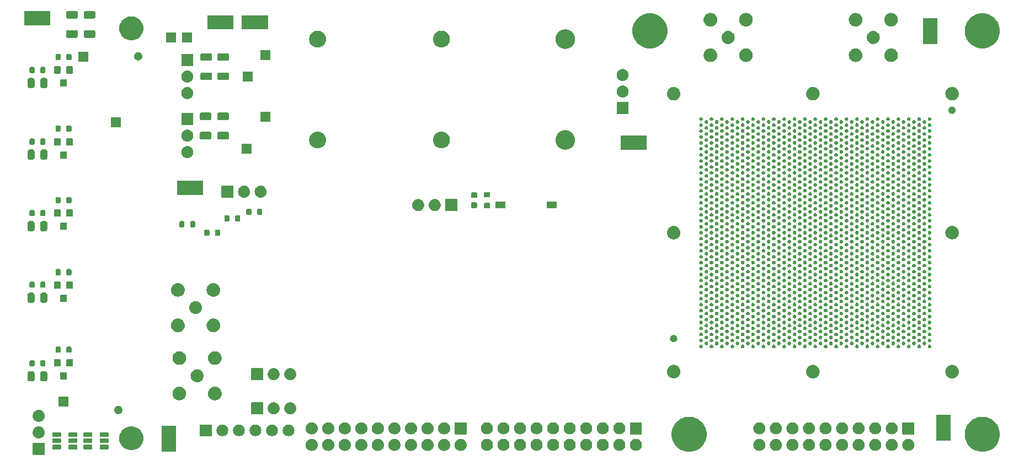
<source format=gts>
G04 #@! TF.GenerationSoftware,KiCad,Pcbnew,8.0.3*
G04 #@! TF.CreationDate,2024-07-10T11:58:07-07:00*
G04 #@! TF.ProjectId,maveric-board,6d617665-7269-4632-9d62-6f6172642e6b,rev?*
G04 #@! TF.SameCoordinates,Original*
G04 #@! TF.FileFunction,Soldermask,Top*
G04 #@! TF.FilePolarity,Negative*
%FSLAX46Y46*%
G04 Gerber Fmt 4.6, Leading zero omitted, Abs format (unit mm)*
G04 Created by KiCad (PCBNEW 8.0.3) date 2024-07-10 11:58:07*
%MOMM*%
%LPD*%
G01*
G04 APERTURE LIST*
G04 APERTURE END LIST*
G36*
X44064034Y-107320764D02*
G01*
X44097125Y-107342875D01*
X44119236Y-107375966D01*
X44127000Y-107415000D01*
X44127000Y-109065000D01*
X44119236Y-109104034D01*
X44097125Y-109137125D01*
X44064034Y-109159236D01*
X44025000Y-109167000D01*
X42375000Y-109167000D01*
X42335966Y-109159236D01*
X42302875Y-109137125D01*
X42280764Y-109104034D01*
X42273000Y-109065000D01*
X42273000Y-107415000D01*
X42280764Y-107375966D01*
X42302875Y-107342875D01*
X42335966Y-107320764D01*
X42375000Y-107313000D01*
X44025000Y-107313000D01*
X44064034Y-107320764D01*
G37*
G36*
X64300000Y-108700000D02*
G01*
X62100000Y-108700000D01*
X62100000Y-104700000D01*
X64300000Y-104700000D01*
X64300000Y-108700000D01*
G37*
G36*
X143325449Y-103319686D02*
G01*
X143646152Y-103378457D01*
X143957433Y-103475456D01*
X144254753Y-103609269D01*
X144533775Y-103777944D01*
X144790431Y-103979021D01*
X145020979Y-104209569D01*
X145222056Y-104466225D01*
X145390731Y-104745247D01*
X145524544Y-105042567D01*
X145621543Y-105353848D01*
X145680314Y-105674551D01*
X145700000Y-106000000D01*
X145680314Y-106325449D01*
X145621543Y-106646152D01*
X145524544Y-106957433D01*
X145390731Y-107254753D01*
X145222056Y-107533775D01*
X145020979Y-107790431D01*
X144790431Y-108020979D01*
X144533775Y-108222056D01*
X144254753Y-108390731D01*
X143957433Y-108524544D01*
X143646152Y-108621543D01*
X143325449Y-108680314D01*
X143000000Y-108700000D01*
X142674551Y-108680314D01*
X142353848Y-108621543D01*
X142042567Y-108524544D01*
X141745247Y-108390731D01*
X141466225Y-108222056D01*
X141209569Y-108020979D01*
X140979021Y-107790431D01*
X140777944Y-107533775D01*
X140609269Y-107254753D01*
X140475456Y-106957433D01*
X140378457Y-106646152D01*
X140319686Y-106325449D01*
X140300000Y-106000000D01*
X140319686Y-105674551D01*
X140378457Y-105353848D01*
X140475456Y-105042567D01*
X140609269Y-104745247D01*
X140777944Y-104466225D01*
X140979021Y-104209569D01*
X141209569Y-103979021D01*
X141466225Y-103777944D01*
X141745247Y-103609269D01*
X142042567Y-103475456D01*
X142353848Y-103378457D01*
X142674551Y-103319686D01*
X143000000Y-103300000D01*
X143325449Y-103319686D01*
G37*
G36*
X188325449Y-103319686D02*
G01*
X188646152Y-103378457D01*
X188957433Y-103475456D01*
X189254753Y-103609269D01*
X189533775Y-103777944D01*
X189790431Y-103979021D01*
X190020979Y-104209569D01*
X190222056Y-104466225D01*
X190390731Y-104745247D01*
X190524544Y-105042567D01*
X190621543Y-105353848D01*
X190680314Y-105674551D01*
X190700000Y-106000000D01*
X190680314Y-106325449D01*
X190621543Y-106646152D01*
X190524544Y-106957433D01*
X190390731Y-107254753D01*
X190222056Y-107533775D01*
X190020979Y-107790431D01*
X189790431Y-108020979D01*
X189533775Y-108222056D01*
X189254753Y-108390731D01*
X188957433Y-108524544D01*
X188646152Y-108621543D01*
X188325449Y-108680314D01*
X188000000Y-108700000D01*
X187674551Y-108680314D01*
X187353848Y-108621543D01*
X187042567Y-108524544D01*
X186745247Y-108390731D01*
X186466225Y-108222056D01*
X186209569Y-108020979D01*
X185979021Y-107790431D01*
X185777944Y-107533775D01*
X185609269Y-107254753D01*
X185475456Y-106957433D01*
X185378457Y-106646152D01*
X185319686Y-106325449D01*
X185300000Y-106000000D01*
X185319686Y-105674551D01*
X185378457Y-105353848D01*
X185475456Y-105042567D01*
X185609269Y-104745247D01*
X185777944Y-104466225D01*
X185979021Y-104209569D01*
X186209569Y-103979021D01*
X186466225Y-103777944D01*
X186745247Y-103609269D01*
X187042567Y-103475456D01*
X187353848Y-103378457D01*
X187674551Y-103319686D01*
X188000000Y-103300000D01*
X188325449Y-103319686D01*
G37*
G36*
X85136008Y-106698088D02*
G01*
X85183308Y-106698088D01*
X85224149Y-106706769D01*
X85267217Y-106711011D01*
X85321329Y-106727425D01*
X85372869Y-106738381D01*
X85405847Y-106753063D01*
X85441085Y-106763753D01*
X85497078Y-106793682D01*
X85549910Y-106817204D01*
X85574473Y-106835050D01*
X85601314Y-106849397D01*
X85656075Y-106894338D01*
X85706694Y-106931115D01*
X85723126Y-106949365D01*
X85741761Y-106964658D01*
X85791829Y-107025667D01*
X85836369Y-107075133D01*
X85845727Y-107091342D01*
X85857022Y-107105105D01*
X85898801Y-107183268D01*
X85933267Y-107242965D01*
X85937231Y-107255167D01*
X85942666Y-107265334D01*
X85972629Y-107364109D01*
X85993153Y-107427276D01*
X85993875Y-107434149D01*
X85995408Y-107439202D01*
X86010326Y-107590670D01*
X86013410Y-107620010D01*
X86010326Y-107649352D01*
X85995408Y-107800817D01*
X85993875Y-107805868D01*
X85993153Y-107812744D01*
X85972624Y-107875924D01*
X85942666Y-107974685D01*
X85937232Y-107984850D01*
X85933267Y-107997055D01*
X85898794Y-108056763D01*
X85857022Y-108134914D01*
X85845729Y-108148673D01*
X85836369Y-108164887D01*
X85791820Y-108214363D01*
X85741761Y-108275361D01*
X85723130Y-108290650D01*
X85706694Y-108308905D01*
X85656064Y-108345689D01*
X85601314Y-108390622D01*
X85574478Y-108404965D01*
X85549910Y-108422816D01*
X85497067Y-108446342D01*
X85441085Y-108476266D01*
X85405854Y-108486952D01*
X85372869Y-108501639D01*
X85321318Y-108512596D01*
X85267217Y-108529008D01*
X85224157Y-108533248D01*
X85183308Y-108541932D01*
X85135998Y-108541932D01*
X85086410Y-108546816D01*
X85036822Y-108541932D01*
X84989512Y-108541932D01*
X84948662Y-108533249D01*
X84905602Y-108529008D01*
X84851497Y-108512595D01*
X84799951Y-108501639D01*
X84766967Y-108486953D01*
X84731734Y-108476266D01*
X84675746Y-108446340D01*
X84622910Y-108422816D01*
X84598344Y-108404967D01*
X84571505Y-108390622D01*
X84516746Y-108345683D01*
X84466126Y-108308905D01*
X84449692Y-108290653D01*
X84431058Y-108275361D01*
X84380988Y-108214350D01*
X84336451Y-108164887D01*
X84327092Y-108148677D01*
X84315797Y-108134914D01*
X84274012Y-108056740D01*
X84239553Y-107997055D01*
X84235589Y-107984855D01*
X84230153Y-107974685D01*
X84200180Y-107875877D01*
X84179667Y-107812744D01*
X84178944Y-107805873D01*
X84177411Y-107800817D01*
X84162478Y-107649200D01*
X84159410Y-107620010D01*
X84162477Y-107590821D01*
X84177411Y-107439202D01*
X84178945Y-107434144D01*
X84179667Y-107427276D01*
X84200175Y-107364156D01*
X84230153Y-107265334D01*
X84235589Y-107255162D01*
X84239553Y-107242965D01*
X84274005Y-107183292D01*
X84315797Y-107105105D01*
X84327094Y-107091338D01*
X84336451Y-107075133D01*
X84380979Y-107025679D01*
X84431058Y-106964658D01*
X84449695Y-106949362D01*
X84466126Y-106931115D01*
X84516735Y-106894344D01*
X84571505Y-106849397D01*
X84598349Y-106835048D01*
X84622910Y-106817204D01*
X84675735Y-106793684D01*
X84731734Y-106763753D01*
X84766974Y-106753063D01*
X84799951Y-106738381D01*
X84851486Y-106727426D01*
X84905602Y-106711011D01*
X84948671Y-106706769D01*
X84989512Y-106698088D01*
X85036812Y-106698088D01*
X85086410Y-106693203D01*
X85136008Y-106698088D01*
G37*
G36*
X87676008Y-106698088D02*
G01*
X87723308Y-106698088D01*
X87764149Y-106706769D01*
X87807217Y-106711011D01*
X87861329Y-106727425D01*
X87912869Y-106738381D01*
X87945847Y-106753063D01*
X87981085Y-106763753D01*
X88037078Y-106793682D01*
X88089910Y-106817204D01*
X88114473Y-106835050D01*
X88141314Y-106849397D01*
X88196075Y-106894338D01*
X88246694Y-106931115D01*
X88263126Y-106949365D01*
X88281761Y-106964658D01*
X88331829Y-107025667D01*
X88376369Y-107075133D01*
X88385727Y-107091342D01*
X88397022Y-107105105D01*
X88438801Y-107183268D01*
X88473267Y-107242965D01*
X88477231Y-107255167D01*
X88482666Y-107265334D01*
X88512629Y-107364109D01*
X88533153Y-107427276D01*
X88533875Y-107434149D01*
X88535408Y-107439202D01*
X88550326Y-107590670D01*
X88553410Y-107620010D01*
X88550326Y-107649352D01*
X88535408Y-107800817D01*
X88533875Y-107805868D01*
X88533153Y-107812744D01*
X88512624Y-107875924D01*
X88482666Y-107974685D01*
X88477232Y-107984850D01*
X88473267Y-107997055D01*
X88438794Y-108056763D01*
X88397022Y-108134914D01*
X88385729Y-108148673D01*
X88376369Y-108164887D01*
X88331820Y-108214363D01*
X88281761Y-108275361D01*
X88263130Y-108290650D01*
X88246694Y-108308905D01*
X88196064Y-108345689D01*
X88141314Y-108390622D01*
X88114478Y-108404965D01*
X88089910Y-108422816D01*
X88037067Y-108446342D01*
X87981085Y-108476266D01*
X87945854Y-108486952D01*
X87912869Y-108501639D01*
X87861318Y-108512596D01*
X87807217Y-108529008D01*
X87764157Y-108533248D01*
X87723308Y-108541932D01*
X87675998Y-108541932D01*
X87626410Y-108546816D01*
X87576822Y-108541932D01*
X87529512Y-108541932D01*
X87488662Y-108533249D01*
X87445602Y-108529008D01*
X87391497Y-108512595D01*
X87339951Y-108501639D01*
X87306967Y-108486953D01*
X87271734Y-108476266D01*
X87215746Y-108446340D01*
X87162910Y-108422816D01*
X87138344Y-108404967D01*
X87111505Y-108390622D01*
X87056746Y-108345683D01*
X87006126Y-108308905D01*
X86989692Y-108290653D01*
X86971058Y-108275361D01*
X86920988Y-108214350D01*
X86876451Y-108164887D01*
X86867092Y-108148677D01*
X86855797Y-108134914D01*
X86814012Y-108056740D01*
X86779553Y-107997055D01*
X86775589Y-107984855D01*
X86770153Y-107974685D01*
X86740180Y-107875877D01*
X86719667Y-107812744D01*
X86718944Y-107805873D01*
X86717411Y-107800817D01*
X86702478Y-107649200D01*
X86699410Y-107620010D01*
X86702477Y-107590821D01*
X86717411Y-107439202D01*
X86718945Y-107434144D01*
X86719667Y-107427276D01*
X86740175Y-107364156D01*
X86770153Y-107265334D01*
X86775589Y-107255162D01*
X86779553Y-107242965D01*
X86814005Y-107183292D01*
X86855797Y-107105105D01*
X86867094Y-107091338D01*
X86876451Y-107075133D01*
X86920979Y-107025679D01*
X86971058Y-106964658D01*
X86989695Y-106949362D01*
X87006126Y-106931115D01*
X87056735Y-106894344D01*
X87111505Y-106849397D01*
X87138349Y-106835048D01*
X87162910Y-106817204D01*
X87215735Y-106793684D01*
X87271734Y-106763753D01*
X87306974Y-106753063D01*
X87339951Y-106738381D01*
X87391486Y-106727426D01*
X87445602Y-106711011D01*
X87488671Y-106706769D01*
X87529512Y-106698088D01*
X87576812Y-106698088D01*
X87626410Y-106693203D01*
X87676008Y-106698088D01*
G37*
G36*
X90216008Y-106698088D02*
G01*
X90263308Y-106698088D01*
X90304149Y-106706769D01*
X90347217Y-106711011D01*
X90401329Y-106727425D01*
X90452869Y-106738381D01*
X90485847Y-106753063D01*
X90521085Y-106763753D01*
X90577078Y-106793682D01*
X90629910Y-106817204D01*
X90654473Y-106835050D01*
X90681314Y-106849397D01*
X90736075Y-106894338D01*
X90786694Y-106931115D01*
X90803126Y-106949365D01*
X90821761Y-106964658D01*
X90871829Y-107025667D01*
X90916369Y-107075133D01*
X90925727Y-107091342D01*
X90937022Y-107105105D01*
X90978801Y-107183268D01*
X91013267Y-107242965D01*
X91017231Y-107255167D01*
X91022666Y-107265334D01*
X91052629Y-107364109D01*
X91073153Y-107427276D01*
X91073875Y-107434149D01*
X91075408Y-107439202D01*
X91090326Y-107590670D01*
X91093410Y-107620010D01*
X91090326Y-107649352D01*
X91075408Y-107800817D01*
X91073875Y-107805868D01*
X91073153Y-107812744D01*
X91052624Y-107875924D01*
X91022666Y-107974685D01*
X91017232Y-107984850D01*
X91013267Y-107997055D01*
X90978794Y-108056763D01*
X90937022Y-108134914D01*
X90925729Y-108148673D01*
X90916369Y-108164887D01*
X90871820Y-108214363D01*
X90821761Y-108275361D01*
X90803130Y-108290650D01*
X90786694Y-108308905D01*
X90736064Y-108345689D01*
X90681314Y-108390622D01*
X90654478Y-108404965D01*
X90629910Y-108422816D01*
X90577067Y-108446342D01*
X90521085Y-108476266D01*
X90485854Y-108486952D01*
X90452869Y-108501639D01*
X90401318Y-108512596D01*
X90347217Y-108529008D01*
X90304157Y-108533248D01*
X90263308Y-108541932D01*
X90215998Y-108541932D01*
X90166410Y-108546816D01*
X90116822Y-108541932D01*
X90069512Y-108541932D01*
X90028662Y-108533249D01*
X89985602Y-108529008D01*
X89931497Y-108512595D01*
X89879951Y-108501639D01*
X89846967Y-108486953D01*
X89811734Y-108476266D01*
X89755746Y-108446340D01*
X89702910Y-108422816D01*
X89678344Y-108404967D01*
X89651505Y-108390622D01*
X89596746Y-108345683D01*
X89546126Y-108308905D01*
X89529692Y-108290653D01*
X89511058Y-108275361D01*
X89460988Y-108214350D01*
X89416451Y-108164887D01*
X89407092Y-108148677D01*
X89395797Y-108134914D01*
X89354012Y-108056740D01*
X89319553Y-107997055D01*
X89315589Y-107984855D01*
X89310153Y-107974685D01*
X89280180Y-107875877D01*
X89259667Y-107812744D01*
X89258944Y-107805873D01*
X89257411Y-107800817D01*
X89242478Y-107649200D01*
X89239410Y-107620010D01*
X89242477Y-107590821D01*
X89257411Y-107439202D01*
X89258945Y-107434144D01*
X89259667Y-107427276D01*
X89280175Y-107364156D01*
X89310153Y-107265334D01*
X89315589Y-107255162D01*
X89319553Y-107242965D01*
X89354005Y-107183292D01*
X89395797Y-107105105D01*
X89407094Y-107091338D01*
X89416451Y-107075133D01*
X89460979Y-107025679D01*
X89511058Y-106964658D01*
X89529695Y-106949362D01*
X89546126Y-106931115D01*
X89596735Y-106894344D01*
X89651505Y-106849397D01*
X89678349Y-106835048D01*
X89702910Y-106817204D01*
X89755735Y-106793684D01*
X89811734Y-106763753D01*
X89846974Y-106753063D01*
X89879951Y-106738381D01*
X89931486Y-106727426D01*
X89985602Y-106711011D01*
X90028671Y-106706769D01*
X90069512Y-106698088D01*
X90116812Y-106698088D01*
X90166410Y-106693203D01*
X90216008Y-106698088D01*
G37*
G36*
X92756008Y-106698088D02*
G01*
X92803308Y-106698088D01*
X92844149Y-106706769D01*
X92887217Y-106711011D01*
X92941329Y-106727425D01*
X92992869Y-106738381D01*
X93025847Y-106753063D01*
X93061085Y-106763753D01*
X93117078Y-106793682D01*
X93169910Y-106817204D01*
X93194473Y-106835050D01*
X93221314Y-106849397D01*
X93276075Y-106894338D01*
X93326694Y-106931115D01*
X93343126Y-106949365D01*
X93361761Y-106964658D01*
X93411829Y-107025667D01*
X93456369Y-107075133D01*
X93465727Y-107091342D01*
X93477022Y-107105105D01*
X93518801Y-107183268D01*
X93553267Y-107242965D01*
X93557231Y-107255167D01*
X93562666Y-107265334D01*
X93592629Y-107364109D01*
X93613153Y-107427276D01*
X93613875Y-107434149D01*
X93615408Y-107439202D01*
X93630326Y-107590670D01*
X93633410Y-107620010D01*
X93630326Y-107649352D01*
X93615408Y-107800817D01*
X93613875Y-107805868D01*
X93613153Y-107812744D01*
X93592624Y-107875924D01*
X93562666Y-107974685D01*
X93557232Y-107984850D01*
X93553267Y-107997055D01*
X93518794Y-108056763D01*
X93477022Y-108134914D01*
X93465729Y-108148673D01*
X93456369Y-108164887D01*
X93411820Y-108214363D01*
X93361761Y-108275361D01*
X93343130Y-108290650D01*
X93326694Y-108308905D01*
X93276064Y-108345689D01*
X93221314Y-108390622D01*
X93194478Y-108404965D01*
X93169910Y-108422816D01*
X93117067Y-108446342D01*
X93061085Y-108476266D01*
X93025854Y-108486952D01*
X92992869Y-108501639D01*
X92941318Y-108512596D01*
X92887217Y-108529008D01*
X92844157Y-108533248D01*
X92803308Y-108541932D01*
X92755998Y-108541932D01*
X92706410Y-108546816D01*
X92656822Y-108541932D01*
X92609512Y-108541932D01*
X92568662Y-108533249D01*
X92525602Y-108529008D01*
X92471497Y-108512595D01*
X92419951Y-108501639D01*
X92386967Y-108486953D01*
X92351734Y-108476266D01*
X92295746Y-108446340D01*
X92242910Y-108422816D01*
X92218344Y-108404967D01*
X92191505Y-108390622D01*
X92136746Y-108345683D01*
X92086126Y-108308905D01*
X92069692Y-108290653D01*
X92051058Y-108275361D01*
X92000988Y-108214350D01*
X91956451Y-108164887D01*
X91947092Y-108148677D01*
X91935797Y-108134914D01*
X91894012Y-108056740D01*
X91859553Y-107997055D01*
X91855589Y-107984855D01*
X91850153Y-107974685D01*
X91820180Y-107875877D01*
X91799667Y-107812744D01*
X91798944Y-107805873D01*
X91797411Y-107800817D01*
X91782478Y-107649200D01*
X91779410Y-107620010D01*
X91782477Y-107590821D01*
X91797411Y-107439202D01*
X91798945Y-107434144D01*
X91799667Y-107427276D01*
X91820175Y-107364156D01*
X91850153Y-107265334D01*
X91855589Y-107255162D01*
X91859553Y-107242965D01*
X91894005Y-107183292D01*
X91935797Y-107105105D01*
X91947094Y-107091338D01*
X91956451Y-107075133D01*
X92000979Y-107025679D01*
X92051058Y-106964658D01*
X92069695Y-106949362D01*
X92086126Y-106931115D01*
X92136735Y-106894344D01*
X92191505Y-106849397D01*
X92218349Y-106835048D01*
X92242910Y-106817204D01*
X92295735Y-106793684D01*
X92351734Y-106763753D01*
X92386974Y-106753063D01*
X92419951Y-106738381D01*
X92471486Y-106727426D01*
X92525602Y-106711011D01*
X92568671Y-106706769D01*
X92609512Y-106698088D01*
X92656812Y-106698088D01*
X92706410Y-106693203D01*
X92756008Y-106698088D01*
G37*
G36*
X95296008Y-106698088D02*
G01*
X95343308Y-106698088D01*
X95384149Y-106706769D01*
X95427217Y-106711011D01*
X95481329Y-106727425D01*
X95532869Y-106738381D01*
X95565847Y-106753063D01*
X95601085Y-106763753D01*
X95657078Y-106793682D01*
X95709910Y-106817204D01*
X95734473Y-106835050D01*
X95761314Y-106849397D01*
X95816075Y-106894338D01*
X95866694Y-106931115D01*
X95883126Y-106949365D01*
X95901761Y-106964658D01*
X95951829Y-107025667D01*
X95996369Y-107075133D01*
X96005727Y-107091342D01*
X96017022Y-107105105D01*
X96058801Y-107183268D01*
X96093267Y-107242965D01*
X96097231Y-107255167D01*
X96102666Y-107265334D01*
X96132629Y-107364109D01*
X96153153Y-107427276D01*
X96153875Y-107434149D01*
X96155408Y-107439202D01*
X96170326Y-107590670D01*
X96173410Y-107620010D01*
X96170326Y-107649352D01*
X96155408Y-107800817D01*
X96153875Y-107805868D01*
X96153153Y-107812744D01*
X96132624Y-107875924D01*
X96102666Y-107974685D01*
X96097232Y-107984850D01*
X96093267Y-107997055D01*
X96058794Y-108056763D01*
X96017022Y-108134914D01*
X96005729Y-108148673D01*
X95996369Y-108164887D01*
X95951820Y-108214363D01*
X95901761Y-108275361D01*
X95883130Y-108290650D01*
X95866694Y-108308905D01*
X95816064Y-108345689D01*
X95761314Y-108390622D01*
X95734478Y-108404965D01*
X95709910Y-108422816D01*
X95657067Y-108446342D01*
X95601085Y-108476266D01*
X95565854Y-108486952D01*
X95532869Y-108501639D01*
X95481318Y-108512596D01*
X95427217Y-108529008D01*
X95384157Y-108533248D01*
X95343308Y-108541932D01*
X95295998Y-108541932D01*
X95246410Y-108546816D01*
X95196822Y-108541932D01*
X95149512Y-108541932D01*
X95108662Y-108533249D01*
X95065602Y-108529008D01*
X95011497Y-108512595D01*
X94959951Y-108501639D01*
X94926967Y-108486953D01*
X94891734Y-108476266D01*
X94835746Y-108446340D01*
X94782910Y-108422816D01*
X94758344Y-108404967D01*
X94731505Y-108390622D01*
X94676746Y-108345683D01*
X94626126Y-108308905D01*
X94609692Y-108290653D01*
X94591058Y-108275361D01*
X94540988Y-108214350D01*
X94496451Y-108164887D01*
X94487092Y-108148677D01*
X94475797Y-108134914D01*
X94434012Y-108056740D01*
X94399553Y-107997055D01*
X94395589Y-107984855D01*
X94390153Y-107974685D01*
X94360180Y-107875877D01*
X94339667Y-107812744D01*
X94338944Y-107805873D01*
X94337411Y-107800817D01*
X94322478Y-107649200D01*
X94319410Y-107620010D01*
X94322477Y-107590821D01*
X94337411Y-107439202D01*
X94338945Y-107434144D01*
X94339667Y-107427276D01*
X94360175Y-107364156D01*
X94390153Y-107265334D01*
X94395589Y-107255162D01*
X94399553Y-107242965D01*
X94434005Y-107183292D01*
X94475797Y-107105105D01*
X94487094Y-107091338D01*
X94496451Y-107075133D01*
X94540979Y-107025679D01*
X94591058Y-106964658D01*
X94609695Y-106949362D01*
X94626126Y-106931115D01*
X94676735Y-106894344D01*
X94731505Y-106849397D01*
X94758349Y-106835048D01*
X94782910Y-106817204D01*
X94835735Y-106793684D01*
X94891734Y-106763753D01*
X94926974Y-106753063D01*
X94959951Y-106738381D01*
X95011486Y-106727426D01*
X95065602Y-106711011D01*
X95108671Y-106706769D01*
X95149512Y-106698088D01*
X95196812Y-106698088D01*
X95246410Y-106693203D01*
X95296008Y-106698088D01*
G37*
G36*
X97836008Y-106698088D02*
G01*
X97883308Y-106698088D01*
X97924149Y-106706769D01*
X97967217Y-106711011D01*
X98021329Y-106727425D01*
X98072869Y-106738381D01*
X98105847Y-106753063D01*
X98141085Y-106763753D01*
X98197078Y-106793682D01*
X98249910Y-106817204D01*
X98274473Y-106835050D01*
X98301314Y-106849397D01*
X98356075Y-106894338D01*
X98406694Y-106931115D01*
X98423126Y-106949365D01*
X98441761Y-106964658D01*
X98491829Y-107025667D01*
X98536369Y-107075133D01*
X98545727Y-107091342D01*
X98557022Y-107105105D01*
X98598801Y-107183268D01*
X98633267Y-107242965D01*
X98637231Y-107255167D01*
X98642666Y-107265334D01*
X98672629Y-107364109D01*
X98693153Y-107427276D01*
X98693875Y-107434149D01*
X98695408Y-107439202D01*
X98710326Y-107590670D01*
X98713410Y-107620010D01*
X98710326Y-107649352D01*
X98695408Y-107800817D01*
X98693875Y-107805868D01*
X98693153Y-107812744D01*
X98672624Y-107875924D01*
X98642666Y-107974685D01*
X98637232Y-107984850D01*
X98633267Y-107997055D01*
X98598794Y-108056763D01*
X98557022Y-108134914D01*
X98545729Y-108148673D01*
X98536369Y-108164887D01*
X98491820Y-108214363D01*
X98441761Y-108275361D01*
X98423130Y-108290650D01*
X98406694Y-108308905D01*
X98356064Y-108345689D01*
X98301314Y-108390622D01*
X98274478Y-108404965D01*
X98249910Y-108422816D01*
X98197067Y-108446342D01*
X98141085Y-108476266D01*
X98105854Y-108486952D01*
X98072869Y-108501639D01*
X98021318Y-108512596D01*
X97967217Y-108529008D01*
X97924157Y-108533248D01*
X97883308Y-108541932D01*
X97835998Y-108541932D01*
X97786410Y-108546816D01*
X97736822Y-108541932D01*
X97689512Y-108541932D01*
X97648662Y-108533249D01*
X97605602Y-108529008D01*
X97551497Y-108512595D01*
X97499951Y-108501639D01*
X97466967Y-108486953D01*
X97431734Y-108476266D01*
X97375746Y-108446340D01*
X97322910Y-108422816D01*
X97298344Y-108404967D01*
X97271505Y-108390622D01*
X97216746Y-108345683D01*
X97166126Y-108308905D01*
X97149692Y-108290653D01*
X97131058Y-108275361D01*
X97080988Y-108214350D01*
X97036451Y-108164887D01*
X97027092Y-108148677D01*
X97015797Y-108134914D01*
X96974012Y-108056740D01*
X96939553Y-107997055D01*
X96935589Y-107984855D01*
X96930153Y-107974685D01*
X96900180Y-107875877D01*
X96879667Y-107812744D01*
X96878944Y-107805873D01*
X96877411Y-107800817D01*
X96862478Y-107649200D01*
X96859410Y-107620010D01*
X96862477Y-107590821D01*
X96877411Y-107439202D01*
X96878945Y-107434144D01*
X96879667Y-107427276D01*
X96900175Y-107364156D01*
X96930153Y-107265334D01*
X96935589Y-107255162D01*
X96939553Y-107242965D01*
X96974005Y-107183292D01*
X97015797Y-107105105D01*
X97027094Y-107091338D01*
X97036451Y-107075133D01*
X97080979Y-107025679D01*
X97131058Y-106964658D01*
X97149695Y-106949362D01*
X97166126Y-106931115D01*
X97216735Y-106894344D01*
X97271505Y-106849397D01*
X97298349Y-106835048D01*
X97322910Y-106817204D01*
X97375735Y-106793684D01*
X97431734Y-106763753D01*
X97466974Y-106753063D01*
X97499951Y-106738381D01*
X97551486Y-106727426D01*
X97605602Y-106711011D01*
X97648671Y-106706769D01*
X97689512Y-106698088D01*
X97736812Y-106698088D01*
X97786410Y-106693203D01*
X97836008Y-106698088D01*
G37*
G36*
X100376008Y-106698088D02*
G01*
X100423308Y-106698088D01*
X100464149Y-106706769D01*
X100507217Y-106711011D01*
X100561329Y-106727425D01*
X100612869Y-106738381D01*
X100645847Y-106753063D01*
X100681085Y-106763753D01*
X100737078Y-106793682D01*
X100789910Y-106817204D01*
X100814473Y-106835050D01*
X100841314Y-106849397D01*
X100896075Y-106894338D01*
X100946694Y-106931115D01*
X100963126Y-106949365D01*
X100981761Y-106964658D01*
X101031829Y-107025667D01*
X101076369Y-107075133D01*
X101085727Y-107091342D01*
X101097022Y-107105105D01*
X101138801Y-107183268D01*
X101173267Y-107242965D01*
X101177231Y-107255167D01*
X101182666Y-107265334D01*
X101212629Y-107364109D01*
X101233153Y-107427276D01*
X101233875Y-107434149D01*
X101235408Y-107439202D01*
X101250326Y-107590670D01*
X101253410Y-107620010D01*
X101250326Y-107649352D01*
X101235408Y-107800817D01*
X101233875Y-107805868D01*
X101233153Y-107812744D01*
X101212624Y-107875924D01*
X101182666Y-107974685D01*
X101177232Y-107984850D01*
X101173267Y-107997055D01*
X101138794Y-108056763D01*
X101097022Y-108134914D01*
X101085729Y-108148673D01*
X101076369Y-108164887D01*
X101031820Y-108214363D01*
X100981761Y-108275361D01*
X100963130Y-108290650D01*
X100946694Y-108308905D01*
X100896064Y-108345689D01*
X100841314Y-108390622D01*
X100814478Y-108404965D01*
X100789910Y-108422816D01*
X100737067Y-108446342D01*
X100681085Y-108476266D01*
X100645854Y-108486952D01*
X100612869Y-108501639D01*
X100561318Y-108512596D01*
X100507217Y-108529008D01*
X100464157Y-108533248D01*
X100423308Y-108541932D01*
X100375998Y-108541932D01*
X100326410Y-108546816D01*
X100276822Y-108541932D01*
X100229512Y-108541932D01*
X100188662Y-108533249D01*
X100145602Y-108529008D01*
X100091497Y-108512595D01*
X100039951Y-108501639D01*
X100006967Y-108486953D01*
X99971734Y-108476266D01*
X99915746Y-108446340D01*
X99862910Y-108422816D01*
X99838344Y-108404967D01*
X99811505Y-108390622D01*
X99756746Y-108345683D01*
X99706126Y-108308905D01*
X99689692Y-108290653D01*
X99671058Y-108275361D01*
X99620988Y-108214350D01*
X99576451Y-108164887D01*
X99567092Y-108148677D01*
X99555797Y-108134914D01*
X99514012Y-108056740D01*
X99479553Y-107997055D01*
X99475589Y-107984855D01*
X99470153Y-107974685D01*
X99440180Y-107875877D01*
X99419667Y-107812744D01*
X99418944Y-107805873D01*
X99417411Y-107800817D01*
X99402478Y-107649200D01*
X99399410Y-107620010D01*
X99402477Y-107590821D01*
X99417411Y-107439202D01*
X99418945Y-107434144D01*
X99419667Y-107427276D01*
X99440175Y-107364156D01*
X99470153Y-107265334D01*
X99475589Y-107255162D01*
X99479553Y-107242965D01*
X99514005Y-107183292D01*
X99555797Y-107105105D01*
X99567094Y-107091338D01*
X99576451Y-107075133D01*
X99620979Y-107025679D01*
X99671058Y-106964658D01*
X99689695Y-106949362D01*
X99706126Y-106931115D01*
X99756735Y-106894344D01*
X99811505Y-106849397D01*
X99838349Y-106835048D01*
X99862910Y-106817204D01*
X99915735Y-106793684D01*
X99971734Y-106763753D01*
X100006974Y-106753063D01*
X100039951Y-106738381D01*
X100091486Y-106727426D01*
X100145602Y-106711011D01*
X100188671Y-106706769D01*
X100229512Y-106698088D01*
X100276812Y-106698088D01*
X100326410Y-106693203D01*
X100376008Y-106698088D01*
G37*
G36*
X102916008Y-106698088D02*
G01*
X102963308Y-106698088D01*
X103004149Y-106706769D01*
X103047217Y-106711011D01*
X103101329Y-106727425D01*
X103152869Y-106738381D01*
X103185847Y-106753063D01*
X103221085Y-106763753D01*
X103277078Y-106793682D01*
X103329910Y-106817204D01*
X103354473Y-106835050D01*
X103381314Y-106849397D01*
X103436075Y-106894338D01*
X103486694Y-106931115D01*
X103503126Y-106949365D01*
X103521761Y-106964658D01*
X103571829Y-107025667D01*
X103616369Y-107075133D01*
X103625727Y-107091342D01*
X103637022Y-107105105D01*
X103678801Y-107183268D01*
X103713267Y-107242965D01*
X103717231Y-107255167D01*
X103722666Y-107265334D01*
X103752629Y-107364109D01*
X103773153Y-107427276D01*
X103773875Y-107434149D01*
X103775408Y-107439202D01*
X103790326Y-107590670D01*
X103793410Y-107620010D01*
X103790326Y-107649352D01*
X103775408Y-107800817D01*
X103773875Y-107805868D01*
X103773153Y-107812744D01*
X103752624Y-107875924D01*
X103722666Y-107974685D01*
X103717232Y-107984850D01*
X103713267Y-107997055D01*
X103678794Y-108056763D01*
X103637022Y-108134914D01*
X103625729Y-108148673D01*
X103616369Y-108164887D01*
X103571820Y-108214363D01*
X103521761Y-108275361D01*
X103503130Y-108290650D01*
X103486694Y-108308905D01*
X103436064Y-108345689D01*
X103381314Y-108390622D01*
X103354478Y-108404965D01*
X103329910Y-108422816D01*
X103277067Y-108446342D01*
X103221085Y-108476266D01*
X103185854Y-108486952D01*
X103152869Y-108501639D01*
X103101318Y-108512596D01*
X103047217Y-108529008D01*
X103004157Y-108533248D01*
X102963308Y-108541932D01*
X102915998Y-108541932D01*
X102866410Y-108546816D01*
X102816822Y-108541932D01*
X102769512Y-108541932D01*
X102728662Y-108533249D01*
X102685602Y-108529008D01*
X102631497Y-108512595D01*
X102579951Y-108501639D01*
X102546967Y-108486953D01*
X102511734Y-108476266D01*
X102455746Y-108446340D01*
X102402910Y-108422816D01*
X102378344Y-108404967D01*
X102351505Y-108390622D01*
X102296746Y-108345683D01*
X102246126Y-108308905D01*
X102229692Y-108290653D01*
X102211058Y-108275361D01*
X102160988Y-108214350D01*
X102116451Y-108164887D01*
X102107092Y-108148677D01*
X102095797Y-108134914D01*
X102054012Y-108056740D01*
X102019553Y-107997055D01*
X102015589Y-107984855D01*
X102010153Y-107974685D01*
X101980180Y-107875877D01*
X101959667Y-107812744D01*
X101958944Y-107805873D01*
X101957411Y-107800817D01*
X101942478Y-107649200D01*
X101939410Y-107620010D01*
X101942477Y-107590821D01*
X101957411Y-107439202D01*
X101958945Y-107434144D01*
X101959667Y-107427276D01*
X101980175Y-107364156D01*
X102010153Y-107265334D01*
X102015589Y-107255162D01*
X102019553Y-107242965D01*
X102054005Y-107183292D01*
X102095797Y-107105105D01*
X102107094Y-107091338D01*
X102116451Y-107075133D01*
X102160979Y-107025679D01*
X102211058Y-106964658D01*
X102229695Y-106949362D01*
X102246126Y-106931115D01*
X102296735Y-106894344D01*
X102351505Y-106849397D01*
X102378349Y-106835048D01*
X102402910Y-106817204D01*
X102455735Y-106793684D01*
X102511734Y-106763753D01*
X102546974Y-106753063D01*
X102579951Y-106738381D01*
X102631486Y-106727426D01*
X102685602Y-106711011D01*
X102728671Y-106706769D01*
X102769512Y-106698088D01*
X102816812Y-106698088D01*
X102866410Y-106693203D01*
X102916008Y-106698088D01*
G37*
G36*
X105456008Y-106698088D02*
G01*
X105503308Y-106698088D01*
X105544149Y-106706769D01*
X105587217Y-106711011D01*
X105641329Y-106727425D01*
X105692869Y-106738381D01*
X105725847Y-106753063D01*
X105761085Y-106763753D01*
X105817078Y-106793682D01*
X105869910Y-106817204D01*
X105894473Y-106835050D01*
X105921314Y-106849397D01*
X105976075Y-106894338D01*
X106026694Y-106931115D01*
X106043126Y-106949365D01*
X106061761Y-106964658D01*
X106111829Y-107025667D01*
X106156369Y-107075133D01*
X106165727Y-107091342D01*
X106177022Y-107105105D01*
X106218801Y-107183268D01*
X106253267Y-107242965D01*
X106257231Y-107255167D01*
X106262666Y-107265334D01*
X106292629Y-107364109D01*
X106313153Y-107427276D01*
X106313875Y-107434149D01*
X106315408Y-107439202D01*
X106330326Y-107590670D01*
X106333410Y-107620010D01*
X106330326Y-107649352D01*
X106315408Y-107800817D01*
X106313875Y-107805868D01*
X106313153Y-107812744D01*
X106292624Y-107875924D01*
X106262666Y-107974685D01*
X106257232Y-107984850D01*
X106253267Y-107997055D01*
X106218794Y-108056763D01*
X106177022Y-108134914D01*
X106165729Y-108148673D01*
X106156369Y-108164887D01*
X106111820Y-108214363D01*
X106061761Y-108275361D01*
X106043130Y-108290650D01*
X106026694Y-108308905D01*
X105976064Y-108345689D01*
X105921314Y-108390622D01*
X105894478Y-108404965D01*
X105869910Y-108422816D01*
X105817067Y-108446342D01*
X105761085Y-108476266D01*
X105725854Y-108486952D01*
X105692869Y-108501639D01*
X105641318Y-108512596D01*
X105587217Y-108529008D01*
X105544157Y-108533248D01*
X105503308Y-108541932D01*
X105455998Y-108541932D01*
X105406410Y-108546816D01*
X105356822Y-108541932D01*
X105309512Y-108541932D01*
X105268662Y-108533249D01*
X105225602Y-108529008D01*
X105171497Y-108512595D01*
X105119951Y-108501639D01*
X105086967Y-108486953D01*
X105051734Y-108476266D01*
X104995746Y-108446340D01*
X104942910Y-108422816D01*
X104918344Y-108404967D01*
X104891505Y-108390622D01*
X104836746Y-108345683D01*
X104786126Y-108308905D01*
X104769692Y-108290653D01*
X104751058Y-108275361D01*
X104700988Y-108214350D01*
X104656451Y-108164887D01*
X104647092Y-108148677D01*
X104635797Y-108134914D01*
X104594012Y-108056740D01*
X104559553Y-107997055D01*
X104555589Y-107984855D01*
X104550153Y-107974685D01*
X104520180Y-107875877D01*
X104499667Y-107812744D01*
X104498944Y-107805873D01*
X104497411Y-107800817D01*
X104482478Y-107649200D01*
X104479410Y-107620010D01*
X104482477Y-107590821D01*
X104497411Y-107439202D01*
X104498945Y-107434144D01*
X104499667Y-107427276D01*
X104520175Y-107364156D01*
X104550153Y-107265334D01*
X104555589Y-107255162D01*
X104559553Y-107242965D01*
X104594005Y-107183292D01*
X104635797Y-107105105D01*
X104647094Y-107091338D01*
X104656451Y-107075133D01*
X104700979Y-107025679D01*
X104751058Y-106964658D01*
X104769695Y-106949362D01*
X104786126Y-106931115D01*
X104836735Y-106894344D01*
X104891505Y-106849397D01*
X104918349Y-106835048D01*
X104942910Y-106817204D01*
X104995735Y-106793684D01*
X105051734Y-106763753D01*
X105086974Y-106753063D01*
X105119951Y-106738381D01*
X105171486Y-106727426D01*
X105225602Y-106711011D01*
X105268671Y-106706769D01*
X105309512Y-106698088D01*
X105356812Y-106698088D01*
X105406410Y-106693203D01*
X105456008Y-106698088D01*
G37*
G36*
X107996008Y-106698088D02*
G01*
X108043308Y-106698088D01*
X108084149Y-106706769D01*
X108127217Y-106711011D01*
X108181329Y-106727425D01*
X108232869Y-106738381D01*
X108265847Y-106753063D01*
X108301085Y-106763753D01*
X108357078Y-106793682D01*
X108409910Y-106817204D01*
X108434473Y-106835050D01*
X108461314Y-106849397D01*
X108516075Y-106894338D01*
X108566694Y-106931115D01*
X108583126Y-106949365D01*
X108601761Y-106964658D01*
X108651829Y-107025667D01*
X108696369Y-107075133D01*
X108705727Y-107091342D01*
X108717022Y-107105105D01*
X108758801Y-107183268D01*
X108793267Y-107242965D01*
X108797231Y-107255167D01*
X108802666Y-107265334D01*
X108832629Y-107364109D01*
X108853153Y-107427276D01*
X108853875Y-107434149D01*
X108855408Y-107439202D01*
X108870326Y-107590670D01*
X108873410Y-107620010D01*
X108870326Y-107649352D01*
X108855408Y-107800817D01*
X108853875Y-107805868D01*
X108853153Y-107812744D01*
X108832624Y-107875924D01*
X108802666Y-107974685D01*
X108797232Y-107984850D01*
X108793267Y-107997055D01*
X108758794Y-108056763D01*
X108717022Y-108134914D01*
X108705729Y-108148673D01*
X108696369Y-108164887D01*
X108651820Y-108214363D01*
X108601761Y-108275361D01*
X108583130Y-108290650D01*
X108566694Y-108308905D01*
X108516064Y-108345689D01*
X108461314Y-108390622D01*
X108434478Y-108404965D01*
X108409910Y-108422816D01*
X108357067Y-108446342D01*
X108301085Y-108476266D01*
X108265854Y-108486952D01*
X108232869Y-108501639D01*
X108181318Y-108512596D01*
X108127217Y-108529008D01*
X108084157Y-108533248D01*
X108043308Y-108541932D01*
X107995998Y-108541932D01*
X107946410Y-108546816D01*
X107896822Y-108541932D01*
X107849512Y-108541932D01*
X107808662Y-108533249D01*
X107765602Y-108529008D01*
X107711497Y-108512595D01*
X107659951Y-108501639D01*
X107626967Y-108486953D01*
X107591734Y-108476266D01*
X107535746Y-108446340D01*
X107482910Y-108422816D01*
X107458344Y-108404967D01*
X107431505Y-108390622D01*
X107376746Y-108345683D01*
X107326126Y-108308905D01*
X107309692Y-108290653D01*
X107291058Y-108275361D01*
X107240988Y-108214350D01*
X107196451Y-108164887D01*
X107187092Y-108148677D01*
X107175797Y-108134914D01*
X107134012Y-108056740D01*
X107099553Y-107997055D01*
X107095589Y-107984855D01*
X107090153Y-107974685D01*
X107060180Y-107875877D01*
X107039667Y-107812744D01*
X107038944Y-107805873D01*
X107037411Y-107800817D01*
X107022478Y-107649200D01*
X107019410Y-107620010D01*
X107022477Y-107590821D01*
X107037411Y-107439202D01*
X107038945Y-107434144D01*
X107039667Y-107427276D01*
X107060175Y-107364156D01*
X107090153Y-107265334D01*
X107095589Y-107255162D01*
X107099553Y-107242965D01*
X107134005Y-107183292D01*
X107175797Y-107105105D01*
X107187094Y-107091338D01*
X107196451Y-107075133D01*
X107240979Y-107025679D01*
X107291058Y-106964658D01*
X107309695Y-106949362D01*
X107326126Y-106931115D01*
X107376735Y-106894344D01*
X107431505Y-106849397D01*
X107458349Y-106835048D01*
X107482910Y-106817204D01*
X107535735Y-106793684D01*
X107591734Y-106763753D01*
X107626974Y-106753063D01*
X107659951Y-106738381D01*
X107711486Y-106727426D01*
X107765602Y-106711011D01*
X107808671Y-106706769D01*
X107849512Y-106698088D01*
X107896812Y-106698088D01*
X107946410Y-106693203D01*
X107996008Y-106698088D01*
G37*
G36*
X112026008Y-106698088D02*
G01*
X112073308Y-106698088D01*
X112114149Y-106706769D01*
X112157217Y-106711011D01*
X112211329Y-106727425D01*
X112262869Y-106738381D01*
X112295847Y-106753063D01*
X112331085Y-106763753D01*
X112387078Y-106793682D01*
X112439910Y-106817204D01*
X112464473Y-106835050D01*
X112491314Y-106849397D01*
X112546075Y-106894338D01*
X112596694Y-106931115D01*
X112613126Y-106949365D01*
X112631761Y-106964658D01*
X112681829Y-107025667D01*
X112726369Y-107075133D01*
X112735727Y-107091342D01*
X112747022Y-107105105D01*
X112788801Y-107183268D01*
X112823267Y-107242965D01*
X112827231Y-107255167D01*
X112832666Y-107265334D01*
X112862629Y-107364109D01*
X112883153Y-107427276D01*
X112883875Y-107434149D01*
X112885408Y-107439202D01*
X112900326Y-107590670D01*
X112903410Y-107620010D01*
X112900326Y-107649352D01*
X112885408Y-107800817D01*
X112883875Y-107805868D01*
X112883153Y-107812744D01*
X112862624Y-107875924D01*
X112832666Y-107974685D01*
X112827232Y-107984850D01*
X112823267Y-107997055D01*
X112788794Y-108056763D01*
X112747022Y-108134914D01*
X112735729Y-108148673D01*
X112726369Y-108164887D01*
X112681820Y-108214363D01*
X112631761Y-108275361D01*
X112613130Y-108290650D01*
X112596694Y-108308905D01*
X112546064Y-108345689D01*
X112491314Y-108390622D01*
X112464478Y-108404965D01*
X112439910Y-108422816D01*
X112387067Y-108446342D01*
X112331085Y-108476266D01*
X112295854Y-108486952D01*
X112262869Y-108501639D01*
X112211318Y-108512596D01*
X112157217Y-108529008D01*
X112114157Y-108533248D01*
X112073308Y-108541932D01*
X112025998Y-108541932D01*
X111976410Y-108546816D01*
X111926822Y-108541932D01*
X111879512Y-108541932D01*
X111838662Y-108533249D01*
X111795602Y-108529008D01*
X111741497Y-108512595D01*
X111689951Y-108501639D01*
X111656967Y-108486953D01*
X111621734Y-108476266D01*
X111565746Y-108446340D01*
X111512910Y-108422816D01*
X111488344Y-108404967D01*
X111461505Y-108390622D01*
X111406746Y-108345683D01*
X111356126Y-108308905D01*
X111339692Y-108290653D01*
X111321058Y-108275361D01*
X111270988Y-108214350D01*
X111226451Y-108164887D01*
X111217092Y-108148677D01*
X111205797Y-108134914D01*
X111164012Y-108056740D01*
X111129553Y-107997055D01*
X111125589Y-107984855D01*
X111120153Y-107974685D01*
X111090180Y-107875877D01*
X111069667Y-107812744D01*
X111068944Y-107805873D01*
X111067411Y-107800817D01*
X111052478Y-107649200D01*
X111049410Y-107620010D01*
X111052477Y-107590821D01*
X111067411Y-107439202D01*
X111068945Y-107434144D01*
X111069667Y-107427276D01*
X111090175Y-107364156D01*
X111120153Y-107265334D01*
X111125589Y-107255162D01*
X111129553Y-107242965D01*
X111164005Y-107183292D01*
X111205797Y-107105105D01*
X111217094Y-107091338D01*
X111226451Y-107075133D01*
X111270979Y-107025679D01*
X111321058Y-106964658D01*
X111339695Y-106949362D01*
X111356126Y-106931115D01*
X111406735Y-106894344D01*
X111461505Y-106849397D01*
X111488349Y-106835048D01*
X111512910Y-106817204D01*
X111565735Y-106793684D01*
X111621734Y-106763753D01*
X111656974Y-106753063D01*
X111689951Y-106738381D01*
X111741486Y-106727426D01*
X111795602Y-106711011D01*
X111838671Y-106706769D01*
X111879512Y-106698088D01*
X111926812Y-106698088D01*
X111976410Y-106693203D01*
X112026008Y-106698088D01*
G37*
G36*
X114566008Y-106698088D02*
G01*
X114613308Y-106698088D01*
X114654149Y-106706769D01*
X114697217Y-106711011D01*
X114751329Y-106727425D01*
X114802869Y-106738381D01*
X114835847Y-106753063D01*
X114871085Y-106763753D01*
X114927078Y-106793682D01*
X114979910Y-106817204D01*
X115004473Y-106835050D01*
X115031314Y-106849397D01*
X115086075Y-106894338D01*
X115136694Y-106931115D01*
X115153126Y-106949365D01*
X115171761Y-106964658D01*
X115221829Y-107025667D01*
X115266369Y-107075133D01*
X115275727Y-107091342D01*
X115287022Y-107105105D01*
X115328801Y-107183268D01*
X115363267Y-107242965D01*
X115367231Y-107255167D01*
X115372666Y-107265334D01*
X115402629Y-107364109D01*
X115423153Y-107427276D01*
X115423875Y-107434149D01*
X115425408Y-107439202D01*
X115440326Y-107590670D01*
X115443410Y-107620010D01*
X115440326Y-107649352D01*
X115425408Y-107800817D01*
X115423875Y-107805868D01*
X115423153Y-107812744D01*
X115402624Y-107875924D01*
X115372666Y-107974685D01*
X115367232Y-107984850D01*
X115363267Y-107997055D01*
X115328794Y-108056763D01*
X115287022Y-108134914D01*
X115275729Y-108148673D01*
X115266369Y-108164887D01*
X115221820Y-108214363D01*
X115171761Y-108275361D01*
X115153130Y-108290650D01*
X115136694Y-108308905D01*
X115086064Y-108345689D01*
X115031314Y-108390622D01*
X115004478Y-108404965D01*
X114979910Y-108422816D01*
X114927067Y-108446342D01*
X114871085Y-108476266D01*
X114835854Y-108486952D01*
X114802869Y-108501639D01*
X114751318Y-108512596D01*
X114697217Y-108529008D01*
X114654157Y-108533248D01*
X114613308Y-108541932D01*
X114565998Y-108541932D01*
X114516410Y-108546816D01*
X114466822Y-108541932D01*
X114419512Y-108541932D01*
X114378662Y-108533249D01*
X114335602Y-108529008D01*
X114281497Y-108512595D01*
X114229951Y-108501639D01*
X114196967Y-108486953D01*
X114161734Y-108476266D01*
X114105746Y-108446340D01*
X114052910Y-108422816D01*
X114028344Y-108404967D01*
X114001505Y-108390622D01*
X113946746Y-108345683D01*
X113896126Y-108308905D01*
X113879692Y-108290653D01*
X113861058Y-108275361D01*
X113810988Y-108214350D01*
X113766451Y-108164887D01*
X113757092Y-108148677D01*
X113745797Y-108134914D01*
X113704012Y-108056740D01*
X113669553Y-107997055D01*
X113665589Y-107984855D01*
X113660153Y-107974685D01*
X113630180Y-107875877D01*
X113609667Y-107812744D01*
X113608944Y-107805873D01*
X113607411Y-107800817D01*
X113592478Y-107649200D01*
X113589410Y-107620010D01*
X113592477Y-107590821D01*
X113607411Y-107439202D01*
X113608945Y-107434144D01*
X113609667Y-107427276D01*
X113630175Y-107364156D01*
X113660153Y-107265334D01*
X113665589Y-107255162D01*
X113669553Y-107242965D01*
X113704005Y-107183292D01*
X113745797Y-107105105D01*
X113757094Y-107091338D01*
X113766451Y-107075133D01*
X113810979Y-107025679D01*
X113861058Y-106964658D01*
X113879695Y-106949362D01*
X113896126Y-106931115D01*
X113946735Y-106894344D01*
X114001505Y-106849397D01*
X114028349Y-106835048D01*
X114052910Y-106817204D01*
X114105735Y-106793684D01*
X114161734Y-106763753D01*
X114196974Y-106753063D01*
X114229951Y-106738381D01*
X114281486Y-106727426D01*
X114335602Y-106711011D01*
X114378671Y-106706769D01*
X114419512Y-106698088D01*
X114466812Y-106698088D01*
X114516410Y-106693203D01*
X114566008Y-106698088D01*
G37*
G36*
X117106008Y-106698088D02*
G01*
X117153308Y-106698088D01*
X117194149Y-106706769D01*
X117237217Y-106711011D01*
X117291329Y-106727425D01*
X117342869Y-106738381D01*
X117375847Y-106753063D01*
X117411085Y-106763753D01*
X117467078Y-106793682D01*
X117519910Y-106817204D01*
X117544473Y-106835050D01*
X117571314Y-106849397D01*
X117626075Y-106894338D01*
X117676694Y-106931115D01*
X117693126Y-106949365D01*
X117711761Y-106964658D01*
X117761829Y-107025667D01*
X117806369Y-107075133D01*
X117815727Y-107091342D01*
X117827022Y-107105105D01*
X117868801Y-107183268D01*
X117903267Y-107242965D01*
X117907231Y-107255167D01*
X117912666Y-107265334D01*
X117942629Y-107364109D01*
X117963153Y-107427276D01*
X117963875Y-107434149D01*
X117965408Y-107439202D01*
X117980326Y-107590670D01*
X117983410Y-107620010D01*
X117980326Y-107649352D01*
X117965408Y-107800817D01*
X117963875Y-107805868D01*
X117963153Y-107812744D01*
X117942624Y-107875924D01*
X117912666Y-107974685D01*
X117907232Y-107984850D01*
X117903267Y-107997055D01*
X117868794Y-108056763D01*
X117827022Y-108134914D01*
X117815729Y-108148673D01*
X117806369Y-108164887D01*
X117761820Y-108214363D01*
X117711761Y-108275361D01*
X117693130Y-108290650D01*
X117676694Y-108308905D01*
X117626064Y-108345689D01*
X117571314Y-108390622D01*
X117544478Y-108404965D01*
X117519910Y-108422816D01*
X117467067Y-108446342D01*
X117411085Y-108476266D01*
X117375854Y-108486952D01*
X117342869Y-108501639D01*
X117291318Y-108512596D01*
X117237217Y-108529008D01*
X117194157Y-108533248D01*
X117153308Y-108541932D01*
X117105998Y-108541932D01*
X117056410Y-108546816D01*
X117006822Y-108541932D01*
X116959512Y-108541932D01*
X116918662Y-108533249D01*
X116875602Y-108529008D01*
X116821497Y-108512595D01*
X116769951Y-108501639D01*
X116736967Y-108486953D01*
X116701734Y-108476266D01*
X116645746Y-108446340D01*
X116592910Y-108422816D01*
X116568344Y-108404967D01*
X116541505Y-108390622D01*
X116486746Y-108345683D01*
X116436126Y-108308905D01*
X116419692Y-108290653D01*
X116401058Y-108275361D01*
X116350988Y-108214350D01*
X116306451Y-108164887D01*
X116297092Y-108148677D01*
X116285797Y-108134914D01*
X116244012Y-108056740D01*
X116209553Y-107997055D01*
X116205589Y-107984855D01*
X116200153Y-107974685D01*
X116170180Y-107875877D01*
X116149667Y-107812744D01*
X116148944Y-107805873D01*
X116147411Y-107800817D01*
X116132478Y-107649200D01*
X116129410Y-107620010D01*
X116132477Y-107590821D01*
X116147411Y-107439202D01*
X116148945Y-107434144D01*
X116149667Y-107427276D01*
X116170175Y-107364156D01*
X116200153Y-107265334D01*
X116205589Y-107255162D01*
X116209553Y-107242965D01*
X116244005Y-107183292D01*
X116285797Y-107105105D01*
X116297094Y-107091338D01*
X116306451Y-107075133D01*
X116350979Y-107025679D01*
X116401058Y-106964658D01*
X116419695Y-106949362D01*
X116436126Y-106931115D01*
X116486735Y-106894344D01*
X116541505Y-106849397D01*
X116568349Y-106835048D01*
X116592910Y-106817204D01*
X116645735Y-106793684D01*
X116701734Y-106763753D01*
X116736974Y-106753063D01*
X116769951Y-106738381D01*
X116821486Y-106727426D01*
X116875602Y-106711011D01*
X116918671Y-106706769D01*
X116959512Y-106698088D01*
X117006812Y-106698088D01*
X117056410Y-106693203D01*
X117106008Y-106698088D01*
G37*
G36*
X119646008Y-106698088D02*
G01*
X119693308Y-106698088D01*
X119734149Y-106706769D01*
X119777217Y-106711011D01*
X119831329Y-106727425D01*
X119882869Y-106738381D01*
X119915847Y-106753063D01*
X119951085Y-106763753D01*
X120007078Y-106793682D01*
X120059910Y-106817204D01*
X120084473Y-106835050D01*
X120111314Y-106849397D01*
X120166075Y-106894338D01*
X120216694Y-106931115D01*
X120233126Y-106949365D01*
X120251761Y-106964658D01*
X120301829Y-107025667D01*
X120346369Y-107075133D01*
X120355727Y-107091342D01*
X120367022Y-107105105D01*
X120408801Y-107183268D01*
X120443267Y-107242965D01*
X120447231Y-107255167D01*
X120452666Y-107265334D01*
X120482629Y-107364109D01*
X120503153Y-107427276D01*
X120503875Y-107434149D01*
X120505408Y-107439202D01*
X120520326Y-107590670D01*
X120523410Y-107620010D01*
X120520326Y-107649352D01*
X120505408Y-107800817D01*
X120503875Y-107805868D01*
X120503153Y-107812744D01*
X120482624Y-107875924D01*
X120452666Y-107974685D01*
X120447232Y-107984850D01*
X120443267Y-107997055D01*
X120408794Y-108056763D01*
X120367022Y-108134914D01*
X120355729Y-108148673D01*
X120346369Y-108164887D01*
X120301820Y-108214363D01*
X120251761Y-108275361D01*
X120233130Y-108290650D01*
X120216694Y-108308905D01*
X120166064Y-108345689D01*
X120111314Y-108390622D01*
X120084478Y-108404965D01*
X120059910Y-108422816D01*
X120007067Y-108446342D01*
X119951085Y-108476266D01*
X119915854Y-108486952D01*
X119882869Y-108501639D01*
X119831318Y-108512596D01*
X119777217Y-108529008D01*
X119734157Y-108533248D01*
X119693308Y-108541932D01*
X119645998Y-108541932D01*
X119596410Y-108546816D01*
X119546822Y-108541932D01*
X119499512Y-108541932D01*
X119458662Y-108533249D01*
X119415602Y-108529008D01*
X119361497Y-108512595D01*
X119309951Y-108501639D01*
X119276967Y-108486953D01*
X119241734Y-108476266D01*
X119185746Y-108446340D01*
X119132910Y-108422816D01*
X119108344Y-108404967D01*
X119081505Y-108390622D01*
X119026746Y-108345683D01*
X118976126Y-108308905D01*
X118959692Y-108290653D01*
X118941058Y-108275361D01*
X118890988Y-108214350D01*
X118846451Y-108164887D01*
X118837092Y-108148677D01*
X118825797Y-108134914D01*
X118784012Y-108056740D01*
X118749553Y-107997055D01*
X118745589Y-107984855D01*
X118740153Y-107974685D01*
X118710180Y-107875877D01*
X118689667Y-107812744D01*
X118688944Y-107805873D01*
X118687411Y-107800817D01*
X118672478Y-107649200D01*
X118669410Y-107620010D01*
X118672477Y-107590821D01*
X118687411Y-107439202D01*
X118688945Y-107434144D01*
X118689667Y-107427276D01*
X118710175Y-107364156D01*
X118740153Y-107265334D01*
X118745589Y-107255162D01*
X118749553Y-107242965D01*
X118784005Y-107183292D01*
X118825797Y-107105105D01*
X118837094Y-107091338D01*
X118846451Y-107075133D01*
X118890979Y-107025679D01*
X118941058Y-106964658D01*
X118959695Y-106949362D01*
X118976126Y-106931115D01*
X119026735Y-106894344D01*
X119081505Y-106849397D01*
X119108349Y-106835048D01*
X119132910Y-106817204D01*
X119185735Y-106793684D01*
X119241734Y-106763753D01*
X119276974Y-106753063D01*
X119309951Y-106738381D01*
X119361486Y-106727426D01*
X119415602Y-106711011D01*
X119458671Y-106706769D01*
X119499512Y-106698088D01*
X119546812Y-106698088D01*
X119596410Y-106693203D01*
X119646008Y-106698088D01*
G37*
G36*
X122186008Y-106698088D02*
G01*
X122233308Y-106698088D01*
X122274149Y-106706769D01*
X122317217Y-106711011D01*
X122371329Y-106727425D01*
X122422869Y-106738381D01*
X122455847Y-106753063D01*
X122491085Y-106763753D01*
X122547078Y-106793682D01*
X122599910Y-106817204D01*
X122624473Y-106835050D01*
X122651314Y-106849397D01*
X122706075Y-106894338D01*
X122756694Y-106931115D01*
X122773126Y-106949365D01*
X122791761Y-106964658D01*
X122841829Y-107025667D01*
X122886369Y-107075133D01*
X122895727Y-107091342D01*
X122907022Y-107105105D01*
X122948801Y-107183268D01*
X122983267Y-107242965D01*
X122987231Y-107255167D01*
X122992666Y-107265334D01*
X123022629Y-107364109D01*
X123043153Y-107427276D01*
X123043875Y-107434149D01*
X123045408Y-107439202D01*
X123060326Y-107590670D01*
X123063410Y-107620010D01*
X123060326Y-107649352D01*
X123045408Y-107800817D01*
X123043875Y-107805868D01*
X123043153Y-107812744D01*
X123022624Y-107875924D01*
X122992666Y-107974685D01*
X122987232Y-107984850D01*
X122983267Y-107997055D01*
X122948794Y-108056763D01*
X122907022Y-108134914D01*
X122895729Y-108148673D01*
X122886369Y-108164887D01*
X122841820Y-108214363D01*
X122791761Y-108275361D01*
X122773130Y-108290650D01*
X122756694Y-108308905D01*
X122706064Y-108345689D01*
X122651314Y-108390622D01*
X122624478Y-108404965D01*
X122599910Y-108422816D01*
X122547067Y-108446342D01*
X122491085Y-108476266D01*
X122455854Y-108486952D01*
X122422869Y-108501639D01*
X122371318Y-108512596D01*
X122317217Y-108529008D01*
X122274157Y-108533248D01*
X122233308Y-108541932D01*
X122185998Y-108541932D01*
X122136410Y-108546816D01*
X122086822Y-108541932D01*
X122039512Y-108541932D01*
X121998662Y-108533249D01*
X121955602Y-108529008D01*
X121901497Y-108512595D01*
X121849951Y-108501639D01*
X121816967Y-108486953D01*
X121781734Y-108476266D01*
X121725746Y-108446340D01*
X121672910Y-108422816D01*
X121648344Y-108404967D01*
X121621505Y-108390622D01*
X121566746Y-108345683D01*
X121516126Y-108308905D01*
X121499692Y-108290653D01*
X121481058Y-108275361D01*
X121430988Y-108214350D01*
X121386451Y-108164887D01*
X121377092Y-108148677D01*
X121365797Y-108134914D01*
X121324012Y-108056740D01*
X121289553Y-107997055D01*
X121285589Y-107984855D01*
X121280153Y-107974685D01*
X121250180Y-107875877D01*
X121229667Y-107812744D01*
X121228944Y-107805873D01*
X121227411Y-107800817D01*
X121212478Y-107649200D01*
X121209410Y-107620010D01*
X121212477Y-107590821D01*
X121227411Y-107439202D01*
X121228945Y-107434144D01*
X121229667Y-107427276D01*
X121250175Y-107364156D01*
X121280153Y-107265334D01*
X121285589Y-107255162D01*
X121289553Y-107242965D01*
X121324005Y-107183292D01*
X121365797Y-107105105D01*
X121377094Y-107091338D01*
X121386451Y-107075133D01*
X121430979Y-107025679D01*
X121481058Y-106964658D01*
X121499695Y-106949362D01*
X121516126Y-106931115D01*
X121566735Y-106894344D01*
X121621505Y-106849397D01*
X121648349Y-106835048D01*
X121672910Y-106817204D01*
X121725735Y-106793684D01*
X121781734Y-106763753D01*
X121816974Y-106753063D01*
X121849951Y-106738381D01*
X121901486Y-106727426D01*
X121955602Y-106711011D01*
X121998671Y-106706769D01*
X122039512Y-106698088D01*
X122086812Y-106698088D01*
X122136410Y-106693203D01*
X122186008Y-106698088D01*
G37*
G36*
X124726008Y-106698088D02*
G01*
X124773308Y-106698088D01*
X124814149Y-106706769D01*
X124857217Y-106711011D01*
X124911329Y-106727425D01*
X124962869Y-106738381D01*
X124995847Y-106753063D01*
X125031085Y-106763753D01*
X125087078Y-106793682D01*
X125139910Y-106817204D01*
X125164473Y-106835050D01*
X125191314Y-106849397D01*
X125246075Y-106894338D01*
X125296694Y-106931115D01*
X125313126Y-106949365D01*
X125331761Y-106964658D01*
X125381829Y-107025667D01*
X125426369Y-107075133D01*
X125435727Y-107091342D01*
X125447022Y-107105105D01*
X125488801Y-107183268D01*
X125523267Y-107242965D01*
X125527231Y-107255167D01*
X125532666Y-107265334D01*
X125562629Y-107364109D01*
X125583153Y-107427276D01*
X125583875Y-107434149D01*
X125585408Y-107439202D01*
X125600326Y-107590670D01*
X125603410Y-107620010D01*
X125600326Y-107649352D01*
X125585408Y-107800817D01*
X125583875Y-107805868D01*
X125583153Y-107812744D01*
X125562624Y-107875924D01*
X125532666Y-107974685D01*
X125527232Y-107984850D01*
X125523267Y-107997055D01*
X125488794Y-108056763D01*
X125447022Y-108134914D01*
X125435729Y-108148673D01*
X125426369Y-108164887D01*
X125381820Y-108214363D01*
X125331761Y-108275361D01*
X125313130Y-108290650D01*
X125296694Y-108308905D01*
X125246064Y-108345689D01*
X125191314Y-108390622D01*
X125164478Y-108404965D01*
X125139910Y-108422816D01*
X125087067Y-108446342D01*
X125031085Y-108476266D01*
X124995854Y-108486952D01*
X124962869Y-108501639D01*
X124911318Y-108512596D01*
X124857217Y-108529008D01*
X124814157Y-108533248D01*
X124773308Y-108541932D01*
X124725998Y-108541932D01*
X124676410Y-108546816D01*
X124626822Y-108541932D01*
X124579512Y-108541932D01*
X124538662Y-108533249D01*
X124495602Y-108529008D01*
X124441497Y-108512595D01*
X124389951Y-108501639D01*
X124356967Y-108486953D01*
X124321734Y-108476266D01*
X124265746Y-108446340D01*
X124212910Y-108422816D01*
X124188344Y-108404967D01*
X124161505Y-108390622D01*
X124106746Y-108345683D01*
X124056126Y-108308905D01*
X124039692Y-108290653D01*
X124021058Y-108275361D01*
X123970988Y-108214350D01*
X123926451Y-108164887D01*
X123917092Y-108148677D01*
X123905797Y-108134914D01*
X123864012Y-108056740D01*
X123829553Y-107997055D01*
X123825589Y-107984855D01*
X123820153Y-107974685D01*
X123790180Y-107875877D01*
X123769667Y-107812744D01*
X123768944Y-107805873D01*
X123767411Y-107800817D01*
X123752478Y-107649200D01*
X123749410Y-107620010D01*
X123752477Y-107590821D01*
X123767411Y-107439202D01*
X123768945Y-107434144D01*
X123769667Y-107427276D01*
X123790175Y-107364156D01*
X123820153Y-107265334D01*
X123825589Y-107255162D01*
X123829553Y-107242965D01*
X123864005Y-107183292D01*
X123905797Y-107105105D01*
X123917094Y-107091338D01*
X123926451Y-107075133D01*
X123970979Y-107025679D01*
X124021058Y-106964658D01*
X124039695Y-106949362D01*
X124056126Y-106931115D01*
X124106735Y-106894344D01*
X124161505Y-106849397D01*
X124188349Y-106835048D01*
X124212910Y-106817204D01*
X124265735Y-106793684D01*
X124321734Y-106763753D01*
X124356974Y-106753063D01*
X124389951Y-106738381D01*
X124441486Y-106727426D01*
X124495602Y-106711011D01*
X124538671Y-106706769D01*
X124579512Y-106698088D01*
X124626812Y-106698088D01*
X124676410Y-106693203D01*
X124726008Y-106698088D01*
G37*
G36*
X127266008Y-106698088D02*
G01*
X127313308Y-106698088D01*
X127354149Y-106706769D01*
X127397217Y-106711011D01*
X127451329Y-106727425D01*
X127502869Y-106738381D01*
X127535847Y-106753063D01*
X127571085Y-106763753D01*
X127627078Y-106793682D01*
X127679910Y-106817204D01*
X127704473Y-106835050D01*
X127731314Y-106849397D01*
X127786075Y-106894338D01*
X127836694Y-106931115D01*
X127853126Y-106949365D01*
X127871761Y-106964658D01*
X127921829Y-107025667D01*
X127966369Y-107075133D01*
X127975727Y-107091342D01*
X127987022Y-107105105D01*
X128028801Y-107183268D01*
X128063267Y-107242965D01*
X128067231Y-107255167D01*
X128072666Y-107265334D01*
X128102629Y-107364109D01*
X128123153Y-107427276D01*
X128123875Y-107434149D01*
X128125408Y-107439202D01*
X128140326Y-107590670D01*
X128143410Y-107620010D01*
X128140326Y-107649352D01*
X128125408Y-107800817D01*
X128123875Y-107805868D01*
X128123153Y-107812744D01*
X128102624Y-107875924D01*
X128072666Y-107974685D01*
X128067232Y-107984850D01*
X128063267Y-107997055D01*
X128028794Y-108056763D01*
X127987022Y-108134914D01*
X127975729Y-108148673D01*
X127966369Y-108164887D01*
X127921820Y-108214363D01*
X127871761Y-108275361D01*
X127853130Y-108290650D01*
X127836694Y-108308905D01*
X127786064Y-108345689D01*
X127731314Y-108390622D01*
X127704478Y-108404965D01*
X127679910Y-108422816D01*
X127627067Y-108446342D01*
X127571085Y-108476266D01*
X127535854Y-108486952D01*
X127502869Y-108501639D01*
X127451318Y-108512596D01*
X127397217Y-108529008D01*
X127354157Y-108533248D01*
X127313308Y-108541932D01*
X127265998Y-108541932D01*
X127216410Y-108546816D01*
X127166822Y-108541932D01*
X127119512Y-108541932D01*
X127078662Y-108533249D01*
X127035602Y-108529008D01*
X126981497Y-108512595D01*
X126929951Y-108501639D01*
X126896967Y-108486953D01*
X126861734Y-108476266D01*
X126805746Y-108446340D01*
X126752910Y-108422816D01*
X126728344Y-108404967D01*
X126701505Y-108390622D01*
X126646746Y-108345683D01*
X126596126Y-108308905D01*
X126579692Y-108290653D01*
X126561058Y-108275361D01*
X126510988Y-108214350D01*
X126466451Y-108164887D01*
X126457092Y-108148677D01*
X126445797Y-108134914D01*
X126404012Y-108056740D01*
X126369553Y-107997055D01*
X126365589Y-107984855D01*
X126360153Y-107974685D01*
X126330180Y-107875877D01*
X126309667Y-107812744D01*
X126308944Y-107805873D01*
X126307411Y-107800817D01*
X126292478Y-107649200D01*
X126289410Y-107620010D01*
X126292477Y-107590821D01*
X126307411Y-107439202D01*
X126308945Y-107434144D01*
X126309667Y-107427276D01*
X126330175Y-107364156D01*
X126360153Y-107265334D01*
X126365589Y-107255162D01*
X126369553Y-107242965D01*
X126404005Y-107183292D01*
X126445797Y-107105105D01*
X126457094Y-107091338D01*
X126466451Y-107075133D01*
X126510979Y-107025679D01*
X126561058Y-106964658D01*
X126579695Y-106949362D01*
X126596126Y-106931115D01*
X126646735Y-106894344D01*
X126701505Y-106849397D01*
X126728349Y-106835048D01*
X126752910Y-106817204D01*
X126805735Y-106793684D01*
X126861734Y-106763753D01*
X126896974Y-106753063D01*
X126929951Y-106738381D01*
X126981486Y-106727426D01*
X127035602Y-106711011D01*
X127078671Y-106706769D01*
X127119512Y-106698088D01*
X127166812Y-106698088D01*
X127216410Y-106693203D01*
X127266008Y-106698088D01*
G37*
G36*
X129806008Y-106698088D02*
G01*
X129853308Y-106698088D01*
X129894149Y-106706769D01*
X129937217Y-106711011D01*
X129991329Y-106727425D01*
X130042869Y-106738381D01*
X130075847Y-106753063D01*
X130111085Y-106763753D01*
X130167078Y-106793682D01*
X130219910Y-106817204D01*
X130244473Y-106835050D01*
X130271314Y-106849397D01*
X130326075Y-106894338D01*
X130376694Y-106931115D01*
X130393126Y-106949365D01*
X130411761Y-106964658D01*
X130461829Y-107025667D01*
X130506369Y-107075133D01*
X130515727Y-107091342D01*
X130527022Y-107105105D01*
X130568801Y-107183268D01*
X130603267Y-107242965D01*
X130607231Y-107255167D01*
X130612666Y-107265334D01*
X130642629Y-107364109D01*
X130663153Y-107427276D01*
X130663875Y-107434149D01*
X130665408Y-107439202D01*
X130680326Y-107590670D01*
X130683410Y-107620010D01*
X130680326Y-107649352D01*
X130665408Y-107800817D01*
X130663875Y-107805868D01*
X130663153Y-107812744D01*
X130642624Y-107875924D01*
X130612666Y-107974685D01*
X130607232Y-107984850D01*
X130603267Y-107997055D01*
X130568794Y-108056763D01*
X130527022Y-108134914D01*
X130515729Y-108148673D01*
X130506369Y-108164887D01*
X130461820Y-108214363D01*
X130411761Y-108275361D01*
X130393130Y-108290650D01*
X130376694Y-108308905D01*
X130326064Y-108345689D01*
X130271314Y-108390622D01*
X130244478Y-108404965D01*
X130219910Y-108422816D01*
X130167067Y-108446342D01*
X130111085Y-108476266D01*
X130075854Y-108486952D01*
X130042869Y-108501639D01*
X129991318Y-108512596D01*
X129937217Y-108529008D01*
X129894157Y-108533248D01*
X129853308Y-108541932D01*
X129805998Y-108541932D01*
X129756410Y-108546816D01*
X129706822Y-108541932D01*
X129659512Y-108541932D01*
X129618662Y-108533249D01*
X129575602Y-108529008D01*
X129521497Y-108512595D01*
X129469951Y-108501639D01*
X129436967Y-108486953D01*
X129401734Y-108476266D01*
X129345746Y-108446340D01*
X129292910Y-108422816D01*
X129268344Y-108404967D01*
X129241505Y-108390622D01*
X129186746Y-108345683D01*
X129136126Y-108308905D01*
X129119692Y-108290653D01*
X129101058Y-108275361D01*
X129050988Y-108214350D01*
X129006451Y-108164887D01*
X128997092Y-108148677D01*
X128985797Y-108134914D01*
X128944012Y-108056740D01*
X128909553Y-107997055D01*
X128905589Y-107984855D01*
X128900153Y-107974685D01*
X128870180Y-107875877D01*
X128849667Y-107812744D01*
X128848944Y-107805873D01*
X128847411Y-107800817D01*
X128832478Y-107649200D01*
X128829410Y-107620010D01*
X128832477Y-107590821D01*
X128847411Y-107439202D01*
X128848945Y-107434144D01*
X128849667Y-107427276D01*
X128870175Y-107364156D01*
X128900153Y-107265334D01*
X128905589Y-107255162D01*
X128909553Y-107242965D01*
X128944005Y-107183292D01*
X128985797Y-107105105D01*
X128997094Y-107091338D01*
X129006451Y-107075133D01*
X129050979Y-107025679D01*
X129101058Y-106964658D01*
X129119695Y-106949362D01*
X129136126Y-106931115D01*
X129186735Y-106894344D01*
X129241505Y-106849397D01*
X129268349Y-106835048D01*
X129292910Y-106817204D01*
X129345735Y-106793684D01*
X129401734Y-106763753D01*
X129436974Y-106753063D01*
X129469951Y-106738381D01*
X129521486Y-106727426D01*
X129575602Y-106711011D01*
X129618671Y-106706769D01*
X129659512Y-106698088D01*
X129706812Y-106698088D01*
X129756410Y-106693203D01*
X129806008Y-106698088D01*
G37*
G36*
X132346008Y-106698088D02*
G01*
X132393308Y-106698088D01*
X132434149Y-106706769D01*
X132477217Y-106711011D01*
X132531329Y-106727425D01*
X132582869Y-106738381D01*
X132615847Y-106753063D01*
X132651085Y-106763753D01*
X132707078Y-106793682D01*
X132759910Y-106817204D01*
X132784473Y-106835050D01*
X132811314Y-106849397D01*
X132866075Y-106894338D01*
X132916694Y-106931115D01*
X132933126Y-106949365D01*
X132951761Y-106964658D01*
X133001829Y-107025667D01*
X133046369Y-107075133D01*
X133055727Y-107091342D01*
X133067022Y-107105105D01*
X133108801Y-107183268D01*
X133143267Y-107242965D01*
X133147231Y-107255167D01*
X133152666Y-107265334D01*
X133182629Y-107364109D01*
X133203153Y-107427276D01*
X133203875Y-107434149D01*
X133205408Y-107439202D01*
X133220326Y-107590670D01*
X133223410Y-107620010D01*
X133220326Y-107649352D01*
X133205408Y-107800817D01*
X133203875Y-107805868D01*
X133203153Y-107812744D01*
X133182624Y-107875924D01*
X133152666Y-107974685D01*
X133147232Y-107984850D01*
X133143267Y-107997055D01*
X133108794Y-108056763D01*
X133067022Y-108134914D01*
X133055729Y-108148673D01*
X133046369Y-108164887D01*
X133001820Y-108214363D01*
X132951761Y-108275361D01*
X132933130Y-108290650D01*
X132916694Y-108308905D01*
X132866064Y-108345689D01*
X132811314Y-108390622D01*
X132784478Y-108404965D01*
X132759910Y-108422816D01*
X132707067Y-108446342D01*
X132651085Y-108476266D01*
X132615854Y-108486952D01*
X132582869Y-108501639D01*
X132531318Y-108512596D01*
X132477217Y-108529008D01*
X132434157Y-108533248D01*
X132393308Y-108541932D01*
X132345998Y-108541932D01*
X132296410Y-108546816D01*
X132246822Y-108541932D01*
X132199512Y-108541932D01*
X132158662Y-108533249D01*
X132115602Y-108529008D01*
X132061497Y-108512595D01*
X132009951Y-108501639D01*
X131976967Y-108486953D01*
X131941734Y-108476266D01*
X131885746Y-108446340D01*
X131832910Y-108422816D01*
X131808344Y-108404967D01*
X131781505Y-108390622D01*
X131726746Y-108345683D01*
X131676126Y-108308905D01*
X131659692Y-108290653D01*
X131641058Y-108275361D01*
X131590988Y-108214350D01*
X131546451Y-108164887D01*
X131537092Y-108148677D01*
X131525797Y-108134914D01*
X131484012Y-108056740D01*
X131449553Y-107997055D01*
X131445589Y-107984855D01*
X131440153Y-107974685D01*
X131410180Y-107875877D01*
X131389667Y-107812744D01*
X131388944Y-107805873D01*
X131387411Y-107800817D01*
X131372478Y-107649200D01*
X131369410Y-107620010D01*
X131372477Y-107590821D01*
X131387411Y-107439202D01*
X131388945Y-107434144D01*
X131389667Y-107427276D01*
X131410175Y-107364156D01*
X131440153Y-107265334D01*
X131445589Y-107255162D01*
X131449553Y-107242965D01*
X131484005Y-107183292D01*
X131525797Y-107105105D01*
X131537094Y-107091338D01*
X131546451Y-107075133D01*
X131590979Y-107025679D01*
X131641058Y-106964658D01*
X131659695Y-106949362D01*
X131676126Y-106931115D01*
X131726735Y-106894344D01*
X131781505Y-106849397D01*
X131808349Y-106835048D01*
X131832910Y-106817204D01*
X131885735Y-106793684D01*
X131941734Y-106763753D01*
X131976974Y-106753063D01*
X132009951Y-106738381D01*
X132061486Y-106727426D01*
X132115602Y-106711011D01*
X132158671Y-106706769D01*
X132199512Y-106698088D01*
X132246812Y-106698088D01*
X132296410Y-106693203D01*
X132346008Y-106698088D01*
G37*
G36*
X134886008Y-106698088D02*
G01*
X134933308Y-106698088D01*
X134974149Y-106706769D01*
X135017217Y-106711011D01*
X135071329Y-106727425D01*
X135122869Y-106738381D01*
X135155847Y-106753063D01*
X135191085Y-106763753D01*
X135247078Y-106793682D01*
X135299910Y-106817204D01*
X135324473Y-106835050D01*
X135351314Y-106849397D01*
X135406075Y-106894338D01*
X135456694Y-106931115D01*
X135473126Y-106949365D01*
X135491761Y-106964658D01*
X135541829Y-107025667D01*
X135586369Y-107075133D01*
X135595727Y-107091342D01*
X135607022Y-107105105D01*
X135648801Y-107183268D01*
X135683267Y-107242965D01*
X135687231Y-107255167D01*
X135692666Y-107265334D01*
X135722629Y-107364109D01*
X135743153Y-107427276D01*
X135743875Y-107434149D01*
X135745408Y-107439202D01*
X135760326Y-107590670D01*
X135763410Y-107620010D01*
X135760326Y-107649352D01*
X135745408Y-107800817D01*
X135743875Y-107805868D01*
X135743153Y-107812744D01*
X135722624Y-107875924D01*
X135692666Y-107974685D01*
X135687232Y-107984850D01*
X135683267Y-107997055D01*
X135648794Y-108056763D01*
X135607022Y-108134914D01*
X135595729Y-108148673D01*
X135586369Y-108164887D01*
X135541820Y-108214363D01*
X135491761Y-108275361D01*
X135473130Y-108290650D01*
X135456694Y-108308905D01*
X135406064Y-108345689D01*
X135351314Y-108390622D01*
X135324478Y-108404965D01*
X135299910Y-108422816D01*
X135247067Y-108446342D01*
X135191085Y-108476266D01*
X135155854Y-108486952D01*
X135122869Y-108501639D01*
X135071318Y-108512596D01*
X135017217Y-108529008D01*
X134974157Y-108533248D01*
X134933308Y-108541932D01*
X134885998Y-108541932D01*
X134836410Y-108546816D01*
X134786822Y-108541932D01*
X134739512Y-108541932D01*
X134698662Y-108533249D01*
X134655602Y-108529008D01*
X134601497Y-108512595D01*
X134549951Y-108501639D01*
X134516967Y-108486953D01*
X134481734Y-108476266D01*
X134425746Y-108446340D01*
X134372910Y-108422816D01*
X134348344Y-108404967D01*
X134321505Y-108390622D01*
X134266746Y-108345683D01*
X134216126Y-108308905D01*
X134199692Y-108290653D01*
X134181058Y-108275361D01*
X134130988Y-108214350D01*
X134086451Y-108164887D01*
X134077092Y-108148677D01*
X134065797Y-108134914D01*
X134024012Y-108056740D01*
X133989553Y-107997055D01*
X133985589Y-107984855D01*
X133980153Y-107974685D01*
X133950180Y-107875877D01*
X133929667Y-107812744D01*
X133928944Y-107805873D01*
X133927411Y-107800817D01*
X133912478Y-107649200D01*
X133909410Y-107620010D01*
X133912477Y-107590821D01*
X133927411Y-107439202D01*
X133928945Y-107434144D01*
X133929667Y-107427276D01*
X133950175Y-107364156D01*
X133980153Y-107265334D01*
X133985589Y-107255162D01*
X133989553Y-107242965D01*
X134024005Y-107183292D01*
X134065797Y-107105105D01*
X134077094Y-107091338D01*
X134086451Y-107075133D01*
X134130979Y-107025679D01*
X134181058Y-106964658D01*
X134199695Y-106949362D01*
X134216126Y-106931115D01*
X134266735Y-106894344D01*
X134321505Y-106849397D01*
X134348349Y-106835048D01*
X134372910Y-106817204D01*
X134425735Y-106793684D01*
X134481734Y-106763753D01*
X134516974Y-106753063D01*
X134549951Y-106738381D01*
X134601486Y-106727426D01*
X134655602Y-106711011D01*
X134698671Y-106706769D01*
X134739512Y-106698088D01*
X134786812Y-106698088D01*
X134836410Y-106693203D01*
X134886008Y-106698088D01*
G37*
G36*
X153836008Y-106698088D02*
G01*
X153883308Y-106698088D01*
X153924149Y-106706769D01*
X153967217Y-106711011D01*
X154021329Y-106727425D01*
X154072869Y-106738381D01*
X154105847Y-106753063D01*
X154141085Y-106763753D01*
X154197078Y-106793682D01*
X154249910Y-106817204D01*
X154274473Y-106835050D01*
X154301314Y-106849397D01*
X154356075Y-106894338D01*
X154406694Y-106931115D01*
X154423126Y-106949365D01*
X154441761Y-106964658D01*
X154491829Y-107025667D01*
X154536369Y-107075133D01*
X154545727Y-107091342D01*
X154557022Y-107105105D01*
X154598801Y-107183268D01*
X154633267Y-107242965D01*
X154637231Y-107255167D01*
X154642666Y-107265334D01*
X154672629Y-107364109D01*
X154693153Y-107427276D01*
X154693875Y-107434149D01*
X154695408Y-107439202D01*
X154710326Y-107590670D01*
X154713410Y-107620010D01*
X154710326Y-107649352D01*
X154695408Y-107800817D01*
X154693875Y-107805868D01*
X154693153Y-107812744D01*
X154672624Y-107875924D01*
X154642666Y-107974685D01*
X154637232Y-107984850D01*
X154633267Y-107997055D01*
X154598794Y-108056763D01*
X154557022Y-108134914D01*
X154545729Y-108148673D01*
X154536369Y-108164887D01*
X154491820Y-108214363D01*
X154441761Y-108275361D01*
X154423130Y-108290650D01*
X154406694Y-108308905D01*
X154356064Y-108345689D01*
X154301314Y-108390622D01*
X154274478Y-108404965D01*
X154249910Y-108422816D01*
X154197067Y-108446342D01*
X154141085Y-108476266D01*
X154105854Y-108486952D01*
X154072869Y-108501639D01*
X154021318Y-108512596D01*
X153967217Y-108529008D01*
X153924157Y-108533248D01*
X153883308Y-108541932D01*
X153835998Y-108541932D01*
X153786410Y-108546816D01*
X153736822Y-108541932D01*
X153689512Y-108541932D01*
X153648662Y-108533249D01*
X153605602Y-108529008D01*
X153551497Y-108512595D01*
X153499951Y-108501639D01*
X153466967Y-108486953D01*
X153431734Y-108476266D01*
X153375746Y-108446340D01*
X153322910Y-108422816D01*
X153298344Y-108404967D01*
X153271505Y-108390622D01*
X153216746Y-108345683D01*
X153166126Y-108308905D01*
X153149692Y-108290653D01*
X153131058Y-108275361D01*
X153080988Y-108214350D01*
X153036451Y-108164887D01*
X153027092Y-108148677D01*
X153015797Y-108134914D01*
X152974012Y-108056740D01*
X152939553Y-107997055D01*
X152935589Y-107984855D01*
X152930153Y-107974685D01*
X152900180Y-107875877D01*
X152879667Y-107812744D01*
X152878944Y-107805873D01*
X152877411Y-107800817D01*
X152862478Y-107649200D01*
X152859410Y-107620010D01*
X152862477Y-107590821D01*
X152877411Y-107439202D01*
X152878945Y-107434144D01*
X152879667Y-107427276D01*
X152900175Y-107364156D01*
X152930153Y-107265334D01*
X152935589Y-107255162D01*
X152939553Y-107242965D01*
X152974005Y-107183292D01*
X153015797Y-107105105D01*
X153027094Y-107091338D01*
X153036451Y-107075133D01*
X153080979Y-107025679D01*
X153131058Y-106964658D01*
X153149695Y-106949362D01*
X153166126Y-106931115D01*
X153216735Y-106894344D01*
X153271505Y-106849397D01*
X153298349Y-106835048D01*
X153322910Y-106817204D01*
X153375735Y-106793684D01*
X153431734Y-106763753D01*
X153466974Y-106753063D01*
X153499951Y-106738381D01*
X153551486Y-106727426D01*
X153605602Y-106711011D01*
X153648671Y-106706769D01*
X153689512Y-106698088D01*
X153736812Y-106698088D01*
X153786410Y-106693203D01*
X153836008Y-106698088D01*
G37*
G36*
X156376008Y-106698088D02*
G01*
X156423308Y-106698088D01*
X156464149Y-106706769D01*
X156507217Y-106711011D01*
X156561329Y-106727425D01*
X156612869Y-106738381D01*
X156645847Y-106753063D01*
X156681085Y-106763753D01*
X156737078Y-106793682D01*
X156789910Y-106817204D01*
X156814473Y-106835050D01*
X156841314Y-106849397D01*
X156896075Y-106894338D01*
X156946694Y-106931115D01*
X156963126Y-106949365D01*
X156981761Y-106964658D01*
X157031829Y-107025667D01*
X157076369Y-107075133D01*
X157085727Y-107091342D01*
X157097022Y-107105105D01*
X157138801Y-107183268D01*
X157173267Y-107242965D01*
X157177231Y-107255167D01*
X157182666Y-107265334D01*
X157212629Y-107364109D01*
X157233153Y-107427276D01*
X157233875Y-107434149D01*
X157235408Y-107439202D01*
X157250326Y-107590670D01*
X157253410Y-107620010D01*
X157250326Y-107649352D01*
X157235408Y-107800817D01*
X157233875Y-107805868D01*
X157233153Y-107812744D01*
X157212624Y-107875924D01*
X157182666Y-107974685D01*
X157177232Y-107984850D01*
X157173267Y-107997055D01*
X157138794Y-108056763D01*
X157097022Y-108134914D01*
X157085729Y-108148673D01*
X157076369Y-108164887D01*
X157031820Y-108214363D01*
X156981761Y-108275361D01*
X156963130Y-108290650D01*
X156946694Y-108308905D01*
X156896064Y-108345689D01*
X156841314Y-108390622D01*
X156814478Y-108404965D01*
X156789910Y-108422816D01*
X156737067Y-108446342D01*
X156681085Y-108476266D01*
X156645854Y-108486952D01*
X156612869Y-108501639D01*
X156561318Y-108512596D01*
X156507217Y-108529008D01*
X156464157Y-108533248D01*
X156423308Y-108541932D01*
X156375998Y-108541932D01*
X156326410Y-108546816D01*
X156276822Y-108541932D01*
X156229512Y-108541932D01*
X156188662Y-108533249D01*
X156145602Y-108529008D01*
X156091497Y-108512595D01*
X156039951Y-108501639D01*
X156006967Y-108486953D01*
X155971734Y-108476266D01*
X155915746Y-108446340D01*
X155862910Y-108422816D01*
X155838344Y-108404967D01*
X155811505Y-108390622D01*
X155756746Y-108345683D01*
X155706126Y-108308905D01*
X155689692Y-108290653D01*
X155671058Y-108275361D01*
X155620988Y-108214350D01*
X155576451Y-108164887D01*
X155567092Y-108148677D01*
X155555797Y-108134914D01*
X155514012Y-108056740D01*
X155479553Y-107997055D01*
X155475589Y-107984855D01*
X155470153Y-107974685D01*
X155440180Y-107875877D01*
X155419667Y-107812744D01*
X155418944Y-107805873D01*
X155417411Y-107800817D01*
X155402478Y-107649200D01*
X155399410Y-107620010D01*
X155402477Y-107590821D01*
X155417411Y-107439202D01*
X155418945Y-107434144D01*
X155419667Y-107427276D01*
X155440175Y-107364156D01*
X155470153Y-107265334D01*
X155475589Y-107255162D01*
X155479553Y-107242965D01*
X155514005Y-107183292D01*
X155555797Y-107105105D01*
X155567094Y-107091338D01*
X155576451Y-107075133D01*
X155620979Y-107025679D01*
X155671058Y-106964658D01*
X155689695Y-106949362D01*
X155706126Y-106931115D01*
X155756735Y-106894344D01*
X155811505Y-106849397D01*
X155838349Y-106835048D01*
X155862910Y-106817204D01*
X155915735Y-106793684D01*
X155971734Y-106763753D01*
X156006974Y-106753063D01*
X156039951Y-106738381D01*
X156091486Y-106727426D01*
X156145602Y-106711011D01*
X156188671Y-106706769D01*
X156229512Y-106698088D01*
X156276812Y-106698088D01*
X156326410Y-106693203D01*
X156376008Y-106698088D01*
G37*
G36*
X158916008Y-106698088D02*
G01*
X158963308Y-106698088D01*
X159004149Y-106706769D01*
X159047217Y-106711011D01*
X159101329Y-106727425D01*
X159152869Y-106738381D01*
X159185847Y-106753063D01*
X159221085Y-106763753D01*
X159277078Y-106793682D01*
X159329910Y-106817204D01*
X159354473Y-106835050D01*
X159381314Y-106849397D01*
X159436075Y-106894338D01*
X159486694Y-106931115D01*
X159503126Y-106949365D01*
X159521761Y-106964658D01*
X159571829Y-107025667D01*
X159616369Y-107075133D01*
X159625727Y-107091342D01*
X159637022Y-107105105D01*
X159678801Y-107183268D01*
X159713267Y-107242965D01*
X159717231Y-107255167D01*
X159722666Y-107265334D01*
X159752629Y-107364109D01*
X159773153Y-107427276D01*
X159773875Y-107434149D01*
X159775408Y-107439202D01*
X159790326Y-107590670D01*
X159793410Y-107620010D01*
X159790326Y-107649352D01*
X159775408Y-107800817D01*
X159773875Y-107805868D01*
X159773153Y-107812744D01*
X159752624Y-107875924D01*
X159722666Y-107974685D01*
X159717232Y-107984850D01*
X159713267Y-107997055D01*
X159678794Y-108056763D01*
X159637022Y-108134914D01*
X159625729Y-108148673D01*
X159616369Y-108164887D01*
X159571820Y-108214363D01*
X159521761Y-108275361D01*
X159503130Y-108290650D01*
X159486694Y-108308905D01*
X159436064Y-108345689D01*
X159381314Y-108390622D01*
X159354478Y-108404965D01*
X159329910Y-108422816D01*
X159277067Y-108446342D01*
X159221085Y-108476266D01*
X159185854Y-108486952D01*
X159152869Y-108501639D01*
X159101318Y-108512596D01*
X159047217Y-108529008D01*
X159004157Y-108533248D01*
X158963308Y-108541932D01*
X158915998Y-108541932D01*
X158866410Y-108546816D01*
X158816822Y-108541932D01*
X158769512Y-108541932D01*
X158728662Y-108533249D01*
X158685602Y-108529008D01*
X158631497Y-108512595D01*
X158579951Y-108501639D01*
X158546967Y-108486953D01*
X158511734Y-108476266D01*
X158455746Y-108446340D01*
X158402910Y-108422816D01*
X158378344Y-108404967D01*
X158351505Y-108390622D01*
X158296746Y-108345683D01*
X158246126Y-108308905D01*
X158229692Y-108290653D01*
X158211058Y-108275361D01*
X158160988Y-108214350D01*
X158116451Y-108164887D01*
X158107092Y-108148677D01*
X158095797Y-108134914D01*
X158054012Y-108056740D01*
X158019553Y-107997055D01*
X158015589Y-107984855D01*
X158010153Y-107974685D01*
X157980180Y-107875877D01*
X157959667Y-107812744D01*
X157958944Y-107805873D01*
X157957411Y-107800817D01*
X157942478Y-107649200D01*
X157939410Y-107620010D01*
X157942477Y-107590821D01*
X157957411Y-107439202D01*
X157958945Y-107434144D01*
X157959667Y-107427276D01*
X157980175Y-107364156D01*
X158010153Y-107265334D01*
X158015589Y-107255162D01*
X158019553Y-107242965D01*
X158054005Y-107183292D01*
X158095797Y-107105105D01*
X158107094Y-107091338D01*
X158116451Y-107075133D01*
X158160979Y-107025679D01*
X158211058Y-106964658D01*
X158229695Y-106949362D01*
X158246126Y-106931115D01*
X158296735Y-106894344D01*
X158351505Y-106849397D01*
X158378349Y-106835048D01*
X158402910Y-106817204D01*
X158455735Y-106793684D01*
X158511734Y-106763753D01*
X158546974Y-106753063D01*
X158579951Y-106738381D01*
X158631486Y-106727426D01*
X158685602Y-106711011D01*
X158728671Y-106706769D01*
X158769512Y-106698088D01*
X158816812Y-106698088D01*
X158866410Y-106693203D01*
X158916008Y-106698088D01*
G37*
G36*
X161456008Y-106698088D02*
G01*
X161503308Y-106698088D01*
X161544149Y-106706769D01*
X161587217Y-106711011D01*
X161641329Y-106727425D01*
X161692869Y-106738381D01*
X161725847Y-106753063D01*
X161761085Y-106763753D01*
X161817078Y-106793682D01*
X161869910Y-106817204D01*
X161894473Y-106835050D01*
X161921314Y-106849397D01*
X161976075Y-106894338D01*
X162026694Y-106931115D01*
X162043126Y-106949365D01*
X162061761Y-106964658D01*
X162111829Y-107025667D01*
X162156369Y-107075133D01*
X162165727Y-107091342D01*
X162177022Y-107105105D01*
X162218801Y-107183268D01*
X162253267Y-107242965D01*
X162257231Y-107255167D01*
X162262666Y-107265334D01*
X162292629Y-107364109D01*
X162313153Y-107427276D01*
X162313875Y-107434149D01*
X162315408Y-107439202D01*
X162330326Y-107590670D01*
X162333410Y-107620010D01*
X162330326Y-107649352D01*
X162315408Y-107800817D01*
X162313875Y-107805868D01*
X162313153Y-107812744D01*
X162292624Y-107875924D01*
X162262666Y-107974685D01*
X162257232Y-107984850D01*
X162253267Y-107997055D01*
X162218794Y-108056763D01*
X162177022Y-108134914D01*
X162165729Y-108148673D01*
X162156369Y-108164887D01*
X162111820Y-108214363D01*
X162061761Y-108275361D01*
X162043130Y-108290650D01*
X162026694Y-108308905D01*
X161976064Y-108345689D01*
X161921314Y-108390622D01*
X161894478Y-108404965D01*
X161869910Y-108422816D01*
X161817067Y-108446342D01*
X161761085Y-108476266D01*
X161725854Y-108486952D01*
X161692869Y-108501639D01*
X161641318Y-108512596D01*
X161587217Y-108529008D01*
X161544157Y-108533248D01*
X161503308Y-108541932D01*
X161455998Y-108541932D01*
X161406410Y-108546816D01*
X161356822Y-108541932D01*
X161309512Y-108541932D01*
X161268662Y-108533249D01*
X161225602Y-108529008D01*
X161171497Y-108512595D01*
X161119951Y-108501639D01*
X161086967Y-108486953D01*
X161051734Y-108476266D01*
X160995746Y-108446340D01*
X160942910Y-108422816D01*
X160918344Y-108404967D01*
X160891505Y-108390622D01*
X160836746Y-108345683D01*
X160786126Y-108308905D01*
X160769692Y-108290653D01*
X160751058Y-108275361D01*
X160700988Y-108214350D01*
X160656451Y-108164887D01*
X160647092Y-108148677D01*
X160635797Y-108134914D01*
X160594012Y-108056740D01*
X160559553Y-107997055D01*
X160555589Y-107984855D01*
X160550153Y-107974685D01*
X160520180Y-107875877D01*
X160499667Y-107812744D01*
X160498944Y-107805873D01*
X160497411Y-107800817D01*
X160482478Y-107649200D01*
X160479410Y-107620010D01*
X160482477Y-107590821D01*
X160497411Y-107439202D01*
X160498945Y-107434144D01*
X160499667Y-107427276D01*
X160520175Y-107364156D01*
X160550153Y-107265334D01*
X160555589Y-107255162D01*
X160559553Y-107242965D01*
X160594005Y-107183292D01*
X160635797Y-107105105D01*
X160647094Y-107091338D01*
X160656451Y-107075133D01*
X160700979Y-107025679D01*
X160751058Y-106964658D01*
X160769695Y-106949362D01*
X160786126Y-106931115D01*
X160836735Y-106894344D01*
X160891505Y-106849397D01*
X160918349Y-106835048D01*
X160942910Y-106817204D01*
X160995735Y-106793684D01*
X161051734Y-106763753D01*
X161086974Y-106753063D01*
X161119951Y-106738381D01*
X161171486Y-106727426D01*
X161225602Y-106711011D01*
X161268671Y-106706769D01*
X161309512Y-106698088D01*
X161356812Y-106698088D01*
X161406410Y-106693203D01*
X161456008Y-106698088D01*
G37*
G36*
X163996008Y-106698088D02*
G01*
X164043308Y-106698088D01*
X164084149Y-106706769D01*
X164127217Y-106711011D01*
X164181329Y-106727425D01*
X164232869Y-106738381D01*
X164265847Y-106753063D01*
X164301085Y-106763753D01*
X164357078Y-106793682D01*
X164409910Y-106817204D01*
X164434473Y-106835050D01*
X164461314Y-106849397D01*
X164516075Y-106894338D01*
X164566694Y-106931115D01*
X164583126Y-106949365D01*
X164601761Y-106964658D01*
X164651829Y-107025667D01*
X164696369Y-107075133D01*
X164705727Y-107091342D01*
X164717022Y-107105105D01*
X164758801Y-107183268D01*
X164793267Y-107242965D01*
X164797231Y-107255167D01*
X164802666Y-107265334D01*
X164832629Y-107364109D01*
X164853153Y-107427276D01*
X164853875Y-107434149D01*
X164855408Y-107439202D01*
X164870326Y-107590670D01*
X164873410Y-107620010D01*
X164870326Y-107649352D01*
X164855408Y-107800817D01*
X164853875Y-107805868D01*
X164853153Y-107812744D01*
X164832624Y-107875924D01*
X164802666Y-107974685D01*
X164797232Y-107984850D01*
X164793267Y-107997055D01*
X164758794Y-108056763D01*
X164717022Y-108134914D01*
X164705729Y-108148673D01*
X164696369Y-108164887D01*
X164651820Y-108214363D01*
X164601761Y-108275361D01*
X164583130Y-108290650D01*
X164566694Y-108308905D01*
X164516064Y-108345689D01*
X164461314Y-108390622D01*
X164434478Y-108404965D01*
X164409910Y-108422816D01*
X164357067Y-108446342D01*
X164301085Y-108476266D01*
X164265854Y-108486952D01*
X164232869Y-108501639D01*
X164181318Y-108512596D01*
X164127217Y-108529008D01*
X164084157Y-108533248D01*
X164043308Y-108541932D01*
X163995998Y-108541932D01*
X163946410Y-108546816D01*
X163896822Y-108541932D01*
X163849512Y-108541932D01*
X163808662Y-108533249D01*
X163765602Y-108529008D01*
X163711497Y-108512595D01*
X163659951Y-108501639D01*
X163626967Y-108486953D01*
X163591734Y-108476266D01*
X163535746Y-108446340D01*
X163482910Y-108422816D01*
X163458344Y-108404967D01*
X163431505Y-108390622D01*
X163376746Y-108345683D01*
X163326126Y-108308905D01*
X163309692Y-108290653D01*
X163291058Y-108275361D01*
X163240988Y-108214350D01*
X163196451Y-108164887D01*
X163187092Y-108148677D01*
X163175797Y-108134914D01*
X163134012Y-108056740D01*
X163099553Y-107997055D01*
X163095589Y-107984855D01*
X163090153Y-107974685D01*
X163060180Y-107875877D01*
X163039667Y-107812744D01*
X163038944Y-107805873D01*
X163037411Y-107800817D01*
X163022478Y-107649200D01*
X163019410Y-107620010D01*
X163022477Y-107590821D01*
X163037411Y-107439202D01*
X163038945Y-107434144D01*
X163039667Y-107427276D01*
X163060175Y-107364156D01*
X163090153Y-107265334D01*
X163095589Y-107255162D01*
X163099553Y-107242965D01*
X163134005Y-107183292D01*
X163175797Y-107105105D01*
X163187094Y-107091338D01*
X163196451Y-107075133D01*
X163240979Y-107025679D01*
X163291058Y-106964658D01*
X163309695Y-106949362D01*
X163326126Y-106931115D01*
X163376735Y-106894344D01*
X163431505Y-106849397D01*
X163458349Y-106835048D01*
X163482910Y-106817204D01*
X163535735Y-106793684D01*
X163591734Y-106763753D01*
X163626974Y-106753063D01*
X163659951Y-106738381D01*
X163711486Y-106727426D01*
X163765602Y-106711011D01*
X163808671Y-106706769D01*
X163849512Y-106698088D01*
X163896812Y-106698088D01*
X163946410Y-106693203D01*
X163996008Y-106698088D01*
G37*
G36*
X166536008Y-106698088D02*
G01*
X166583308Y-106698088D01*
X166624149Y-106706769D01*
X166667217Y-106711011D01*
X166721329Y-106727425D01*
X166772869Y-106738381D01*
X166805847Y-106753063D01*
X166841085Y-106763753D01*
X166897078Y-106793682D01*
X166949910Y-106817204D01*
X166974473Y-106835050D01*
X167001314Y-106849397D01*
X167056075Y-106894338D01*
X167106694Y-106931115D01*
X167123126Y-106949365D01*
X167141761Y-106964658D01*
X167191829Y-107025667D01*
X167236369Y-107075133D01*
X167245727Y-107091342D01*
X167257022Y-107105105D01*
X167298801Y-107183268D01*
X167333267Y-107242965D01*
X167337231Y-107255167D01*
X167342666Y-107265334D01*
X167372629Y-107364109D01*
X167393153Y-107427276D01*
X167393875Y-107434149D01*
X167395408Y-107439202D01*
X167410326Y-107590670D01*
X167413410Y-107620010D01*
X167410326Y-107649352D01*
X167395408Y-107800817D01*
X167393875Y-107805868D01*
X167393153Y-107812744D01*
X167372624Y-107875924D01*
X167342666Y-107974685D01*
X167337232Y-107984850D01*
X167333267Y-107997055D01*
X167298794Y-108056763D01*
X167257022Y-108134914D01*
X167245729Y-108148673D01*
X167236369Y-108164887D01*
X167191820Y-108214363D01*
X167141761Y-108275361D01*
X167123130Y-108290650D01*
X167106694Y-108308905D01*
X167056064Y-108345689D01*
X167001314Y-108390622D01*
X166974478Y-108404965D01*
X166949910Y-108422816D01*
X166897067Y-108446342D01*
X166841085Y-108476266D01*
X166805854Y-108486952D01*
X166772869Y-108501639D01*
X166721318Y-108512596D01*
X166667217Y-108529008D01*
X166624157Y-108533248D01*
X166583308Y-108541932D01*
X166535998Y-108541932D01*
X166486410Y-108546816D01*
X166436822Y-108541932D01*
X166389512Y-108541932D01*
X166348662Y-108533249D01*
X166305602Y-108529008D01*
X166251497Y-108512595D01*
X166199951Y-108501639D01*
X166166967Y-108486953D01*
X166131734Y-108476266D01*
X166075746Y-108446340D01*
X166022910Y-108422816D01*
X165998344Y-108404967D01*
X165971505Y-108390622D01*
X165916746Y-108345683D01*
X165866126Y-108308905D01*
X165849692Y-108290653D01*
X165831058Y-108275361D01*
X165780988Y-108214350D01*
X165736451Y-108164887D01*
X165727092Y-108148677D01*
X165715797Y-108134914D01*
X165674012Y-108056740D01*
X165639553Y-107997055D01*
X165635589Y-107984855D01*
X165630153Y-107974685D01*
X165600180Y-107875877D01*
X165579667Y-107812744D01*
X165578944Y-107805873D01*
X165577411Y-107800817D01*
X165562478Y-107649200D01*
X165559410Y-107620010D01*
X165562477Y-107590821D01*
X165577411Y-107439202D01*
X165578945Y-107434144D01*
X165579667Y-107427276D01*
X165600175Y-107364156D01*
X165630153Y-107265334D01*
X165635589Y-107255162D01*
X165639553Y-107242965D01*
X165674005Y-107183292D01*
X165715797Y-107105105D01*
X165727094Y-107091338D01*
X165736451Y-107075133D01*
X165780979Y-107025679D01*
X165831058Y-106964658D01*
X165849695Y-106949362D01*
X165866126Y-106931115D01*
X165916735Y-106894344D01*
X165971505Y-106849397D01*
X165998349Y-106835048D01*
X166022910Y-106817204D01*
X166075735Y-106793684D01*
X166131734Y-106763753D01*
X166166974Y-106753063D01*
X166199951Y-106738381D01*
X166251486Y-106727426D01*
X166305602Y-106711011D01*
X166348671Y-106706769D01*
X166389512Y-106698088D01*
X166436812Y-106698088D01*
X166486410Y-106693203D01*
X166536008Y-106698088D01*
G37*
G36*
X169076008Y-106698088D02*
G01*
X169123308Y-106698088D01*
X169164149Y-106706769D01*
X169207217Y-106711011D01*
X169261329Y-106727425D01*
X169312869Y-106738381D01*
X169345847Y-106753063D01*
X169381085Y-106763753D01*
X169437078Y-106793682D01*
X169489910Y-106817204D01*
X169514473Y-106835050D01*
X169541314Y-106849397D01*
X169596075Y-106894338D01*
X169646694Y-106931115D01*
X169663126Y-106949365D01*
X169681761Y-106964658D01*
X169731829Y-107025667D01*
X169776369Y-107075133D01*
X169785727Y-107091342D01*
X169797022Y-107105105D01*
X169838801Y-107183268D01*
X169873267Y-107242965D01*
X169877231Y-107255167D01*
X169882666Y-107265334D01*
X169912629Y-107364109D01*
X169933153Y-107427276D01*
X169933875Y-107434149D01*
X169935408Y-107439202D01*
X169950326Y-107590670D01*
X169953410Y-107620010D01*
X169950326Y-107649352D01*
X169935408Y-107800817D01*
X169933875Y-107805868D01*
X169933153Y-107812744D01*
X169912624Y-107875924D01*
X169882666Y-107974685D01*
X169877232Y-107984850D01*
X169873267Y-107997055D01*
X169838794Y-108056763D01*
X169797022Y-108134914D01*
X169785729Y-108148673D01*
X169776369Y-108164887D01*
X169731820Y-108214363D01*
X169681761Y-108275361D01*
X169663130Y-108290650D01*
X169646694Y-108308905D01*
X169596064Y-108345689D01*
X169541314Y-108390622D01*
X169514478Y-108404965D01*
X169489910Y-108422816D01*
X169437067Y-108446342D01*
X169381085Y-108476266D01*
X169345854Y-108486952D01*
X169312869Y-108501639D01*
X169261318Y-108512596D01*
X169207217Y-108529008D01*
X169164157Y-108533248D01*
X169123308Y-108541932D01*
X169075998Y-108541932D01*
X169026410Y-108546816D01*
X168976822Y-108541932D01*
X168929512Y-108541932D01*
X168888662Y-108533249D01*
X168845602Y-108529008D01*
X168791497Y-108512595D01*
X168739951Y-108501639D01*
X168706967Y-108486953D01*
X168671734Y-108476266D01*
X168615746Y-108446340D01*
X168562910Y-108422816D01*
X168538344Y-108404967D01*
X168511505Y-108390622D01*
X168456746Y-108345683D01*
X168406126Y-108308905D01*
X168389692Y-108290653D01*
X168371058Y-108275361D01*
X168320988Y-108214350D01*
X168276451Y-108164887D01*
X168267092Y-108148677D01*
X168255797Y-108134914D01*
X168214012Y-108056740D01*
X168179553Y-107997055D01*
X168175589Y-107984855D01*
X168170153Y-107974685D01*
X168140180Y-107875877D01*
X168119667Y-107812744D01*
X168118944Y-107805873D01*
X168117411Y-107800817D01*
X168102478Y-107649200D01*
X168099410Y-107620010D01*
X168102477Y-107590821D01*
X168117411Y-107439202D01*
X168118945Y-107434144D01*
X168119667Y-107427276D01*
X168140175Y-107364156D01*
X168170153Y-107265334D01*
X168175589Y-107255162D01*
X168179553Y-107242965D01*
X168214005Y-107183292D01*
X168255797Y-107105105D01*
X168267094Y-107091338D01*
X168276451Y-107075133D01*
X168320979Y-107025679D01*
X168371058Y-106964658D01*
X168389695Y-106949362D01*
X168406126Y-106931115D01*
X168456735Y-106894344D01*
X168511505Y-106849397D01*
X168538349Y-106835048D01*
X168562910Y-106817204D01*
X168615735Y-106793684D01*
X168671734Y-106763753D01*
X168706974Y-106753063D01*
X168739951Y-106738381D01*
X168791486Y-106727426D01*
X168845602Y-106711011D01*
X168888671Y-106706769D01*
X168929512Y-106698088D01*
X168976812Y-106698088D01*
X169026410Y-106693203D01*
X169076008Y-106698088D01*
G37*
G36*
X171616008Y-106698088D02*
G01*
X171663308Y-106698088D01*
X171704149Y-106706769D01*
X171747217Y-106711011D01*
X171801329Y-106727425D01*
X171852869Y-106738381D01*
X171885847Y-106753063D01*
X171921085Y-106763753D01*
X171977078Y-106793682D01*
X172029910Y-106817204D01*
X172054473Y-106835050D01*
X172081314Y-106849397D01*
X172136075Y-106894338D01*
X172186694Y-106931115D01*
X172203126Y-106949365D01*
X172221761Y-106964658D01*
X172271829Y-107025667D01*
X172316369Y-107075133D01*
X172325727Y-107091342D01*
X172337022Y-107105105D01*
X172378801Y-107183268D01*
X172413267Y-107242965D01*
X172417231Y-107255167D01*
X172422666Y-107265334D01*
X172452629Y-107364109D01*
X172473153Y-107427276D01*
X172473875Y-107434149D01*
X172475408Y-107439202D01*
X172490326Y-107590670D01*
X172493410Y-107620010D01*
X172490326Y-107649352D01*
X172475408Y-107800817D01*
X172473875Y-107805868D01*
X172473153Y-107812744D01*
X172452624Y-107875924D01*
X172422666Y-107974685D01*
X172417232Y-107984850D01*
X172413267Y-107997055D01*
X172378794Y-108056763D01*
X172337022Y-108134914D01*
X172325729Y-108148673D01*
X172316369Y-108164887D01*
X172271820Y-108214363D01*
X172221761Y-108275361D01*
X172203130Y-108290650D01*
X172186694Y-108308905D01*
X172136064Y-108345689D01*
X172081314Y-108390622D01*
X172054478Y-108404965D01*
X172029910Y-108422816D01*
X171977067Y-108446342D01*
X171921085Y-108476266D01*
X171885854Y-108486952D01*
X171852869Y-108501639D01*
X171801318Y-108512596D01*
X171747217Y-108529008D01*
X171704157Y-108533248D01*
X171663308Y-108541932D01*
X171615998Y-108541932D01*
X171566410Y-108546816D01*
X171516822Y-108541932D01*
X171469512Y-108541932D01*
X171428662Y-108533249D01*
X171385602Y-108529008D01*
X171331497Y-108512595D01*
X171279951Y-108501639D01*
X171246967Y-108486953D01*
X171211734Y-108476266D01*
X171155746Y-108446340D01*
X171102910Y-108422816D01*
X171078344Y-108404967D01*
X171051505Y-108390622D01*
X170996746Y-108345683D01*
X170946126Y-108308905D01*
X170929692Y-108290653D01*
X170911058Y-108275361D01*
X170860988Y-108214350D01*
X170816451Y-108164887D01*
X170807092Y-108148677D01*
X170795797Y-108134914D01*
X170754012Y-108056740D01*
X170719553Y-107997055D01*
X170715589Y-107984855D01*
X170710153Y-107974685D01*
X170680180Y-107875877D01*
X170659667Y-107812744D01*
X170658944Y-107805873D01*
X170657411Y-107800817D01*
X170642478Y-107649200D01*
X170639410Y-107620010D01*
X170642477Y-107590821D01*
X170657411Y-107439202D01*
X170658945Y-107434144D01*
X170659667Y-107427276D01*
X170680175Y-107364156D01*
X170710153Y-107265334D01*
X170715589Y-107255162D01*
X170719553Y-107242965D01*
X170754005Y-107183292D01*
X170795797Y-107105105D01*
X170807094Y-107091338D01*
X170816451Y-107075133D01*
X170860979Y-107025679D01*
X170911058Y-106964658D01*
X170929695Y-106949362D01*
X170946126Y-106931115D01*
X170996735Y-106894344D01*
X171051505Y-106849397D01*
X171078349Y-106835048D01*
X171102910Y-106817204D01*
X171155735Y-106793684D01*
X171211734Y-106763753D01*
X171246974Y-106753063D01*
X171279951Y-106738381D01*
X171331486Y-106727426D01*
X171385602Y-106711011D01*
X171428671Y-106706769D01*
X171469512Y-106698088D01*
X171516812Y-106698088D01*
X171566410Y-106693203D01*
X171616008Y-106698088D01*
G37*
G36*
X174156008Y-106698088D02*
G01*
X174203308Y-106698088D01*
X174244149Y-106706769D01*
X174287217Y-106711011D01*
X174341329Y-106727425D01*
X174392869Y-106738381D01*
X174425847Y-106753063D01*
X174461085Y-106763753D01*
X174517078Y-106793682D01*
X174569910Y-106817204D01*
X174594473Y-106835050D01*
X174621314Y-106849397D01*
X174676075Y-106894338D01*
X174726694Y-106931115D01*
X174743126Y-106949365D01*
X174761761Y-106964658D01*
X174811829Y-107025667D01*
X174856369Y-107075133D01*
X174865727Y-107091342D01*
X174877022Y-107105105D01*
X174918801Y-107183268D01*
X174953267Y-107242965D01*
X174957231Y-107255167D01*
X174962666Y-107265334D01*
X174992629Y-107364109D01*
X175013153Y-107427276D01*
X175013875Y-107434149D01*
X175015408Y-107439202D01*
X175030326Y-107590670D01*
X175033410Y-107620010D01*
X175030326Y-107649352D01*
X175015408Y-107800817D01*
X175013875Y-107805868D01*
X175013153Y-107812744D01*
X174992624Y-107875924D01*
X174962666Y-107974685D01*
X174957232Y-107984850D01*
X174953267Y-107997055D01*
X174918794Y-108056763D01*
X174877022Y-108134914D01*
X174865729Y-108148673D01*
X174856369Y-108164887D01*
X174811820Y-108214363D01*
X174761761Y-108275361D01*
X174743130Y-108290650D01*
X174726694Y-108308905D01*
X174676064Y-108345689D01*
X174621314Y-108390622D01*
X174594478Y-108404965D01*
X174569910Y-108422816D01*
X174517067Y-108446342D01*
X174461085Y-108476266D01*
X174425854Y-108486952D01*
X174392869Y-108501639D01*
X174341318Y-108512596D01*
X174287217Y-108529008D01*
X174244157Y-108533248D01*
X174203308Y-108541932D01*
X174155998Y-108541932D01*
X174106410Y-108546816D01*
X174056822Y-108541932D01*
X174009512Y-108541932D01*
X173968662Y-108533249D01*
X173925602Y-108529008D01*
X173871497Y-108512595D01*
X173819951Y-108501639D01*
X173786967Y-108486953D01*
X173751734Y-108476266D01*
X173695746Y-108446340D01*
X173642910Y-108422816D01*
X173618344Y-108404967D01*
X173591505Y-108390622D01*
X173536746Y-108345683D01*
X173486126Y-108308905D01*
X173469692Y-108290653D01*
X173451058Y-108275361D01*
X173400988Y-108214350D01*
X173356451Y-108164887D01*
X173347092Y-108148677D01*
X173335797Y-108134914D01*
X173294012Y-108056740D01*
X173259553Y-107997055D01*
X173255589Y-107984855D01*
X173250153Y-107974685D01*
X173220180Y-107875877D01*
X173199667Y-107812744D01*
X173198944Y-107805873D01*
X173197411Y-107800817D01*
X173182478Y-107649200D01*
X173179410Y-107620010D01*
X173182477Y-107590821D01*
X173197411Y-107439202D01*
X173198945Y-107434144D01*
X173199667Y-107427276D01*
X173220175Y-107364156D01*
X173250153Y-107265334D01*
X173255589Y-107255162D01*
X173259553Y-107242965D01*
X173294005Y-107183292D01*
X173335797Y-107105105D01*
X173347094Y-107091338D01*
X173356451Y-107075133D01*
X173400979Y-107025679D01*
X173451058Y-106964658D01*
X173469695Y-106949362D01*
X173486126Y-106931115D01*
X173536735Y-106894344D01*
X173591505Y-106849397D01*
X173618349Y-106835048D01*
X173642910Y-106817204D01*
X173695735Y-106793684D01*
X173751734Y-106763753D01*
X173786974Y-106753063D01*
X173819951Y-106738381D01*
X173871486Y-106727426D01*
X173925602Y-106711011D01*
X173968671Y-106706769D01*
X174009512Y-106698088D01*
X174056812Y-106698088D01*
X174106410Y-106693203D01*
X174156008Y-106698088D01*
G37*
G36*
X176696008Y-106698088D02*
G01*
X176743308Y-106698088D01*
X176784149Y-106706769D01*
X176827217Y-106711011D01*
X176881329Y-106727425D01*
X176932869Y-106738381D01*
X176965847Y-106753063D01*
X177001085Y-106763753D01*
X177057078Y-106793682D01*
X177109910Y-106817204D01*
X177134473Y-106835050D01*
X177161314Y-106849397D01*
X177216075Y-106894338D01*
X177266694Y-106931115D01*
X177283126Y-106949365D01*
X177301761Y-106964658D01*
X177351829Y-107025667D01*
X177396369Y-107075133D01*
X177405727Y-107091342D01*
X177417022Y-107105105D01*
X177458801Y-107183268D01*
X177493267Y-107242965D01*
X177497231Y-107255167D01*
X177502666Y-107265334D01*
X177532629Y-107364109D01*
X177553153Y-107427276D01*
X177553875Y-107434149D01*
X177555408Y-107439202D01*
X177570326Y-107590670D01*
X177573410Y-107620010D01*
X177570326Y-107649352D01*
X177555408Y-107800817D01*
X177553875Y-107805868D01*
X177553153Y-107812744D01*
X177532624Y-107875924D01*
X177502666Y-107974685D01*
X177497232Y-107984850D01*
X177493267Y-107997055D01*
X177458794Y-108056763D01*
X177417022Y-108134914D01*
X177405729Y-108148673D01*
X177396369Y-108164887D01*
X177351820Y-108214363D01*
X177301761Y-108275361D01*
X177283130Y-108290650D01*
X177266694Y-108308905D01*
X177216064Y-108345689D01*
X177161314Y-108390622D01*
X177134478Y-108404965D01*
X177109910Y-108422816D01*
X177057067Y-108446342D01*
X177001085Y-108476266D01*
X176965854Y-108486952D01*
X176932869Y-108501639D01*
X176881318Y-108512596D01*
X176827217Y-108529008D01*
X176784157Y-108533248D01*
X176743308Y-108541932D01*
X176695998Y-108541932D01*
X176646410Y-108546816D01*
X176596822Y-108541932D01*
X176549512Y-108541932D01*
X176508662Y-108533249D01*
X176465602Y-108529008D01*
X176411497Y-108512595D01*
X176359951Y-108501639D01*
X176326967Y-108486953D01*
X176291734Y-108476266D01*
X176235746Y-108446340D01*
X176182910Y-108422816D01*
X176158344Y-108404967D01*
X176131505Y-108390622D01*
X176076746Y-108345683D01*
X176026126Y-108308905D01*
X176009692Y-108290653D01*
X175991058Y-108275361D01*
X175940988Y-108214350D01*
X175896451Y-108164887D01*
X175887092Y-108148677D01*
X175875797Y-108134914D01*
X175834012Y-108056740D01*
X175799553Y-107997055D01*
X175795589Y-107984855D01*
X175790153Y-107974685D01*
X175760180Y-107875877D01*
X175739667Y-107812744D01*
X175738944Y-107805873D01*
X175737411Y-107800817D01*
X175722478Y-107649200D01*
X175719410Y-107620010D01*
X175722477Y-107590821D01*
X175737411Y-107439202D01*
X175738945Y-107434144D01*
X175739667Y-107427276D01*
X175760175Y-107364156D01*
X175790153Y-107265334D01*
X175795589Y-107255162D01*
X175799553Y-107242965D01*
X175834005Y-107183292D01*
X175875797Y-107105105D01*
X175887094Y-107091338D01*
X175896451Y-107075133D01*
X175940979Y-107025679D01*
X175991058Y-106964658D01*
X176009695Y-106949362D01*
X176026126Y-106931115D01*
X176076735Y-106894344D01*
X176131505Y-106849397D01*
X176158349Y-106835048D01*
X176182910Y-106817204D01*
X176235735Y-106793684D01*
X176291734Y-106763753D01*
X176326974Y-106753063D01*
X176359951Y-106738381D01*
X176411486Y-106727426D01*
X176465602Y-106711011D01*
X176508671Y-106706769D01*
X176549512Y-106698088D01*
X176596812Y-106698088D01*
X176646410Y-106693203D01*
X176696008Y-106698088D01*
G37*
G36*
X57669692Y-104768840D02*
G01*
X57927615Y-104824948D01*
X58174928Y-104917191D01*
X58406596Y-105043691D01*
X58617902Y-105201873D01*
X58804547Y-105388518D01*
X58962729Y-105599824D01*
X59089229Y-105831492D01*
X59181472Y-106078805D01*
X59237580Y-106336728D01*
X59256410Y-106600010D01*
X59237580Y-106863292D01*
X59181472Y-107121215D01*
X59089229Y-107368528D01*
X58962729Y-107600196D01*
X58804547Y-107811502D01*
X58617902Y-107998147D01*
X58406596Y-108156329D01*
X58174928Y-108282829D01*
X57927615Y-108375072D01*
X57669692Y-108431180D01*
X57406410Y-108450010D01*
X57143128Y-108431180D01*
X56885205Y-108375072D01*
X56637892Y-108282829D01*
X56406224Y-108156329D01*
X56194918Y-107998147D01*
X56008273Y-107811502D01*
X55850091Y-107600196D01*
X55723591Y-107368528D01*
X55631348Y-107121215D01*
X55575240Y-106863292D01*
X55556410Y-106600010D01*
X55575240Y-106336728D01*
X55631348Y-106078805D01*
X55723591Y-105831492D01*
X55850091Y-105599824D01*
X56008273Y-105388518D01*
X56194918Y-105201873D01*
X56406224Y-105043691D01*
X56637892Y-104917191D01*
X56885205Y-104824948D01*
X57143128Y-104768840D01*
X57406410Y-104750010D01*
X57669692Y-104768840D01*
G37*
G36*
X46532032Y-107600847D02*
G01*
X46578263Y-107631737D01*
X46609153Y-107677968D01*
X46620000Y-107732500D01*
X46620000Y-108167500D01*
X46609153Y-108222032D01*
X46578263Y-108268263D01*
X46532032Y-108299153D01*
X46477500Y-108310000D01*
X45412500Y-108310000D01*
X45357968Y-108299153D01*
X45311737Y-108268263D01*
X45280847Y-108222032D01*
X45270000Y-108167500D01*
X45270000Y-107732500D01*
X45280847Y-107677968D01*
X45311737Y-107631737D01*
X45357968Y-107600847D01*
X45412500Y-107590000D01*
X46477500Y-107590000D01*
X46532032Y-107600847D01*
G37*
G36*
X49042032Y-107600847D02*
G01*
X49088263Y-107631737D01*
X49119153Y-107677968D01*
X49130000Y-107732500D01*
X49130000Y-108167500D01*
X49119153Y-108222032D01*
X49088263Y-108268263D01*
X49042032Y-108299153D01*
X48987500Y-108310000D01*
X47922500Y-108310000D01*
X47867968Y-108299153D01*
X47821737Y-108268263D01*
X47790847Y-108222032D01*
X47780000Y-108167500D01*
X47780000Y-107732500D01*
X47790847Y-107677968D01*
X47821737Y-107631737D01*
X47867968Y-107600847D01*
X47922500Y-107590000D01*
X48987500Y-107590000D01*
X49042032Y-107600847D01*
G37*
G36*
X51332032Y-107600847D02*
G01*
X51378263Y-107631737D01*
X51409153Y-107677968D01*
X51420000Y-107732500D01*
X51420000Y-108167500D01*
X51409153Y-108222032D01*
X51378263Y-108268263D01*
X51332032Y-108299153D01*
X51277500Y-108310000D01*
X50212500Y-108310000D01*
X50157968Y-108299153D01*
X50111737Y-108268263D01*
X50080847Y-108222032D01*
X50070000Y-108167500D01*
X50070000Y-107732500D01*
X50080847Y-107677968D01*
X50111737Y-107631737D01*
X50157968Y-107600847D01*
X50212500Y-107590000D01*
X51277500Y-107590000D01*
X51332032Y-107600847D01*
G37*
G36*
X53842032Y-107600847D02*
G01*
X53888263Y-107631737D01*
X53919153Y-107677968D01*
X53930000Y-107732500D01*
X53930000Y-108167500D01*
X53919153Y-108222032D01*
X53888263Y-108268263D01*
X53842032Y-108299153D01*
X53787500Y-108310000D01*
X52722500Y-108310000D01*
X52667968Y-108299153D01*
X52621737Y-108268263D01*
X52590847Y-108222032D01*
X52580000Y-108167500D01*
X52580000Y-107732500D01*
X52590847Y-107677968D01*
X52621737Y-107631737D01*
X52667968Y-107600847D01*
X52722500Y-107590000D01*
X53787500Y-107590000D01*
X53842032Y-107600847D01*
G37*
G36*
X46532032Y-106650847D02*
G01*
X46578263Y-106681737D01*
X46609153Y-106727968D01*
X46620000Y-106782500D01*
X46620000Y-107217500D01*
X46609153Y-107272032D01*
X46578263Y-107318263D01*
X46532032Y-107349153D01*
X46477500Y-107360000D01*
X45412500Y-107360000D01*
X45357968Y-107349153D01*
X45311737Y-107318263D01*
X45280847Y-107272032D01*
X45270000Y-107217500D01*
X45270000Y-106782500D01*
X45280847Y-106727968D01*
X45311737Y-106681737D01*
X45357968Y-106650847D01*
X45412500Y-106640000D01*
X46477500Y-106640000D01*
X46532032Y-106650847D01*
G37*
G36*
X49042032Y-106650847D02*
G01*
X49088263Y-106681737D01*
X49119153Y-106727968D01*
X49130000Y-106782500D01*
X49130000Y-107217500D01*
X49119153Y-107272032D01*
X49088263Y-107318263D01*
X49042032Y-107349153D01*
X48987500Y-107360000D01*
X47922500Y-107360000D01*
X47867968Y-107349153D01*
X47821737Y-107318263D01*
X47790847Y-107272032D01*
X47780000Y-107217500D01*
X47780000Y-106782500D01*
X47790847Y-106727968D01*
X47821737Y-106681737D01*
X47867968Y-106650847D01*
X47922500Y-106640000D01*
X48987500Y-106640000D01*
X49042032Y-106650847D01*
G37*
G36*
X51332032Y-106650847D02*
G01*
X51378263Y-106681737D01*
X51409153Y-106727968D01*
X51420000Y-106782500D01*
X51420000Y-107217500D01*
X51409153Y-107272032D01*
X51378263Y-107318263D01*
X51332032Y-107349153D01*
X51277500Y-107360000D01*
X50212500Y-107360000D01*
X50157968Y-107349153D01*
X50111737Y-107318263D01*
X50080847Y-107272032D01*
X50070000Y-107217500D01*
X50070000Y-106782500D01*
X50080847Y-106727968D01*
X50111737Y-106681737D01*
X50157968Y-106650847D01*
X50212500Y-106640000D01*
X51277500Y-106640000D01*
X51332032Y-106650847D01*
G37*
G36*
X53842032Y-106650847D02*
G01*
X53888263Y-106681737D01*
X53919153Y-106727968D01*
X53930000Y-106782500D01*
X53930000Y-107217500D01*
X53919153Y-107272032D01*
X53888263Y-107318263D01*
X53842032Y-107349153D01*
X53787500Y-107360000D01*
X52722500Y-107360000D01*
X52667968Y-107349153D01*
X52621737Y-107318263D01*
X52590847Y-107272032D01*
X52580000Y-107217500D01*
X52580000Y-106782500D01*
X52590847Y-106727968D01*
X52621737Y-106681737D01*
X52667968Y-106650847D01*
X52722500Y-106640000D01*
X53787500Y-106640000D01*
X53842032Y-106650847D01*
G37*
G36*
X183100000Y-107000000D02*
G01*
X180900000Y-107000000D01*
X180900000Y-103000000D01*
X183100000Y-103000000D01*
X183100000Y-107000000D01*
G37*
G36*
X43249598Y-104778078D02*
G01*
X43296898Y-104778078D01*
X43337739Y-104786759D01*
X43380807Y-104791001D01*
X43434919Y-104807415D01*
X43486459Y-104818371D01*
X43519437Y-104833053D01*
X43554675Y-104843743D01*
X43610668Y-104873672D01*
X43663500Y-104897194D01*
X43688063Y-104915040D01*
X43714904Y-104929387D01*
X43769665Y-104974328D01*
X43820284Y-105011105D01*
X43836716Y-105029355D01*
X43855351Y-105044648D01*
X43905419Y-105105657D01*
X43949959Y-105155123D01*
X43959317Y-105171332D01*
X43970612Y-105185095D01*
X44012391Y-105263258D01*
X44046857Y-105322955D01*
X44050821Y-105335157D01*
X44056256Y-105345324D01*
X44086219Y-105444099D01*
X44106743Y-105507266D01*
X44107465Y-105514139D01*
X44108998Y-105519192D01*
X44123916Y-105670660D01*
X44127000Y-105700000D01*
X44123916Y-105729342D01*
X44108998Y-105880807D01*
X44107465Y-105885858D01*
X44106743Y-105892734D01*
X44086214Y-105955914D01*
X44056256Y-106054675D01*
X44050822Y-106064840D01*
X44046857Y-106077045D01*
X44012384Y-106136753D01*
X43970612Y-106214904D01*
X43959319Y-106228663D01*
X43949959Y-106244877D01*
X43905410Y-106294353D01*
X43855351Y-106355351D01*
X43836720Y-106370640D01*
X43820284Y-106388895D01*
X43769654Y-106425679D01*
X43714904Y-106470612D01*
X43688068Y-106484955D01*
X43663500Y-106502806D01*
X43610657Y-106526332D01*
X43554675Y-106556256D01*
X43519444Y-106566942D01*
X43486459Y-106581629D01*
X43434908Y-106592586D01*
X43380807Y-106608998D01*
X43337747Y-106613238D01*
X43296898Y-106621922D01*
X43249588Y-106621922D01*
X43200000Y-106626806D01*
X43150412Y-106621922D01*
X43103102Y-106621922D01*
X43062252Y-106613239D01*
X43019192Y-106608998D01*
X42965087Y-106592585D01*
X42913541Y-106581629D01*
X42880557Y-106566943D01*
X42845324Y-106556256D01*
X42789336Y-106526330D01*
X42736500Y-106502806D01*
X42711934Y-106484957D01*
X42685095Y-106470612D01*
X42630336Y-106425673D01*
X42579716Y-106388895D01*
X42563282Y-106370643D01*
X42544648Y-106355351D01*
X42494578Y-106294340D01*
X42450041Y-106244877D01*
X42440682Y-106228667D01*
X42429387Y-106214904D01*
X42387602Y-106136730D01*
X42353143Y-106077045D01*
X42349179Y-106064845D01*
X42343743Y-106054675D01*
X42313770Y-105955867D01*
X42293257Y-105892734D01*
X42292534Y-105885863D01*
X42291001Y-105880807D01*
X42276068Y-105729190D01*
X42273000Y-105700000D01*
X42276067Y-105670811D01*
X42291001Y-105519192D01*
X42292535Y-105514134D01*
X42293257Y-105507266D01*
X42313765Y-105444146D01*
X42343743Y-105345324D01*
X42349179Y-105335152D01*
X42353143Y-105322955D01*
X42387595Y-105263282D01*
X42429387Y-105185095D01*
X42440684Y-105171328D01*
X42450041Y-105155123D01*
X42494569Y-105105669D01*
X42544648Y-105044648D01*
X42563285Y-105029352D01*
X42579716Y-105011105D01*
X42630325Y-104974334D01*
X42685095Y-104929387D01*
X42711939Y-104915038D01*
X42736500Y-104897194D01*
X42789325Y-104873674D01*
X42845324Y-104843743D01*
X42880564Y-104833053D01*
X42913541Y-104818371D01*
X42965076Y-104807416D01*
X43019192Y-104791001D01*
X43062261Y-104786759D01*
X43103102Y-104778078D01*
X43150402Y-104778078D01*
X43200000Y-104773193D01*
X43249598Y-104778078D01*
G37*
G36*
X46532032Y-105700847D02*
G01*
X46578263Y-105731737D01*
X46609153Y-105777968D01*
X46620000Y-105832500D01*
X46620000Y-106267500D01*
X46609153Y-106322032D01*
X46578263Y-106368263D01*
X46532032Y-106399153D01*
X46477500Y-106410000D01*
X45412500Y-106410000D01*
X45357968Y-106399153D01*
X45311737Y-106368263D01*
X45280847Y-106322032D01*
X45270000Y-106267500D01*
X45270000Y-105832500D01*
X45280847Y-105777968D01*
X45311737Y-105731737D01*
X45357968Y-105700847D01*
X45412500Y-105690000D01*
X46477500Y-105690000D01*
X46532032Y-105700847D01*
G37*
G36*
X49042032Y-105700847D02*
G01*
X49088263Y-105731737D01*
X49119153Y-105777968D01*
X49130000Y-105832500D01*
X49130000Y-106267500D01*
X49119153Y-106322032D01*
X49088263Y-106368263D01*
X49042032Y-106399153D01*
X48987500Y-106410000D01*
X47922500Y-106410000D01*
X47867968Y-106399153D01*
X47821737Y-106368263D01*
X47790847Y-106322032D01*
X47780000Y-106267500D01*
X47780000Y-105832500D01*
X47790847Y-105777968D01*
X47821737Y-105731737D01*
X47867968Y-105700847D01*
X47922500Y-105690000D01*
X48987500Y-105690000D01*
X49042032Y-105700847D01*
G37*
G36*
X51332032Y-105700847D02*
G01*
X51378263Y-105731737D01*
X51409153Y-105777968D01*
X51420000Y-105832500D01*
X51420000Y-106267500D01*
X51409153Y-106322032D01*
X51378263Y-106368263D01*
X51332032Y-106399153D01*
X51277500Y-106410000D01*
X50212500Y-106410000D01*
X50157968Y-106399153D01*
X50111737Y-106368263D01*
X50080847Y-106322032D01*
X50070000Y-106267500D01*
X50070000Y-105832500D01*
X50080847Y-105777968D01*
X50111737Y-105731737D01*
X50157968Y-105700847D01*
X50212500Y-105690000D01*
X51277500Y-105690000D01*
X51332032Y-105700847D01*
G37*
G36*
X53842032Y-105700847D02*
G01*
X53888263Y-105731737D01*
X53919153Y-105777968D01*
X53930000Y-105832500D01*
X53930000Y-106267500D01*
X53919153Y-106322032D01*
X53888263Y-106368263D01*
X53842032Y-106399153D01*
X53787500Y-106410000D01*
X52722500Y-106410000D01*
X52667968Y-106399153D01*
X52621737Y-106368263D01*
X52590847Y-106322032D01*
X52580000Y-106267500D01*
X52580000Y-105832500D01*
X52590847Y-105777968D01*
X52621737Y-105731737D01*
X52667968Y-105700847D01*
X52722500Y-105690000D01*
X53787500Y-105690000D01*
X53842032Y-105700847D01*
G37*
G36*
X69740000Y-106300000D02*
G01*
X67940000Y-106300000D01*
X67940000Y-104500000D01*
X69740000Y-104500000D01*
X69740000Y-106300000D01*
G37*
G36*
X71658115Y-104544049D02*
G01*
X71830000Y-104620577D01*
X71982218Y-104731170D01*
X72108115Y-104870993D01*
X72202191Y-105033937D01*
X72260333Y-105212879D01*
X72280000Y-105400000D01*
X72260333Y-105587121D01*
X72202191Y-105766063D01*
X72108115Y-105929007D01*
X71982218Y-106068830D01*
X71830000Y-106179423D01*
X71658115Y-106255951D01*
X71474076Y-106295070D01*
X71285924Y-106295070D01*
X71101885Y-106255951D01*
X70930000Y-106179423D01*
X70777782Y-106068830D01*
X70651885Y-105929007D01*
X70557809Y-105766063D01*
X70499667Y-105587121D01*
X70480000Y-105400000D01*
X70499667Y-105212879D01*
X70557809Y-105033937D01*
X70651885Y-104870993D01*
X70777782Y-104731170D01*
X70930000Y-104620577D01*
X71101885Y-104544049D01*
X71285924Y-104504930D01*
X71474076Y-104504930D01*
X71658115Y-104544049D01*
G37*
G36*
X74198115Y-104544049D02*
G01*
X74370000Y-104620577D01*
X74522218Y-104731170D01*
X74648115Y-104870993D01*
X74742191Y-105033937D01*
X74800333Y-105212879D01*
X74820000Y-105400000D01*
X74800333Y-105587121D01*
X74742191Y-105766063D01*
X74648115Y-105929007D01*
X74522218Y-106068830D01*
X74370000Y-106179423D01*
X74198115Y-106255951D01*
X74014076Y-106295070D01*
X73825924Y-106295070D01*
X73641885Y-106255951D01*
X73470000Y-106179423D01*
X73317782Y-106068830D01*
X73191885Y-105929007D01*
X73097809Y-105766063D01*
X73039667Y-105587121D01*
X73020000Y-105400000D01*
X73039667Y-105212879D01*
X73097809Y-105033937D01*
X73191885Y-104870993D01*
X73317782Y-104731170D01*
X73470000Y-104620577D01*
X73641885Y-104544049D01*
X73825924Y-104504930D01*
X74014076Y-104504930D01*
X74198115Y-104544049D01*
G37*
G36*
X76738115Y-104544049D02*
G01*
X76910000Y-104620577D01*
X77062218Y-104731170D01*
X77188115Y-104870993D01*
X77282191Y-105033937D01*
X77340333Y-105212879D01*
X77360000Y-105400000D01*
X77340333Y-105587121D01*
X77282191Y-105766063D01*
X77188115Y-105929007D01*
X77062218Y-106068830D01*
X76910000Y-106179423D01*
X76738115Y-106255951D01*
X76554076Y-106295070D01*
X76365924Y-106295070D01*
X76181885Y-106255951D01*
X76010000Y-106179423D01*
X75857782Y-106068830D01*
X75731885Y-105929007D01*
X75637809Y-105766063D01*
X75579667Y-105587121D01*
X75560000Y-105400000D01*
X75579667Y-105212879D01*
X75637809Y-105033937D01*
X75731885Y-104870993D01*
X75857782Y-104731170D01*
X76010000Y-104620577D01*
X76181885Y-104544049D01*
X76365924Y-104504930D01*
X76554076Y-104504930D01*
X76738115Y-104544049D01*
G37*
G36*
X79278115Y-104544049D02*
G01*
X79450000Y-104620577D01*
X79602218Y-104731170D01*
X79728115Y-104870993D01*
X79822191Y-105033937D01*
X79880333Y-105212879D01*
X79900000Y-105400000D01*
X79880333Y-105587121D01*
X79822191Y-105766063D01*
X79728115Y-105929007D01*
X79602218Y-106068830D01*
X79450000Y-106179423D01*
X79278115Y-106255951D01*
X79094076Y-106295070D01*
X78905924Y-106295070D01*
X78721885Y-106255951D01*
X78550000Y-106179423D01*
X78397782Y-106068830D01*
X78271885Y-105929007D01*
X78177809Y-105766063D01*
X78119667Y-105587121D01*
X78100000Y-105400000D01*
X78119667Y-105212879D01*
X78177809Y-105033937D01*
X78271885Y-104870993D01*
X78397782Y-104731170D01*
X78550000Y-104620577D01*
X78721885Y-104544049D01*
X78905924Y-104504930D01*
X79094076Y-104504930D01*
X79278115Y-104544049D01*
G37*
G36*
X81818115Y-104544049D02*
G01*
X81990000Y-104620577D01*
X82142218Y-104731170D01*
X82268115Y-104870993D01*
X82362191Y-105033937D01*
X82420333Y-105212879D01*
X82440000Y-105400000D01*
X82420333Y-105587121D01*
X82362191Y-105766063D01*
X82268115Y-105929007D01*
X82142218Y-106068830D01*
X81990000Y-106179423D01*
X81818115Y-106255951D01*
X81634076Y-106295070D01*
X81445924Y-106295070D01*
X81261885Y-106255951D01*
X81090000Y-106179423D01*
X80937782Y-106068830D01*
X80811885Y-105929007D01*
X80717809Y-105766063D01*
X80659667Y-105587121D01*
X80640000Y-105400000D01*
X80659667Y-105212879D01*
X80717809Y-105033937D01*
X80811885Y-104870993D01*
X80937782Y-104731170D01*
X81090000Y-104620577D01*
X81261885Y-104544049D01*
X81445924Y-104504930D01*
X81634076Y-104504930D01*
X81818115Y-104544049D01*
G37*
G36*
X108810444Y-104160774D02*
G01*
X108843535Y-104182885D01*
X108865646Y-104215976D01*
X108873410Y-104255010D01*
X108873410Y-105905010D01*
X108865646Y-105944044D01*
X108843535Y-105977135D01*
X108810444Y-105999246D01*
X108771410Y-106007010D01*
X107121410Y-106007010D01*
X107082376Y-105999246D01*
X107049285Y-105977135D01*
X107027174Y-105944044D01*
X107019410Y-105905010D01*
X107019410Y-104255010D01*
X107027174Y-104215976D01*
X107049285Y-104182885D01*
X107082376Y-104160774D01*
X107121410Y-104153010D01*
X108771410Y-104153010D01*
X108810444Y-104160774D01*
G37*
G36*
X135700444Y-104160774D02*
G01*
X135733535Y-104182885D01*
X135755646Y-104215976D01*
X135763410Y-104255010D01*
X135763410Y-105905010D01*
X135755646Y-105944044D01*
X135733535Y-105977135D01*
X135700444Y-105999246D01*
X135661410Y-106007010D01*
X134011410Y-106007010D01*
X133972376Y-105999246D01*
X133939285Y-105977135D01*
X133917174Y-105944044D01*
X133909410Y-105905010D01*
X133909410Y-104255010D01*
X133917174Y-104215976D01*
X133939285Y-104182885D01*
X133972376Y-104160774D01*
X134011410Y-104153010D01*
X135661410Y-104153010D01*
X135700444Y-104160774D01*
G37*
G36*
X177510444Y-104160774D02*
G01*
X177543535Y-104182885D01*
X177565646Y-104215976D01*
X177573410Y-104255010D01*
X177573410Y-105905010D01*
X177565646Y-105944044D01*
X177543535Y-105977135D01*
X177510444Y-105999246D01*
X177471410Y-106007010D01*
X175821410Y-106007010D01*
X175782376Y-105999246D01*
X175749285Y-105977135D01*
X175727174Y-105944044D01*
X175719410Y-105905010D01*
X175719410Y-104255010D01*
X175727174Y-104215976D01*
X175749285Y-104182885D01*
X175782376Y-104160774D01*
X175821410Y-104153010D01*
X177471410Y-104153010D01*
X177510444Y-104160774D01*
G37*
G36*
X85136008Y-104158088D02*
G01*
X85183308Y-104158088D01*
X85224149Y-104166769D01*
X85267217Y-104171011D01*
X85321329Y-104187425D01*
X85372869Y-104198381D01*
X85405847Y-104213063D01*
X85441085Y-104223753D01*
X85497078Y-104253682D01*
X85549910Y-104277204D01*
X85574473Y-104295050D01*
X85601314Y-104309397D01*
X85656075Y-104354338D01*
X85706694Y-104391115D01*
X85723126Y-104409365D01*
X85741761Y-104424658D01*
X85791829Y-104485667D01*
X85836369Y-104535133D01*
X85845727Y-104551342D01*
X85857022Y-104565105D01*
X85898801Y-104643268D01*
X85933267Y-104702965D01*
X85937231Y-104715167D01*
X85942666Y-104725334D01*
X85972629Y-104824109D01*
X85993153Y-104887276D01*
X85993875Y-104894149D01*
X85995408Y-104899202D01*
X86010326Y-105050670D01*
X86013410Y-105080010D01*
X86010326Y-105109352D01*
X85995408Y-105260817D01*
X85993875Y-105265868D01*
X85993153Y-105272744D01*
X85972624Y-105335924D01*
X85942666Y-105434685D01*
X85937232Y-105444850D01*
X85933267Y-105457055D01*
X85898794Y-105516763D01*
X85857022Y-105594914D01*
X85845729Y-105608673D01*
X85836369Y-105624887D01*
X85791820Y-105674363D01*
X85741761Y-105735361D01*
X85723130Y-105750650D01*
X85706694Y-105768905D01*
X85656064Y-105805689D01*
X85601314Y-105850622D01*
X85574478Y-105864965D01*
X85549910Y-105882816D01*
X85497067Y-105906342D01*
X85441085Y-105936266D01*
X85405854Y-105946952D01*
X85372869Y-105961639D01*
X85321318Y-105972596D01*
X85267217Y-105989008D01*
X85224157Y-105993248D01*
X85183308Y-106001932D01*
X85135998Y-106001932D01*
X85086410Y-106006816D01*
X85036822Y-106001932D01*
X84989512Y-106001932D01*
X84948662Y-105993249D01*
X84905602Y-105989008D01*
X84851497Y-105972595D01*
X84799951Y-105961639D01*
X84766967Y-105946953D01*
X84731734Y-105936266D01*
X84675746Y-105906340D01*
X84622910Y-105882816D01*
X84598344Y-105864967D01*
X84571505Y-105850622D01*
X84516746Y-105805683D01*
X84466126Y-105768905D01*
X84449692Y-105750653D01*
X84431058Y-105735361D01*
X84380988Y-105674350D01*
X84336451Y-105624887D01*
X84327092Y-105608677D01*
X84315797Y-105594914D01*
X84274012Y-105516740D01*
X84239553Y-105457055D01*
X84235589Y-105444855D01*
X84230153Y-105434685D01*
X84200180Y-105335877D01*
X84179667Y-105272744D01*
X84178944Y-105265873D01*
X84177411Y-105260817D01*
X84162478Y-105109200D01*
X84159410Y-105080010D01*
X84162477Y-105050821D01*
X84177411Y-104899202D01*
X84178945Y-104894144D01*
X84179667Y-104887276D01*
X84200175Y-104824156D01*
X84230153Y-104725334D01*
X84235589Y-104715162D01*
X84239553Y-104702965D01*
X84274005Y-104643292D01*
X84315797Y-104565105D01*
X84327094Y-104551338D01*
X84336451Y-104535133D01*
X84380979Y-104485679D01*
X84431058Y-104424658D01*
X84449695Y-104409362D01*
X84466126Y-104391115D01*
X84516735Y-104354344D01*
X84571505Y-104309397D01*
X84598349Y-104295048D01*
X84622910Y-104277204D01*
X84675735Y-104253684D01*
X84731734Y-104223753D01*
X84766974Y-104213063D01*
X84799951Y-104198381D01*
X84851486Y-104187426D01*
X84905602Y-104171011D01*
X84948671Y-104166769D01*
X84989512Y-104158088D01*
X85036812Y-104158088D01*
X85086410Y-104153203D01*
X85136008Y-104158088D01*
G37*
G36*
X87676008Y-104158088D02*
G01*
X87723308Y-104158088D01*
X87764149Y-104166769D01*
X87807217Y-104171011D01*
X87861329Y-104187425D01*
X87912869Y-104198381D01*
X87945847Y-104213063D01*
X87981085Y-104223753D01*
X88037078Y-104253682D01*
X88089910Y-104277204D01*
X88114473Y-104295050D01*
X88141314Y-104309397D01*
X88196075Y-104354338D01*
X88246694Y-104391115D01*
X88263126Y-104409365D01*
X88281761Y-104424658D01*
X88331829Y-104485667D01*
X88376369Y-104535133D01*
X88385727Y-104551342D01*
X88397022Y-104565105D01*
X88438801Y-104643268D01*
X88473267Y-104702965D01*
X88477231Y-104715167D01*
X88482666Y-104725334D01*
X88512629Y-104824109D01*
X88533153Y-104887276D01*
X88533875Y-104894149D01*
X88535408Y-104899202D01*
X88550326Y-105050670D01*
X88553410Y-105080010D01*
X88550326Y-105109352D01*
X88535408Y-105260817D01*
X88533875Y-105265868D01*
X88533153Y-105272744D01*
X88512624Y-105335924D01*
X88482666Y-105434685D01*
X88477232Y-105444850D01*
X88473267Y-105457055D01*
X88438794Y-105516763D01*
X88397022Y-105594914D01*
X88385729Y-105608673D01*
X88376369Y-105624887D01*
X88331820Y-105674363D01*
X88281761Y-105735361D01*
X88263130Y-105750650D01*
X88246694Y-105768905D01*
X88196064Y-105805689D01*
X88141314Y-105850622D01*
X88114478Y-105864965D01*
X88089910Y-105882816D01*
X88037067Y-105906342D01*
X87981085Y-105936266D01*
X87945854Y-105946952D01*
X87912869Y-105961639D01*
X87861318Y-105972596D01*
X87807217Y-105989008D01*
X87764157Y-105993248D01*
X87723308Y-106001932D01*
X87675998Y-106001932D01*
X87626410Y-106006816D01*
X87576822Y-106001932D01*
X87529512Y-106001932D01*
X87488662Y-105993249D01*
X87445602Y-105989008D01*
X87391497Y-105972595D01*
X87339951Y-105961639D01*
X87306967Y-105946953D01*
X87271734Y-105936266D01*
X87215746Y-105906340D01*
X87162910Y-105882816D01*
X87138344Y-105864967D01*
X87111505Y-105850622D01*
X87056746Y-105805683D01*
X87006126Y-105768905D01*
X86989692Y-105750653D01*
X86971058Y-105735361D01*
X86920988Y-105674350D01*
X86876451Y-105624887D01*
X86867092Y-105608677D01*
X86855797Y-105594914D01*
X86814012Y-105516740D01*
X86779553Y-105457055D01*
X86775589Y-105444855D01*
X86770153Y-105434685D01*
X86740180Y-105335877D01*
X86719667Y-105272744D01*
X86718944Y-105265873D01*
X86717411Y-105260817D01*
X86702478Y-105109200D01*
X86699410Y-105080010D01*
X86702477Y-105050821D01*
X86717411Y-104899202D01*
X86718945Y-104894144D01*
X86719667Y-104887276D01*
X86740175Y-104824156D01*
X86770153Y-104725334D01*
X86775589Y-104715162D01*
X86779553Y-104702965D01*
X86814005Y-104643292D01*
X86855797Y-104565105D01*
X86867094Y-104551338D01*
X86876451Y-104535133D01*
X86920979Y-104485679D01*
X86971058Y-104424658D01*
X86989695Y-104409362D01*
X87006126Y-104391115D01*
X87056735Y-104354344D01*
X87111505Y-104309397D01*
X87138349Y-104295048D01*
X87162910Y-104277204D01*
X87215735Y-104253684D01*
X87271734Y-104223753D01*
X87306974Y-104213063D01*
X87339951Y-104198381D01*
X87391486Y-104187426D01*
X87445602Y-104171011D01*
X87488671Y-104166769D01*
X87529512Y-104158088D01*
X87576812Y-104158088D01*
X87626410Y-104153203D01*
X87676008Y-104158088D01*
G37*
G36*
X90216008Y-104158088D02*
G01*
X90263308Y-104158088D01*
X90304149Y-104166769D01*
X90347217Y-104171011D01*
X90401329Y-104187425D01*
X90452869Y-104198381D01*
X90485847Y-104213063D01*
X90521085Y-104223753D01*
X90577078Y-104253682D01*
X90629910Y-104277204D01*
X90654473Y-104295050D01*
X90681314Y-104309397D01*
X90736075Y-104354338D01*
X90786694Y-104391115D01*
X90803126Y-104409365D01*
X90821761Y-104424658D01*
X90871829Y-104485667D01*
X90916369Y-104535133D01*
X90925727Y-104551342D01*
X90937022Y-104565105D01*
X90978801Y-104643268D01*
X91013267Y-104702965D01*
X91017231Y-104715167D01*
X91022666Y-104725334D01*
X91052629Y-104824109D01*
X91073153Y-104887276D01*
X91073875Y-104894149D01*
X91075408Y-104899202D01*
X91090326Y-105050670D01*
X91093410Y-105080010D01*
X91090326Y-105109352D01*
X91075408Y-105260817D01*
X91073875Y-105265868D01*
X91073153Y-105272744D01*
X91052624Y-105335924D01*
X91022666Y-105434685D01*
X91017232Y-105444850D01*
X91013267Y-105457055D01*
X90978794Y-105516763D01*
X90937022Y-105594914D01*
X90925729Y-105608673D01*
X90916369Y-105624887D01*
X90871820Y-105674363D01*
X90821761Y-105735361D01*
X90803130Y-105750650D01*
X90786694Y-105768905D01*
X90736064Y-105805689D01*
X90681314Y-105850622D01*
X90654478Y-105864965D01*
X90629910Y-105882816D01*
X90577067Y-105906342D01*
X90521085Y-105936266D01*
X90485854Y-105946952D01*
X90452869Y-105961639D01*
X90401318Y-105972596D01*
X90347217Y-105989008D01*
X90304157Y-105993248D01*
X90263308Y-106001932D01*
X90215998Y-106001932D01*
X90166410Y-106006816D01*
X90116822Y-106001932D01*
X90069512Y-106001932D01*
X90028662Y-105993249D01*
X89985602Y-105989008D01*
X89931497Y-105972595D01*
X89879951Y-105961639D01*
X89846967Y-105946953D01*
X89811734Y-105936266D01*
X89755746Y-105906340D01*
X89702910Y-105882816D01*
X89678344Y-105864967D01*
X89651505Y-105850622D01*
X89596746Y-105805683D01*
X89546126Y-105768905D01*
X89529692Y-105750653D01*
X89511058Y-105735361D01*
X89460988Y-105674350D01*
X89416451Y-105624887D01*
X89407092Y-105608677D01*
X89395797Y-105594914D01*
X89354012Y-105516740D01*
X89319553Y-105457055D01*
X89315589Y-105444855D01*
X89310153Y-105434685D01*
X89280180Y-105335877D01*
X89259667Y-105272744D01*
X89258944Y-105265873D01*
X89257411Y-105260817D01*
X89242478Y-105109200D01*
X89239410Y-105080010D01*
X89242477Y-105050821D01*
X89257411Y-104899202D01*
X89258945Y-104894144D01*
X89259667Y-104887276D01*
X89280175Y-104824156D01*
X89310153Y-104725334D01*
X89315589Y-104715162D01*
X89319553Y-104702965D01*
X89354005Y-104643292D01*
X89395797Y-104565105D01*
X89407094Y-104551338D01*
X89416451Y-104535133D01*
X89460979Y-104485679D01*
X89511058Y-104424658D01*
X89529695Y-104409362D01*
X89546126Y-104391115D01*
X89596735Y-104354344D01*
X89651505Y-104309397D01*
X89678349Y-104295048D01*
X89702910Y-104277204D01*
X89755735Y-104253684D01*
X89811734Y-104223753D01*
X89846974Y-104213063D01*
X89879951Y-104198381D01*
X89931486Y-104187426D01*
X89985602Y-104171011D01*
X90028671Y-104166769D01*
X90069512Y-104158088D01*
X90116812Y-104158088D01*
X90166410Y-104153203D01*
X90216008Y-104158088D01*
G37*
G36*
X92756008Y-104158088D02*
G01*
X92803308Y-104158088D01*
X92844149Y-104166769D01*
X92887217Y-104171011D01*
X92941329Y-104187425D01*
X92992869Y-104198381D01*
X93025847Y-104213063D01*
X93061085Y-104223753D01*
X93117078Y-104253682D01*
X93169910Y-104277204D01*
X93194473Y-104295050D01*
X93221314Y-104309397D01*
X93276075Y-104354338D01*
X93326694Y-104391115D01*
X93343126Y-104409365D01*
X93361761Y-104424658D01*
X93411829Y-104485667D01*
X93456369Y-104535133D01*
X93465727Y-104551342D01*
X93477022Y-104565105D01*
X93518801Y-104643268D01*
X93553267Y-104702965D01*
X93557231Y-104715167D01*
X93562666Y-104725334D01*
X93592629Y-104824109D01*
X93613153Y-104887276D01*
X93613875Y-104894149D01*
X93615408Y-104899202D01*
X93630326Y-105050670D01*
X93633410Y-105080010D01*
X93630326Y-105109352D01*
X93615408Y-105260817D01*
X93613875Y-105265868D01*
X93613153Y-105272744D01*
X93592624Y-105335924D01*
X93562666Y-105434685D01*
X93557232Y-105444850D01*
X93553267Y-105457055D01*
X93518794Y-105516763D01*
X93477022Y-105594914D01*
X93465729Y-105608673D01*
X93456369Y-105624887D01*
X93411820Y-105674363D01*
X93361761Y-105735361D01*
X93343130Y-105750650D01*
X93326694Y-105768905D01*
X93276064Y-105805689D01*
X93221314Y-105850622D01*
X93194478Y-105864965D01*
X93169910Y-105882816D01*
X93117067Y-105906342D01*
X93061085Y-105936266D01*
X93025854Y-105946952D01*
X92992869Y-105961639D01*
X92941318Y-105972596D01*
X92887217Y-105989008D01*
X92844157Y-105993248D01*
X92803308Y-106001932D01*
X92755998Y-106001932D01*
X92706410Y-106006816D01*
X92656822Y-106001932D01*
X92609512Y-106001932D01*
X92568662Y-105993249D01*
X92525602Y-105989008D01*
X92471497Y-105972595D01*
X92419951Y-105961639D01*
X92386967Y-105946953D01*
X92351734Y-105936266D01*
X92295746Y-105906340D01*
X92242910Y-105882816D01*
X92218344Y-105864967D01*
X92191505Y-105850622D01*
X92136746Y-105805683D01*
X92086126Y-105768905D01*
X92069692Y-105750653D01*
X92051058Y-105735361D01*
X92000988Y-105674350D01*
X91956451Y-105624887D01*
X91947092Y-105608677D01*
X91935797Y-105594914D01*
X91894012Y-105516740D01*
X91859553Y-105457055D01*
X91855589Y-105444855D01*
X91850153Y-105434685D01*
X91820180Y-105335877D01*
X91799667Y-105272744D01*
X91798944Y-105265873D01*
X91797411Y-105260817D01*
X91782478Y-105109200D01*
X91779410Y-105080010D01*
X91782477Y-105050821D01*
X91797411Y-104899202D01*
X91798945Y-104894144D01*
X91799667Y-104887276D01*
X91820175Y-104824156D01*
X91850153Y-104725334D01*
X91855589Y-104715162D01*
X91859553Y-104702965D01*
X91894005Y-104643292D01*
X91935797Y-104565105D01*
X91947094Y-104551338D01*
X91956451Y-104535133D01*
X92000979Y-104485679D01*
X92051058Y-104424658D01*
X92069695Y-104409362D01*
X92086126Y-104391115D01*
X92136735Y-104354344D01*
X92191505Y-104309397D01*
X92218349Y-104295048D01*
X92242910Y-104277204D01*
X92295735Y-104253684D01*
X92351734Y-104223753D01*
X92386974Y-104213063D01*
X92419951Y-104198381D01*
X92471486Y-104187426D01*
X92525602Y-104171011D01*
X92568671Y-104166769D01*
X92609512Y-104158088D01*
X92656812Y-104158088D01*
X92706410Y-104153203D01*
X92756008Y-104158088D01*
G37*
G36*
X95296008Y-104158088D02*
G01*
X95343308Y-104158088D01*
X95384149Y-104166769D01*
X95427217Y-104171011D01*
X95481329Y-104187425D01*
X95532869Y-104198381D01*
X95565847Y-104213063D01*
X95601085Y-104223753D01*
X95657078Y-104253682D01*
X95709910Y-104277204D01*
X95734473Y-104295050D01*
X95761314Y-104309397D01*
X95816075Y-104354338D01*
X95866694Y-104391115D01*
X95883126Y-104409365D01*
X95901761Y-104424658D01*
X95951829Y-104485667D01*
X95996369Y-104535133D01*
X96005727Y-104551342D01*
X96017022Y-104565105D01*
X96058801Y-104643268D01*
X96093267Y-104702965D01*
X96097231Y-104715167D01*
X96102666Y-104725334D01*
X96132629Y-104824109D01*
X96153153Y-104887276D01*
X96153875Y-104894149D01*
X96155408Y-104899202D01*
X96170326Y-105050670D01*
X96173410Y-105080010D01*
X96170326Y-105109352D01*
X96155408Y-105260817D01*
X96153875Y-105265868D01*
X96153153Y-105272744D01*
X96132624Y-105335924D01*
X96102666Y-105434685D01*
X96097232Y-105444850D01*
X96093267Y-105457055D01*
X96058794Y-105516763D01*
X96017022Y-105594914D01*
X96005729Y-105608673D01*
X95996369Y-105624887D01*
X95951820Y-105674363D01*
X95901761Y-105735361D01*
X95883130Y-105750650D01*
X95866694Y-105768905D01*
X95816064Y-105805689D01*
X95761314Y-105850622D01*
X95734478Y-105864965D01*
X95709910Y-105882816D01*
X95657067Y-105906342D01*
X95601085Y-105936266D01*
X95565854Y-105946952D01*
X95532869Y-105961639D01*
X95481318Y-105972596D01*
X95427217Y-105989008D01*
X95384157Y-105993248D01*
X95343308Y-106001932D01*
X95295998Y-106001932D01*
X95246410Y-106006816D01*
X95196822Y-106001932D01*
X95149512Y-106001932D01*
X95108662Y-105993249D01*
X95065602Y-105989008D01*
X95011497Y-105972595D01*
X94959951Y-105961639D01*
X94926967Y-105946953D01*
X94891734Y-105936266D01*
X94835746Y-105906340D01*
X94782910Y-105882816D01*
X94758344Y-105864967D01*
X94731505Y-105850622D01*
X94676746Y-105805683D01*
X94626126Y-105768905D01*
X94609692Y-105750653D01*
X94591058Y-105735361D01*
X94540988Y-105674350D01*
X94496451Y-105624887D01*
X94487092Y-105608677D01*
X94475797Y-105594914D01*
X94434012Y-105516740D01*
X94399553Y-105457055D01*
X94395589Y-105444855D01*
X94390153Y-105434685D01*
X94360180Y-105335877D01*
X94339667Y-105272744D01*
X94338944Y-105265873D01*
X94337411Y-105260817D01*
X94322478Y-105109200D01*
X94319410Y-105080010D01*
X94322477Y-105050821D01*
X94337411Y-104899202D01*
X94338945Y-104894144D01*
X94339667Y-104887276D01*
X94360175Y-104824156D01*
X94390153Y-104725334D01*
X94395589Y-104715162D01*
X94399553Y-104702965D01*
X94434005Y-104643292D01*
X94475797Y-104565105D01*
X94487094Y-104551338D01*
X94496451Y-104535133D01*
X94540979Y-104485679D01*
X94591058Y-104424658D01*
X94609695Y-104409362D01*
X94626126Y-104391115D01*
X94676735Y-104354344D01*
X94731505Y-104309397D01*
X94758349Y-104295048D01*
X94782910Y-104277204D01*
X94835735Y-104253684D01*
X94891734Y-104223753D01*
X94926974Y-104213063D01*
X94959951Y-104198381D01*
X95011486Y-104187426D01*
X95065602Y-104171011D01*
X95108671Y-104166769D01*
X95149512Y-104158088D01*
X95196812Y-104158088D01*
X95246410Y-104153203D01*
X95296008Y-104158088D01*
G37*
G36*
X97836008Y-104158088D02*
G01*
X97883308Y-104158088D01*
X97924149Y-104166769D01*
X97967217Y-104171011D01*
X98021329Y-104187425D01*
X98072869Y-104198381D01*
X98105847Y-104213063D01*
X98141085Y-104223753D01*
X98197078Y-104253682D01*
X98249910Y-104277204D01*
X98274473Y-104295050D01*
X98301314Y-104309397D01*
X98356075Y-104354338D01*
X98406694Y-104391115D01*
X98423126Y-104409365D01*
X98441761Y-104424658D01*
X98491829Y-104485667D01*
X98536369Y-104535133D01*
X98545727Y-104551342D01*
X98557022Y-104565105D01*
X98598801Y-104643268D01*
X98633267Y-104702965D01*
X98637231Y-104715167D01*
X98642666Y-104725334D01*
X98672629Y-104824109D01*
X98693153Y-104887276D01*
X98693875Y-104894149D01*
X98695408Y-104899202D01*
X98710326Y-105050670D01*
X98713410Y-105080010D01*
X98710326Y-105109352D01*
X98695408Y-105260817D01*
X98693875Y-105265868D01*
X98693153Y-105272744D01*
X98672624Y-105335924D01*
X98642666Y-105434685D01*
X98637232Y-105444850D01*
X98633267Y-105457055D01*
X98598794Y-105516763D01*
X98557022Y-105594914D01*
X98545729Y-105608673D01*
X98536369Y-105624887D01*
X98491820Y-105674363D01*
X98441761Y-105735361D01*
X98423130Y-105750650D01*
X98406694Y-105768905D01*
X98356064Y-105805689D01*
X98301314Y-105850622D01*
X98274478Y-105864965D01*
X98249910Y-105882816D01*
X98197067Y-105906342D01*
X98141085Y-105936266D01*
X98105854Y-105946952D01*
X98072869Y-105961639D01*
X98021318Y-105972596D01*
X97967217Y-105989008D01*
X97924157Y-105993248D01*
X97883308Y-106001932D01*
X97835998Y-106001932D01*
X97786410Y-106006816D01*
X97736822Y-106001932D01*
X97689512Y-106001932D01*
X97648662Y-105993249D01*
X97605602Y-105989008D01*
X97551497Y-105972595D01*
X97499951Y-105961639D01*
X97466967Y-105946953D01*
X97431734Y-105936266D01*
X97375746Y-105906340D01*
X97322910Y-105882816D01*
X97298344Y-105864967D01*
X97271505Y-105850622D01*
X97216746Y-105805683D01*
X97166126Y-105768905D01*
X97149692Y-105750653D01*
X97131058Y-105735361D01*
X97080988Y-105674350D01*
X97036451Y-105624887D01*
X97027092Y-105608677D01*
X97015797Y-105594914D01*
X96974012Y-105516740D01*
X96939553Y-105457055D01*
X96935589Y-105444855D01*
X96930153Y-105434685D01*
X96900180Y-105335877D01*
X96879667Y-105272744D01*
X96878944Y-105265873D01*
X96877411Y-105260817D01*
X96862478Y-105109200D01*
X96859410Y-105080010D01*
X96862477Y-105050821D01*
X96877411Y-104899202D01*
X96878945Y-104894144D01*
X96879667Y-104887276D01*
X96900175Y-104824156D01*
X96930153Y-104725334D01*
X96935589Y-104715162D01*
X96939553Y-104702965D01*
X96974005Y-104643292D01*
X97015797Y-104565105D01*
X97027094Y-104551338D01*
X97036451Y-104535133D01*
X97080979Y-104485679D01*
X97131058Y-104424658D01*
X97149695Y-104409362D01*
X97166126Y-104391115D01*
X97216735Y-104354344D01*
X97271505Y-104309397D01*
X97298349Y-104295048D01*
X97322910Y-104277204D01*
X97375735Y-104253684D01*
X97431734Y-104223753D01*
X97466974Y-104213063D01*
X97499951Y-104198381D01*
X97551486Y-104187426D01*
X97605602Y-104171011D01*
X97648671Y-104166769D01*
X97689512Y-104158088D01*
X97736812Y-104158088D01*
X97786410Y-104153203D01*
X97836008Y-104158088D01*
G37*
G36*
X100376008Y-104158088D02*
G01*
X100423308Y-104158088D01*
X100464149Y-104166769D01*
X100507217Y-104171011D01*
X100561329Y-104187425D01*
X100612869Y-104198381D01*
X100645847Y-104213063D01*
X100681085Y-104223753D01*
X100737078Y-104253682D01*
X100789910Y-104277204D01*
X100814473Y-104295050D01*
X100841314Y-104309397D01*
X100896075Y-104354338D01*
X100946694Y-104391115D01*
X100963126Y-104409365D01*
X100981761Y-104424658D01*
X101031829Y-104485667D01*
X101076369Y-104535133D01*
X101085727Y-104551342D01*
X101097022Y-104565105D01*
X101138801Y-104643268D01*
X101173267Y-104702965D01*
X101177231Y-104715167D01*
X101182666Y-104725334D01*
X101212629Y-104824109D01*
X101233153Y-104887276D01*
X101233875Y-104894149D01*
X101235408Y-104899202D01*
X101250326Y-105050670D01*
X101253410Y-105080010D01*
X101250326Y-105109352D01*
X101235408Y-105260817D01*
X101233875Y-105265868D01*
X101233153Y-105272744D01*
X101212624Y-105335924D01*
X101182666Y-105434685D01*
X101177232Y-105444850D01*
X101173267Y-105457055D01*
X101138794Y-105516763D01*
X101097022Y-105594914D01*
X101085729Y-105608673D01*
X101076369Y-105624887D01*
X101031820Y-105674363D01*
X100981761Y-105735361D01*
X100963130Y-105750650D01*
X100946694Y-105768905D01*
X100896064Y-105805689D01*
X100841314Y-105850622D01*
X100814478Y-105864965D01*
X100789910Y-105882816D01*
X100737067Y-105906342D01*
X100681085Y-105936266D01*
X100645854Y-105946952D01*
X100612869Y-105961639D01*
X100561318Y-105972596D01*
X100507217Y-105989008D01*
X100464157Y-105993248D01*
X100423308Y-106001932D01*
X100375998Y-106001932D01*
X100326410Y-106006816D01*
X100276822Y-106001932D01*
X100229512Y-106001932D01*
X100188662Y-105993249D01*
X100145602Y-105989008D01*
X100091497Y-105972595D01*
X100039951Y-105961639D01*
X100006967Y-105946953D01*
X99971734Y-105936266D01*
X99915746Y-105906340D01*
X99862910Y-105882816D01*
X99838344Y-105864967D01*
X99811505Y-105850622D01*
X99756746Y-105805683D01*
X99706126Y-105768905D01*
X99689692Y-105750653D01*
X99671058Y-105735361D01*
X99620988Y-105674350D01*
X99576451Y-105624887D01*
X99567092Y-105608677D01*
X99555797Y-105594914D01*
X99514012Y-105516740D01*
X99479553Y-105457055D01*
X99475589Y-105444855D01*
X99470153Y-105434685D01*
X99440180Y-105335877D01*
X99419667Y-105272744D01*
X99418944Y-105265873D01*
X99417411Y-105260817D01*
X99402478Y-105109200D01*
X99399410Y-105080010D01*
X99402477Y-105050821D01*
X99417411Y-104899202D01*
X99418945Y-104894144D01*
X99419667Y-104887276D01*
X99440175Y-104824156D01*
X99470153Y-104725334D01*
X99475589Y-104715162D01*
X99479553Y-104702965D01*
X99514005Y-104643292D01*
X99555797Y-104565105D01*
X99567094Y-104551338D01*
X99576451Y-104535133D01*
X99620979Y-104485679D01*
X99671058Y-104424658D01*
X99689695Y-104409362D01*
X99706126Y-104391115D01*
X99756735Y-104354344D01*
X99811505Y-104309397D01*
X99838349Y-104295048D01*
X99862910Y-104277204D01*
X99915735Y-104253684D01*
X99971734Y-104223753D01*
X100006974Y-104213063D01*
X100039951Y-104198381D01*
X100091486Y-104187426D01*
X100145602Y-104171011D01*
X100188671Y-104166769D01*
X100229512Y-104158088D01*
X100276812Y-104158088D01*
X100326410Y-104153203D01*
X100376008Y-104158088D01*
G37*
G36*
X102916008Y-104158088D02*
G01*
X102963308Y-104158088D01*
X103004149Y-104166769D01*
X103047217Y-104171011D01*
X103101329Y-104187425D01*
X103152869Y-104198381D01*
X103185847Y-104213063D01*
X103221085Y-104223753D01*
X103277078Y-104253682D01*
X103329910Y-104277204D01*
X103354473Y-104295050D01*
X103381314Y-104309397D01*
X103436075Y-104354338D01*
X103486694Y-104391115D01*
X103503126Y-104409365D01*
X103521761Y-104424658D01*
X103571829Y-104485667D01*
X103616369Y-104535133D01*
X103625727Y-104551342D01*
X103637022Y-104565105D01*
X103678801Y-104643268D01*
X103713267Y-104702965D01*
X103717231Y-104715167D01*
X103722666Y-104725334D01*
X103752629Y-104824109D01*
X103773153Y-104887276D01*
X103773875Y-104894149D01*
X103775408Y-104899202D01*
X103790326Y-105050670D01*
X103793410Y-105080010D01*
X103790326Y-105109352D01*
X103775408Y-105260817D01*
X103773875Y-105265868D01*
X103773153Y-105272744D01*
X103752624Y-105335924D01*
X103722666Y-105434685D01*
X103717232Y-105444850D01*
X103713267Y-105457055D01*
X103678794Y-105516763D01*
X103637022Y-105594914D01*
X103625729Y-105608673D01*
X103616369Y-105624887D01*
X103571820Y-105674363D01*
X103521761Y-105735361D01*
X103503130Y-105750650D01*
X103486694Y-105768905D01*
X103436064Y-105805689D01*
X103381314Y-105850622D01*
X103354478Y-105864965D01*
X103329910Y-105882816D01*
X103277067Y-105906342D01*
X103221085Y-105936266D01*
X103185854Y-105946952D01*
X103152869Y-105961639D01*
X103101318Y-105972596D01*
X103047217Y-105989008D01*
X103004157Y-105993248D01*
X102963308Y-106001932D01*
X102915998Y-106001932D01*
X102866410Y-106006816D01*
X102816822Y-106001932D01*
X102769512Y-106001932D01*
X102728662Y-105993249D01*
X102685602Y-105989008D01*
X102631497Y-105972595D01*
X102579951Y-105961639D01*
X102546967Y-105946953D01*
X102511734Y-105936266D01*
X102455746Y-105906340D01*
X102402910Y-105882816D01*
X102378344Y-105864967D01*
X102351505Y-105850622D01*
X102296746Y-105805683D01*
X102246126Y-105768905D01*
X102229692Y-105750653D01*
X102211058Y-105735361D01*
X102160988Y-105674350D01*
X102116451Y-105624887D01*
X102107092Y-105608677D01*
X102095797Y-105594914D01*
X102054012Y-105516740D01*
X102019553Y-105457055D01*
X102015589Y-105444855D01*
X102010153Y-105434685D01*
X101980180Y-105335877D01*
X101959667Y-105272744D01*
X101958944Y-105265873D01*
X101957411Y-105260817D01*
X101942478Y-105109200D01*
X101939410Y-105080010D01*
X101942477Y-105050821D01*
X101957411Y-104899202D01*
X101958945Y-104894144D01*
X101959667Y-104887276D01*
X101980175Y-104824156D01*
X102010153Y-104725334D01*
X102015589Y-104715162D01*
X102019553Y-104702965D01*
X102054005Y-104643292D01*
X102095797Y-104565105D01*
X102107094Y-104551338D01*
X102116451Y-104535133D01*
X102160979Y-104485679D01*
X102211058Y-104424658D01*
X102229695Y-104409362D01*
X102246126Y-104391115D01*
X102296735Y-104354344D01*
X102351505Y-104309397D01*
X102378349Y-104295048D01*
X102402910Y-104277204D01*
X102455735Y-104253684D01*
X102511734Y-104223753D01*
X102546974Y-104213063D01*
X102579951Y-104198381D01*
X102631486Y-104187426D01*
X102685602Y-104171011D01*
X102728671Y-104166769D01*
X102769512Y-104158088D01*
X102816812Y-104158088D01*
X102866410Y-104153203D01*
X102916008Y-104158088D01*
G37*
G36*
X105456008Y-104158088D02*
G01*
X105503308Y-104158088D01*
X105544149Y-104166769D01*
X105587217Y-104171011D01*
X105641329Y-104187425D01*
X105692869Y-104198381D01*
X105725847Y-104213063D01*
X105761085Y-104223753D01*
X105817078Y-104253682D01*
X105869910Y-104277204D01*
X105894473Y-104295050D01*
X105921314Y-104309397D01*
X105976075Y-104354338D01*
X106026694Y-104391115D01*
X106043126Y-104409365D01*
X106061761Y-104424658D01*
X106111829Y-104485667D01*
X106156369Y-104535133D01*
X106165727Y-104551342D01*
X106177022Y-104565105D01*
X106218801Y-104643268D01*
X106253267Y-104702965D01*
X106257231Y-104715167D01*
X106262666Y-104725334D01*
X106292629Y-104824109D01*
X106313153Y-104887276D01*
X106313875Y-104894149D01*
X106315408Y-104899202D01*
X106330326Y-105050670D01*
X106333410Y-105080010D01*
X106330326Y-105109352D01*
X106315408Y-105260817D01*
X106313875Y-105265868D01*
X106313153Y-105272744D01*
X106292624Y-105335924D01*
X106262666Y-105434685D01*
X106257232Y-105444850D01*
X106253267Y-105457055D01*
X106218794Y-105516763D01*
X106177022Y-105594914D01*
X106165729Y-105608673D01*
X106156369Y-105624887D01*
X106111820Y-105674363D01*
X106061761Y-105735361D01*
X106043130Y-105750650D01*
X106026694Y-105768905D01*
X105976064Y-105805689D01*
X105921314Y-105850622D01*
X105894478Y-105864965D01*
X105869910Y-105882816D01*
X105817067Y-105906342D01*
X105761085Y-105936266D01*
X105725854Y-105946952D01*
X105692869Y-105961639D01*
X105641318Y-105972596D01*
X105587217Y-105989008D01*
X105544157Y-105993248D01*
X105503308Y-106001932D01*
X105455998Y-106001932D01*
X105406410Y-106006816D01*
X105356822Y-106001932D01*
X105309512Y-106001932D01*
X105268662Y-105993249D01*
X105225602Y-105989008D01*
X105171497Y-105972595D01*
X105119951Y-105961639D01*
X105086967Y-105946953D01*
X105051734Y-105936266D01*
X104995746Y-105906340D01*
X104942910Y-105882816D01*
X104918344Y-105864967D01*
X104891505Y-105850622D01*
X104836746Y-105805683D01*
X104786126Y-105768905D01*
X104769692Y-105750653D01*
X104751058Y-105735361D01*
X104700988Y-105674350D01*
X104656451Y-105624887D01*
X104647092Y-105608677D01*
X104635797Y-105594914D01*
X104594012Y-105516740D01*
X104559553Y-105457055D01*
X104555589Y-105444855D01*
X104550153Y-105434685D01*
X104520180Y-105335877D01*
X104499667Y-105272744D01*
X104498944Y-105265873D01*
X104497411Y-105260817D01*
X104482478Y-105109200D01*
X104479410Y-105080010D01*
X104482477Y-105050821D01*
X104497411Y-104899202D01*
X104498945Y-104894144D01*
X104499667Y-104887276D01*
X104520175Y-104824156D01*
X104550153Y-104725334D01*
X104555589Y-104715162D01*
X104559553Y-104702965D01*
X104594005Y-104643292D01*
X104635797Y-104565105D01*
X104647094Y-104551338D01*
X104656451Y-104535133D01*
X104700979Y-104485679D01*
X104751058Y-104424658D01*
X104769695Y-104409362D01*
X104786126Y-104391115D01*
X104836735Y-104354344D01*
X104891505Y-104309397D01*
X104918349Y-104295048D01*
X104942910Y-104277204D01*
X104995735Y-104253684D01*
X105051734Y-104223753D01*
X105086974Y-104213063D01*
X105119951Y-104198381D01*
X105171486Y-104187426D01*
X105225602Y-104171011D01*
X105268671Y-104166769D01*
X105309512Y-104158088D01*
X105356812Y-104158088D01*
X105406410Y-104153203D01*
X105456008Y-104158088D01*
G37*
G36*
X112026008Y-104158088D02*
G01*
X112073308Y-104158088D01*
X112114149Y-104166769D01*
X112157217Y-104171011D01*
X112211329Y-104187425D01*
X112262869Y-104198381D01*
X112295847Y-104213063D01*
X112331085Y-104223753D01*
X112387078Y-104253682D01*
X112439910Y-104277204D01*
X112464473Y-104295050D01*
X112491314Y-104309397D01*
X112546075Y-104354338D01*
X112596694Y-104391115D01*
X112613126Y-104409365D01*
X112631761Y-104424658D01*
X112681829Y-104485667D01*
X112726369Y-104535133D01*
X112735727Y-104551342D01*
X112747022Y-104565105D01*
X112788801Y-104643268D01*
X112823267Y-104702965D01*
X112827231Y-104715167D01*
X112832666Y-104725334D01*
X112862629Y-104824109D01*
X112883153Y-104887276D01*
X112883875Y-104894149D01*
X112885408Y-104899202D01*
X112900326Y-105050670D01*
X112903410Y-105080010D01*
X112900326Y-105109352D01*
X112885408Y-105260817D01*
X112883875Y-105265868D01*
X112883153Y-105272744D01*
X112862624Y-105335924D01*
X112832666Y-105434685D01*
X112827232Y-105444850D01*
X112823267Y-105457055D01*
X112788794Y-105516763D01*
X112747022Y-105594914D01*
X112735729Y-105608673D01*
X112726369Y-105624887D01*
X112681820Y-105674363D01*
X112631761Y-105735361D01*
X112613130Y-105750650D01*
X112596694Y-105768905D01*
X112546064Y-105805689D01*
X112491314Y-105850622D01*
X112464478Y-105864965D01*
X112439910Y-105882816D01*
X112387067Y-105906342D01*
X112331085Y-105936266D01*
X112295854Y-105946952D01*
X112262869Y-105961639D01*
X112211318Y-105972596D01*
X112157217Y-105989008D01*
X112114157Y-105993248D01*
X112073308Y-106001932D01*
X112025998Y-106001932D01*
X111976410Y-106006816D01*
X111926822Y-106001932D01*
X111879512Y-106001932D01*
X111838662Y-105993249D01*
X111795602Y-105989008D01*
X111741497Y-105972595D01*
X111689951Y-105961639D01*
X111656967Y-105946953D01*
X111621734Y-105936266D01*
X111565746Y-105906340D01*
X111512910Y-105882816D01*
X111488344Y-105864967D01*
X111461505Y-105850622D01*
X111406746Y-105805683D01*
X111356126Y-105768905D01*
X111339692Y-105750653D01*
X111321058Y-105735361D01*
X111270988Y-105674350D01*
X111226451Y-105624887D01*
X111217092Y-105608677D01*
X111205797Y-105594914D01*
X111164012Y-105516740D01*
X111129553Y-105457055D01*
X111125589Y-105444855D01*
X111120153Y-105434685D01*
X111090180Y-105335877D01*
X111069667Y-105272744D01*
X111068944Y-105265873D01*
X111067411Y-105260817D01*
X111052478Y-105109200D01*
X111049410Y-105080010D01*
X111052477Y-105050821D01*
X111067411Y-104899202D01*
X111068945Y-104894144D01*
X111069667Y-104887276D01*
X111090175Y-104824156D01*
X111120153Y-104725334D01*
X111125589Y-104715162D01*
X111129553Y-104702965D01*
X111164005Y-104643292D01*
X111205797Y-104565105D01*
X111217094Y-104551338D01*
X111226451Y-104535133D01*
X111270979Y-104485679D01*
X111321058Y-104424658D01*
X111339695Y-104409362D01*
X111356126Y-104391115D01*
X111406735Y-104354344D01*
X111461505Y-104309397D01*
X111488349Y-104295048D01*
X111512910Y-104277204D01*
X111565735Y-104253684D01*
X111621734Y-104223753D01*
X111656974Y-104213063D01*
X111689951Y-104198381D01*
X111741486Y-104187426D01*
X111795602Y-104171011D01*
X111838671Y-104166769D01*
X111879512Y-104158088D01*
X111926812Y-104158088D01*
X111976410Y-104153203D01*
X112026008Y-104158088D01*
G37*
G36*
X114566008Y-104158088D02*
G01*
X114613308Y-104158088D01*
X114654149Y-104166769D01*
X114697217Y-104171011D01*
X114751329Y-104187425D01*
X114802869Y-104198381D01*
X114835847Y-104213063D01*
X114871085Y-104223753D01*
X114927078Y-104253682D01*
X114979910Y-104277204D01*
X115004473Y-104295050D01*
X115031314Y-104309397D01*
X115086075Y-104354338D01*
X115136694Y-104391115D01*
X115153126Y-104409365D01*
X115171761Y-104424658D01*
X115221829Y-104485667D01*
X115266369Y-104535133D01*
X115275727Y-104551342D01*
X115287022Y-104565105D01*
X115328801Y-104643268D01*
X115363267Y-104702965D01*
X115367231Y-104715167D01*
X115372666Y-104725334D01*
X115402629Y-104824109D01*
X115423153Y-104887276D01*
X115423875Y-104894149D01*
X115425408Y-104899202D01*
X115440326Y-105050670D01*
X115443410Y-105080010D01*
X115440326Y-105109352D01*
X115425408Y-105260817D01*
X115423875Y-105265868D01*
X115423153Y-105272744D01*
X115402624Y-105335924D01*
X115372666Y-105434685D01*
X115367232Y-105444850D01*
X115363267Y-105457055D01*
X115328794Y-105516763D01*
X115287022Y-105594914D01*
X115275729Y-105608673D01*
X115266369Y-105624887D01*
X115221820Y-105674363D01*
X115171761Y-105735361D01*
X115153130Y-105750650D01*
X115136694Y-105768905D01*
X115086064Y-105805689D01*
X115031314Y-105850622D01*
X115004478Y-105864965D01*
X114979910Y-105882816D01*
X114927067Y-105906342D01*
X114871085Y-105936266D01*
X114835854Y-105946952D01*
X114802869Y-105961639D01*
X114751318Y-105972596D01*
X114697217Y-105989008D01*
X114654157Y-105993248D01*
X114613308Y-106001932D01*
X114565998Y-106001932D01*
X114516410Y-106006816D01*
X114466822Y-106001932D01*
X114419512Y-106001932D01*
X114378662Y-105993249D01*
X114335602Y-105989008D01*
X114281497Y-105972595D01*
X114229951Y-105961639D01*
X114196967Y-105946953D01*
X114161734Y-105936266D01*
X114105746Y-105906340D01*
X114052910Y-105882816D01*
X114028344Y-105864967D01*
X114001505Y-105850622D01*
X113946746Y-105805683D01*
X113896126Y-105768905D01*
X113879692Y-105750653D01*
X113861058Y-105735361D01*
X113810988Y-105674350D01*
X113766451Y-105624887D01*
X113757092Y-105608677D01*
X113745797Y-105594914D01*
X113704012Y-105516740D01*
X113669553Y-105457055D01*
X113665589Y-105444855D01*
X113660153Y-105434685D01*
X113630180Y-105335877D01*
X113609667Y-105272744D01*
X113608944Y-105265873D01*
X113607411Y-105260817D01*
X113592478Y-105109200D01*
X113589410Y-105080010D01*
X113592477Y-105050821D01*
X113607411Y-104899202D01*
X113608945Y-104894144D01*
X113609667Y-104887276D01*
X113630175Y-104824156D01*
X113660153Y-104725334D01*
X113665589Y-104715162D01*
X113669553Y-104702965D01*
X113704005Y-104643292D01*
X113745797Y-104565105D01*
X113757094Y-104551338D01*
X113766451Y-104535133D01*
X113810979Y-104485679D01*
X113861058Y-104424658D01*
X113879695Y-104409362D01*
X113896126Y-104391115D01*
X113946735Y-104354344D01*
X114001505Y-104309397D01*
X114028349Y-104295048D01*
X114052910Y-104277204D01*
X114105735Y-104253684D01*
X114161734Y-104223753D01*
X114196974Y-104213063D01*
X114229951Y-104198381D01*
X114281486Y-104187426D01*
X114335602Y-104171011D01*
X114378671Y-104166769D01*
X114419512Y-104158088D01*
X114466812Y-104158088D01*
X114516410Y-104153203D01*
X114566008Y-104158088D01*
G37*
G36*
X117106008Y-104158088D02*
G01*
X117153308Y-104158088D01*
X117194149Y-104166769D01*
X117237217Y-104171011D01*
X117291329Y-104187425D01*
X117342869Y-104198381D01*
X117375847Y-104213063D01*
X117411085Y-104223753D01*
X117467078Y-104253682D01*
X117519910Y-104277204D01*
X117544473Y-104295050D01*
X117571314Y-104309397D01*
X117626075Y-104354338D01*
X117676694Y-104391115D01*
X117693126Y-104409365D01*
X117711761Y-104424658D01*
X117761829Y-104485667D01*
X117806369Y-104535133D01*
X117815727Y-104551342D01*
X117827022Y-104565105D01*
X117868801Y-104643268D01*
X117903267Y-104702965D01*
X117907231Y-104715167D01*
X117912666Y-104725334D01*
X117942629Y-104824109D01*
X117963153Y-104887276D01*
X117963875Y-104894149D01*
X117965408Y-104899202D01*
X117980326Y-105050670D01*
X117983410Y-105080010D01*
X117980326Y-105109352D01*
X117965408Y-105260817D01*
X117963875Y-105265868D01*
X117963153Y-105272744D01*
X117942624Y-105335924D01*
X117912666Y-105434685D01*
X117907232Y-105444850D01*
X117903267Y-105457055D01*
X117868794Y-105516763D01*
X117827022Y-105594914D01*
X117815729Y-105608673D01*
X117806369Y-105624887D01*
X117761820Y-105674363D01*
X117711761Y-105735361D01*
X117693130Y-105750650D01*
X117676694Y-105768905D01*
X117626064Y-105805689D01*
X117571314Y-105850622D01*
X117544478Y-105864965D01*
X117519910Y-105882816D01*
X117467067Y-105906342D01*
X117411085Y-105936266D01*
X117375854Y-105946952D01*
X117342869Y-105961639D01*
X117291318Y-105972596D01*
X117237217Y-105989008D01*
X117194157Y-105993248D01*
X117153308Y-106001932D01*
X117105998Y-106001932D01*
X117056410Y-106006816D01*
X117006822Y-106001932D01*
X116959512Y-106001932D01*
X116918662Y-105993249D01*
X116875602Y-105989008D01*
X116821497Y-105972595D01*
X116769951Y-105961639D01*
X116736967Y-105946953D01*
X116701734Y-105936266D01*
X116645746Y-105906340D01*
X116592910Y-105882816D01*
X116568344Y-105864967D01*
X116541505Y-105850622D01*
X116486746Y-105805683D01*
X116436126Y-105768905D01*
X116419692Y-105750653D01*
X116401058Y-105735361D01*
X116350988Y-105674350D01*
X116306451Y-105624887D01*
X116297092Y-105608677D01*
X116285797Y-105594914D01*
X116244012Y-105516740D01*
X116209553Y-105457055D01*
X116205589Y-105444855D01*
X116200153Y-105434685D01*
X116170180Y-105335877D01*
X116149667Y-105272744D01*
X116148944Y-105265873D01*
X116147411Y-105260817D01*
X116132478Y-105109200D01*
X116129410Y-105080010D01*
X116132477Y-105050821D01*
X116147411Y-104899202D01*
X116148945Y-104894144D01*
X116149667Y-104887276D01*
X116170175Y-104824156D01*
X116200153Y-104725334D01*
X116205589Y-104715162D01*
X116209553Y-104702965D01*
X116244005Y-104643292D01*
X116285797Y-104565105D01*
X116297094Y-104551338D01*
X116306451Y-104535133D01*
X116350979Y-104485679D01*
X116401058Y-104424658D01*
X116419695Y-104409362D01*
X116436126Y-104391115D01*
X116486735Y-104354344D01*
X116541505Y-104309397D01*
X116568349Y-104295048D01*
X116592910Y-104277204D01*
X116645735Y-104253684D01*
X116701734Y-104223753D01*
X116736974Y-104213063D01*
X116769951Y-104198381D01*
X116821486Y-104187426D01*
X116875602Y-104171011D01*
X116918671Y-104166769D01*
X116959512Y-104158088D01*
X117006812Y-104158088D01*
X117056410Y-104153203D01*
X117106008Y-104158088D01*
G37*
G36*
X119646008Y-104158088D02*
G01*
X119693308Y-104158088D01*
X119734149Y-104166769D01*
X119777217Y-104171011D01*
X119831329Y-104187425D01*
X119882869Y-104198381D01*
X119915847Y-104213063D01*
X119951085Y-104223753D01*
X120007078Y-104253682D01*
X120059910Y-104277204D01*
X120084473Y-104295050D01*
X120111314Y-104309397D01*
X120166075Y-104354338D01*
X120216694Y-104391115D01*
X120233126Y-104409365D01*
X120251761Y-104424658D01*
X120301829Y-104485667D01*
X120346369Y-104535133D01*
X120355727Y-104551342D01*
X120367022Y-104565105D01*
X120408801Y-104643268D01*
X120443267Y-104702965D01*
X120447231Y-104715167D01*
X120452666Y-104725334D01*
X120482629Y-104824109D01*
X120503153Y-104887276D01*
X120503875Y-104894149D01*
X120505408Y-104899202D01*
X120520326Y-105050670D01*
X120523410Y-105080010D01*
X120520326Y-105109352D01*
X120505408Y-105260817D01*
X120503875Y-105265868D01*
X120503153Y-105272744D01*
X120482624Y-105335924D01*
X120452666Y-105434685D01*
X120447232Y-105444850D01*
X120443267Y-105457055D01*
X120408794Y-105516763D01*
X120367022Y-105594914D01*
X120355729Y-105608673D01*
X120346369Y-105624887D01*
X120301820Y-105674363D01*
X120251761Y-105735361D01*
X120233130Y-105750650D01*
X120216694Y-105768905D01*
X120166064Y-105805689D01*
X120111314Y-105850622D01*
X120084478Y-105864965D01*
X120059910Y-105882816D01*
X120007067Y-105906342D01*
X119951085Y-105936266D01*
X119915854Y-105946952D01*
X119882869Y-105961639D01*
X119831318Y-105972596D01*
X119777217Y-105989008D01*
X119734157Y-105993248D01*
X119693308Y-106001932D01*
X119645998Y-106001932D01*
X119596410Y-106006816D01*
X119546822Y-106001932D01*
X119499512Y-106001932D01*
X119458662Y-105993249D01*
X119415602Y-105989008D01*
X119361497Y-105972595D01*
X119309951Y-105961639D01*
X119276967Y-105946953D01*
X119241734Y-105936266D01*
X119185746Y-105906340D01*
X119132910Y-105882816D01*
X119108344Y-105864967D01*
X119081505Y-105850622D01*
X119026746Y-105805683D01*
X118976126Y-105768905D01*
X118959692Y-105750653D01*
X118941058Y-105735361D01*
X118890988Y-105674350D01*
X118846451Y-105624887D01*
X118837092Y-105608677D01*
X118825797Y-105594914D01*
X118784012Y-105516740D01*
X118749553Y-105457055D01*
X118745589Y-105444855D01*
X118740153Y-105434685D01*
X118710180Y-105335877D01*
X118689667Y-105272744D01*
X118688944Y-105265873D01*
X118687411Y-105260817D01*
X118672478Y-105109200D01*
X118669410Y-105080010D01*
X118672477Y-105050821D01*
X118687411Y-104899202D01*
X118688945Y-104894144D01*
X118689667Y-104887276D01*
X118710175Y-104824156D01*
X118740153Y-104725334D01*
X118745589Y-104715162D01*
X118749553Y-104702965D01*
X118784005Y-104643292D01*
X118825797Y-104565105D01*
X118837094Y-104551338D01*
X118846451Y-104535133D01*
X118890979Y-104485679D01*
X118941058Y-104424658D01*
X118959695Y-104409362D01*
X118976126Y-104391115D01*
X119026735Y-104354344D01*
X119081505Y-104309397D01*
X119108349Y-104295048D01*
X119132910Y-104277204D01*
X119185735Y-104253684D01*
X119241734Y-104223753D01*
X119276974Y-104213063D01*
X119309951Y-104198381D01*
X119361486Y-104187426D01*
X119415602Y-104171011D01*
X119458671Y-104166769D01*
X119499512Y-104158088D01*
X119546812Y-104158088D01*
X119596410Y-104153203D01*
X119646008Y-104158088D01*
G37*
G36*
X122186008Y-104158088D02*
G01*
X122233308Y-104158088D01*
X122274149Y-104166769D01*
X122317217Y-104171011D01*
X122371329Y-104187425D01*
X122422869Y-104198381D01*
X122455847Y-104213063D01*
X122491085Y-104223753D01*
X122547078Y-104253682D01*
X122599910Y-104277204D01*
X122624473Y-104295050D01*
X122651314Y-104309397D01*
X122706075Y-104354338D01*
X122756694Y-104391115D01*
X122773126Y-104409365D01*
X122791761Y-104424658D01*
X122841829Y-104485667D01*
X122886369Y-104535133D01*
X122895727Y-104551342D01*
X122907022Y-104565105D01*
X122948801Y-104643268D01*
X122983267Y-104702965D01*
X122987231Y-104715167D01*
X122992666Y-104725334D01*
X123022629Y-104824109D01*
X123043153Y-104887276D01*
X123043875Y-104894149D01*
X123045408Y-104899202D01*
X123060326Y-105050670D01*
X123063410Y-105080010D01*
X123060326Y-105109352D01*
X123045408Y-105260817D01*
X123043875Y-105265868D01*
X123043153Y-105272744D01*
X123022624Y-105335924D01*
X122992666Y-105434685D01*
X122987232Y-105444850D01*
X122983267Y-105457055D01*
X122948794Y-105516763D01*
X122907022Y-105594914D01*
X122895729Y-105608673D01*
X122886369Y-105624887D01*
X122841820Y-105674363D01*
X122791761Y-105735361D01*
X122773130Y-105750650D01*
X122756694Y-105768905D01*
X122706064Y-105805689D01*
X122651314Y-105850622D01*
X122624478Y-105864965D01*
X122599910Y-105882816D01*
X122547067Y-105906342D01*
X122491085Y-105936266D01*
X122455854Y-105946952D01*
X122422869Y-105961639D01*
X122371318Y-105972596D01*
X122317217Y-105989008D01*
X122274157Y-105993248D01*
X122233308Y-106001932D01*
X122185998Y-106001932D01*
X122136410Y-106006816D01*
X122086822Y-106001932D01*
X122039512Y-106001932D01*
X121998662Y-105993249D01*
X121955602Y-105989008D01*
X121901497Y-105972595D01*
X121849951Y-105961639D01*
X121816967Y-105946953D01*
X121781734Y-105936266D01*
X121725746Y-105906340D01*
X121672910Y-105882816D01*
X121648344Y-105864967D01*
X121621505Y-105850622D01*
X121566746Y-105805683D01*
X121516126Y-105768905D01*
X121499692Y-105750653D01*
X121481058Y-105735361D01*
X121430988Y-105674350D01*
X121386451Y-105624887D01*
X121377092Y-105608677D01*
X121365797Y-105594914D01*
X121324012Y-105516740D01*
X121289553Y-105457055D01*
X121285589Y-105444855D01*
X121280153Y-105434685D01*
X121250180Y-105335877D01*
X121229667Y-105272744D01*
X121228944Y-105265873D01*
X121227411Y-105260817D01*
X121212478Y-105109200D01*
X121209410Y-105080010D01*
X121212477Y-105050821D01*
X121227411Y-104899202D01*
X121228945Y-104894144D01*
X121229667Y-104887276D01*
X121250175Y-104824156D01*
X121280153Y-104725334D01*
X121285589Y-104715162D01*
X121289553Y-104702965D01*
X121324005Y-104643292D01*
X121365797Y-104565105D01*
X121377094Y-104551338D01*
X121386451Y-104535133D01*
X121430979Y-104485679D01*
X121481058Y-104424658D01*
X121499695Y-104409362D01*
X121516126Y-104391115D01*
X121566735Y-104354344D01*
X121621505Y-104309397D01*
X121648349Y-104295048D01*
X121672910Y-104277204D01*
X121725735Y-104253684D01*
X121781734Y-104223753D01*
X121816974Y-104213063D01*
X121849951Y-104198381D01*
X121901486Y-104187426D01*
X121955602Y-104171011D01*
X121998671Y-104166769D01*
X122039512Y-104158088D01*
X122086812Y-104158088D01*
X122136410Y-104153203D01*
X122186008Y-104158088D01*
G37*
G36*
X124726008Y-104158088D02*
G01*
X124773308Y-104158088D01*
X124814149Y-104166769D01*
X124857217Y-104171011D01*
X124911329Y-104187425D01*
X124962869Y-104198381D01*
X124995847Y-104213063D01*
X125031085Y-104223753D01*
X125087078Y-104253682D01*
X125139910Y-104277204D01*
X125164473Y-104295050D01*
X125191314Y-104309397D01*
X125246075Y-104354338D01*
X125296694Y-104391115D01*
X125313126Y-104409365D01*
X125331761Y-104424658D01*
X125381829Y-104485667D01*
X125426369Y-104535133D01*
X125435727Y-104551342D01*
X125447022Y-104565105D01*
X125488801Y-104643268D01*
X125523267Y-104702965D01*
X125527231Y-104715167D01*
X125532666Y-104725334D01*
X125562629Y-104824109D01*
X125583153Y-104887276D01*
X125583875Y-104894149D01*
X125585408Y-104899202D01*
X125600326Y-105050670D01*
X125603410Y-105080010D01*
X125600326Y-105109352D01*
X125585408Y-105260817D01*
X125583875Y-105265868D01*
X125583153Y-105272744D01*
X125562624Y-105335924D01*
X125532666Y-105434685D01*
X125527232Y-105444850D01*
X125523267Y-105457055D01*
X125488794Y-105516763D01*
X125447022Y-105594914D01*
X125435729Y-105608673D01*
X125426369Y-105624887D01*
X125381820Y-105674363D01*
X125331761Y-105735361D01*
X125313130Y-105750650D01*
X125296694Y-105768905D01*
X125246064Y-105805689D01*
X125191314Y-105850622D01*
X125164478Y-105864965D01*
X125139910Y-105882816D01*
X125087067Y-105906342D01*
X125031085Y-105936266D01*
X124995854Y-105946952D01*
X124962869Y-105961639D01*
X124911318Y-105972596D01*
X124857217Y-105989008D01*
X124814157Y-105993248D01*
X124773308Y-106001932D01*
X124725998Y-106001932D01*
X124676410Y-106006816D01*
X124626822Y-106001932D01*
X124579512Y-106001932D01*
X124538662Y-105993249D01*
X124495602Y-105989008D01*
X124441497Y-105972595D01*
X124389951Y-105961639D01*
X124356967Y-105946953D01*
X124321734Y-105936266D01*
X124265746Y-105906340D01*
X124212910Y-105882816D01*
X124188344Y-105864967D01*
X124161505Y-105850622D01*
X124106746Y-105805683D01*
X124056126Y-105768905D01*
X124039692Y-105750653D01*
X124021058Y-105735361D01*
X123970988Y-105674350D01*
X123926451Y-105624887D01*
X123917092Y-105608677D01*
X123905797Y-105594914D01*
X123864012Y-105516740D01*
X123829553Y-105457055D01*
X123825589Y-105444855D01*
X123820153Y-105434685D01*
X123790180Y-105335877D01*
X123769667Y-105272744D01*
X123768944Y-105265873D01*
X123767411Y-105260817D01*
X123752478Y-105109200D01*
X123749410Y-105080010D01*
X123752477Y-105050821D01*
X123767411Y-104899202D01*
X123768945Y-104894144D01*
X123769667Y-104887276D01*
X123790175Y-104824156D01*
X123820153Y-104725334D01*
X123825589Y-104715162D01*
X123829553Y-104702965D01*
X123864005Y-104643292D01*
X123905797Y-104565105D01*
X123917094Y-104551338D01*
X123926451Y-104535133D01*
X123970979Y-104485679D01*
X124021058Y-104424658D01*
X124039695Y-104409362D01*
X124056126Y-104391115D01*
X124106735Y-104354344D01*
X124161505Y-104309397D01*
X124188349Y-104295048D01*
X124212910Y-104277204D01*
X124265735Y-104253684D01*
X124321734Y-104223753D01*
X124356974Y-104213063D01*
X124389951Y-104198381D01*
X124441486Y-104187426D01*
X124495602Y-104171011D01*
X124538671Y-104166769D01*
X124579512Y-104158088D01*
X124626812Y-104158088D01*
X124676410Y-104153203D01*
X124726008Y-104158088D01*
G37*
G36*
X127266008Y-104158088D02*
G01*
X127313308Y-104158088D01*
X127354149Y-104166769D01*
X127397217Y-104171011D01*
X127451329Y-104187425D01*
X127502869Y-104198381D01*
X127535847Y-104213063D01*
X127571085Y-104223753D01*
X127627078Y-104253682D01*
X127679910Y-104277204D01*
X127704473Y-104295050D01*
X127731314Y-104309397D01*
X127786075Y-104354338D01*
X127836694Y-104391115D01*
X127853126Y-104409365D01*
X127871761Y-104424658D01*
X127921829Y-104485667D01*
X127966369Y-104535133D01*
X127975727Y-104551342D01*
X127987022Y-104565105D01*
X128028801Y-104643268D01*
X128063267Y-104702965D01*
X128067231Y-104715167D01*
X128072666Y-104725334D01*
X128102629Y-104824109D01*
X128123153Y-104887276D01*
X128123875Y-104894149D01*
X128125408Y-104899202D01*
X128140326Y-105050670D01*
X128143410Y-105080010D01*
X128140326Y-105109352D01*
X128125408Y-105260817D01*
X128123875Y-105265868D01*
X128123153Y-105272744D01*
X128102624Y-105335924D01*
X128072666Y-105434685D01*
X128067232Y-105444850D01*
X128063267Y-105457055D01*
X128028794Y-105516763D01*
X127987022Y-105594914D01*
X127975729Y-105608673D01*
X127966369Y-105624887D01*
X127921820Y-105674363D01*
X127871761Y-105735361D01*
X127853130Y-105750650D01*
X127836694Y-105768905D01*
X127786064Y-105805689D01*
X127731314Y-105850622D01*
X127704478Y-105864965D01*
X127679910Y-105882816D01*
X127627067Y-105906342D01*
X127571085Y-105936266D01*
X127535854Y-105946952D01*
X127502869Y-105961639D01*
X127451318Y-105972596D01*
X127397217Y-105989008D01*
X127354157Y-105993248D01*
X127313308Y-106001932D01*
X127265998Y-106001932D01*
X127216410Y-106006816D01*
X127166822Y-106001932D01*
X127119512Y-106001932D01*
X127078662Y-105993249D01*
X127035602Y-105989008D01*
X126981497Y-105972595D01*
X126929951Y-105961639D01*
X126896967Y-105946953D01*
X126861734Y-105936266D01*
X126805746Y-105906340D01*
X126752910Y-105882816D01*
X126728344Y-105864967D01*
X126701505Y-105850622D01*
X126646746Y-105805683D01*
X126596126Y-105768905D01*
X126579692Y-105750653D01*
X126561058Y-105735361D01*
X126510988Y-105674350D01*
X126466451Y-105624887D01*
X126457092Y-105608677D01*
X126445797Y-105594914D01*
X126404012Y-105516740D01*
X126369553Y-105457055D01*
X126365589Y-105444855D01*
X126360153Y-105434685D01*
X126330180Y-105335877D01*
X126309667Y-105272744D01*
X126308944Y-105265873D01*
X126307411Y-105260817D01*
X126292478Y-105109200D01*
X126289410Y-105080010D01*
X126292477Y-105050821D01*
X126307411Y-104899202D01*
X126308945Y-104894144D01*
X126309667Y-104887276D01*
X126330175Y-104824156D01*
X126360153Y-104725334D01*
X126365589Y-104715162D01*
X126369553Y-104702965D01*
X126404005Y-104643292D01*
X126445797Y-104565105D01*
X126457094Y-104551338D01*
X126466451Y-104535133D01*
X126510979Y-104485679D01*
X126561058Y-104424658D01*
X126579695Y-104409362D01*
X126596126Y-104391115D01*
X126646735Y-104354344D01*
X126701505Y-104309397D01*
X126728349Y-104295048D01*
X126752910Y-104277204D01*
X126805735Y-104253684D01*
X126861734Y-104223753D01*
X126896974Y-104213063D01*
X126929951Y-104198381D01*
X126981486Y-104187426D01*
X127035602Y-104171011D01*
X127078671Y-104166769D01*
X127119512Y-104158088D01*
X127166812Y-104158088D01*
X127216410Y-104153203D01*
X127266008Y-104158088D01*
G37*
G36*
X129806008Y-104158088D02*
G01*
X129853308Y-104158088D01*
X129894149Y-104166769D01*
X129937217Y-104171011D01*
X129991329Y-104187425D01*
X130042869Y-104198381D01*
X130075847Y-104213063D01*
X130111085Y-104223753D01*
X130167078Y-104253682D01*
X130219910Y-104277204D01*
X130244473Y-104295050D01*
X130271314Y-104309397D01*
X130326075Y-104354338D01*
X130376694Y-104391115D01*
X130393126Y-104409365D01*
X130411761Y-104424658D01*
X130461829Y-104485667D01*
X130506369Y-104535133D01*
X130515727Y-104551342D01*
X130527022Y-104565105D01*
X130568801Y-104643268D01*
X130603267Y-104702965D01*
X130607231Y-104715167D01*
X130612666Y-104725334D01*
X130642629Y-104824109D01*
X130663153Y-104887276D01*
X130663875Y-104894149D01*
X130665408Y-104899202D01*
X130680326Y-105050670D01*
X130683410Y-105080010D01*
X130680326Y-105109352D01*
X130665408Y-105260817D01*
X130663875Y-105265868D01*
X130663153Y-105272744D01*
X130642624Y-105335924D01*
X130612666Y-105434685D01*
X130607232Y-105444850D01*
X130603267Y-105457055D01*
X130568794Y-105516763D01*
X130527022Y-105594914D01*
X130515729Y-105608673D01*
X130506369Y-105624887D01*
X130461820Y-105674363D01*
X130411761Y-105735361D01*
X130393130Y-105750650D01*
X130376694Y-105768905D01*
X130326064Y-105805689D01*
X130271314Y-105850622D01*
X130244478Y-105864965D01*
X130219910Y-105882816D01*
X130167067Y-105906342D01*
X130111085Y-105936266D01*
X130075854Y-105946952D01*
X130042869Y-105961639D01*
X129991318Y-105972596D01*
X129937217Y-105989008D01*
X129894157Y-105993248D01*
X129853308Y-106001932D01*
X129805998Y-106001932D01*
X129756410Y-106006816D01*
X129706822Y-106001932D01*
X129659512Y-106001932D01*
X129618662Y-105993249D01*
X129575602Y-105989008D01*
X129521497Y-105972595D01*
X129469951Y-105961639D01*
X129436967Y-105946953D01*
X129401734Y-105936266D01*
X129345746Y-105906340D01*
X129292910Y-105882816D01*
X129268344Y-105864967D01*
X129241505Y-105850622D01*
X129186746Y-105805683D01*
X129136126Y-105768905D01*
X129119692Y-105750653D01*
X129101058Y-105735361D01*
X129050988Y-105674350D01*
X129006451Y-105624887D01*
X128997092Y-105608677D01*
X128985797Y-105594914D01*
X128944012Y-105516740D01*
X128909553Y-105457055D01*
X128905589Y-105444855D01*
X128900153Y-105434685D01*
X128870180Y-105335877D01*
X128849667Y-105272744D01*
X128848944Y-105265873D01*
X128847411Y-105260817D01*
X128832478Y-105109200D01*
X128829410Y-105080010D01*
X128832477Y-105050821D01*
X128847411Y-104899202D01*
X128848945Y-104894144D01*
X128849667Y-104887276D01*
X128870175Y-104824156D01*
X128900153Y-104725334D01*
X128905589Y-104715162D01*
X128909553Y-104702965D01*
X128944005Y-104643292D01*
X128985797Y-104565105D01*
X128997094Y-104551338D01*
X129006451Y-104535133D01*
X129050979Y-104485679D01*
X129101058Y-104424658D01*
X129119695Y-104409362D01*
X129136126Y-104391115D01*
X129186735Y-104354344D01*
X129241505Y-104309397D01*
X129268349Y-104295048D01*
X129292910Y-104277204D01*
X129345735Y-104253684D01*
X129401734Y-104223753D01*
X129436974Y-104213063D01*
X129469951Y-104198381D01*
X129521486Y-104187426D01*
X129575602Y-104171011D01*
X129618671Y-104166769D01*
X129659512Y-104158088D01*
X129706812Y-104158088D01*
X129756410Y-104153203D01*
X129806008Y-104158088D01*
G37*
G36*
X132346008Y-104158088D02*
G01*
X132393308Y-104158088D01*
X132434149Y-104166769D01*
X132477217Y-104171011D01*
X132531329Y-104187425D01*
X132582869Y-104198381D01*
X132615847Y-104213063D01*
X132651085Y-104223753D01*
X132707078Y-104253682D01*
X132759910Y-104277204D01*
X132784473Y-104295050D01*
X132811314Y-104309397D01*
X132866075Y-104354338D01*
X132916694Y-104391115D01*
X132933126Y-104409365D01*
X132951761Y-104424658D01*
X133001829Y-104485667D01*
X133046369Y-104535133D01*
X133055727Y-104551342D01*
X133067022Y-104565105D01*
X133108801Y-104643268D01*
X133143267Y-104702965D01*
X133147231Y-104715167D01*
X133152666Y-104725334D01*
X133182629Y-104824109D01*
X133203153Y-104887276D01*
X133203875Y-104894149D01*
X133205408Y-104899202D01*
X133220326Y-105050670D01*
X133223410Y-105080010D01*
X133220326Y-105109352D01*
X133205408Y-105260817D01*
X133203875Y-105265868D01*
X133203153Y-105272744D01*
X133182624Y-105335924D01*
X133152666Y-105434685D01*
X133147232Y-105444850D01*
X133143267Y-105457055D01*
X133108794Y-105516763D01*
X133067022Y-105594914D01*
X133055729Y-105608673D01*
X133046369Y-105624887D01*
X133001820Y-105674363D01*
X132951761Y-105735361D01*
X132933130Y-105750650D01*
X132916694Y-105768905D01*
X132866064Y-105805689D01*
X132811314Y-105850622D01*
X132784478Y-105864965D01*
X132759910Y-105882816D01*
X132707067Y-105906342D01*
X132651085Y-105936266D01*
X132615854Y-105946952D01*
X132582869Y-105961639D01*
X132531318Y-105972596D01*
X132477217Y-105989008D01*
X132434157Y-105993248D01*
X132393308Y-106001932D01*
X132345998Y-106001932D01*
X132296410Y-106006816D01*
X132246822Y-106001932D01*
X132199512Y-106001932D01*
X132158662Y-105993249D01*
X132115602Y-105989008D01*
X132061497Y-105972595D01*
X132009951Y-105961639D01*
X131976967Y-105946953D01*
X131941734Y-105936266D01*
X131885746Y-105906340D01*
X131832910Y-105882816D01*
X131808344Y-105864967D01*
X131781505Y-105850622D01*
X131726746Y-105805683D01*
X131676126Y-105768905D01*
X131659692Y-105750653D01*
X131641058Y-105735361D01*
X131590988Y-105674350D01*
X131546451Y-105624887D01*
X131537092Y-105608677D01*
X131525797Y-105594914D01*
X131484012Y-105516740D01*
X131449553Y-105457055D01*
X131445589Y-105444855D01*
X131440153Y-105434685D01*
X131410180Y-105335877D01*
X131389667Y-105272744D01*
X131388944Y-105265873D01*
X131387411Y-105260817D01*
X131372478Y-105109200D01*
X131369410Y-105080010D01*
X131372477Y-105050821D01*
X131387411Y-104899202D01*
X131388945Y-104894144D01*
X131389667Y-104887276D01*
X131410175Y-104824156D01*
X131440153Y-104725334D01*
X131445589Y-104715162D01*
X131449553Y-104702965D01*
X131484005Y-104643292D01*
X131525797Y-104565105D01*
X131537094Y-104551338D01*
X131546451Y-104535133D01*
X131590979Y-104485679D01*
X131641058Y-104424658D01*
X131659695Y-104409362D01*
X131676126Y-104391115D01*
X131726735Y-104354344D01*
X131781505Y-104309397D01*
X131808349Y-104295048D01*
X131832910Y-104277204D01*
X131885735Y-104253684D01*
X131941734Y-104223753D01*
X131976974Y-104213063D01*
X132009951Y-104198381D01*
X132061486Y-104187426D01*
X132115602Y-104171011D01*
X132158671Y-104166769D01*
X132199512Y-104158088D01*
X132246812Y-104158088D01*
X132296410Y-104153203D01*
X132346008Y-104158088D01*
G37*
G36*
X153836008Y-104158088D02*
G01*
X153883308Y-104158088D01*
X153924149Y-104166769D01*
X153967217Y-104171011D01*
X154021329Y-104187425D01*
X154072869Y-104198381D01*
X154105847Y-104213063D01*
X154141085Y-104223753D01*
X154197078Y-104253682D01*
X154249910Y-104277204D01*
X154274473Y-104295050D01*
X154301314Y-104309397D01*
X154356075Y-104354338D01*
X154406694Y-104391115D01*
X154423126Y-104409365D01*
X154441761Y-104424658D01*
X154491829Y-104485667D01*
X154536369Y-104535133D01*
X154545727Y-104551342D01*
X154557022Y-104565105D01*
X154598801Y-104643268D01*
X154633267Y-104702965D01*
X154637231Y-104715167D01*
X154642666Y-104725334D01*
X154672629Y-104824109D01*
X154693153Y-104887276D01*
X154693875Y-104894149D01*
X154695408Y-104899202D01*
X154710326Y-105050670D01*
X154713410Y-105080010D01*
X154710326Y-105109352D01*
X154695408Y-105260817D01*
X154693875Y-105265868D01*
X154693153Y-105272744D01*
X154672624Y-105335924D01*
X154642666Y-105434685D01*
X154637232Y-105444850D01*
X154633267Y-105457055D01*
X154598794Y-105516763D01*
X154557022Y-105594914D01*
X154545729Y-105608673D01*
X154536369Y-105624887D01*
X154491820Y-105674363D01*
X154441761Y-105735361D01*
X154423130Y-105750650D01*
X154406694Y-105768905D01*
X154356064Y-105805689D01*
X154301314Y-105850622D01*
X154274478Y-105864965D01*
X154249910Y-105882816D01*
X154197067Y-105906342D01*
X154141085Y-105936266D01*
X154105854Y-105946952D01*
X154072869Y-105961639D01*
X154021318Y-105972596D01*
X153967217Y-105989008D01*
X153924157Y-105993248D01*
X153883308Y-106001932D01*
X153835998Y-106001932D01*
X153786410Y-106006816D01*
X153736822Y-106001932D01*
X153689512Y-106001932D01*
X153648662Y-105993249D01*
X153605602Y-105989008D01*
X153551497Y-105972595D01*
X153499951Y-105961639D01*
X153466967Y-105946953D01*
X153431734Y-105936266D01*
X153375746Y-105906340D01*
X153322910Y-105882816D01*
X153298344Y-105864967D01*
X153271505Y-105850622D01*
X153216746Y-105805683D01*
X153166126Y-105768905D01*
X153149692Y-105750653D01*
X153131058Y-105735361D01*
X153080988Y-105674350D01*
X153036451Y-105624887D01*
X153027092Y-105608677D01*
X153015797Y-105594914D01*
X152974012Y-105516740D01*
X152939553Y-105457055D01*
X152935589Y-105444855D01*
X152930153Y-105434685D01*
X152900180Y-105335877D01*
X152879667Y-105272744D01*
X152878944Y-105265873D01*
X152877411Y-105260817D01*
X152862478Y-105109200D01*
X152859410Y-105080010D01*
X152862477Y-105050821D01*
X152877411Y-104899202D01*
X152878945Y-104894144D01*
X152879667Y-104887276D01*
X152900175Y-104824156D01*
X152930153Y-104725334D01*
X152935589Y-104715162D01*
X152939553Y-104702965D01*
X152974005Y-104643292D01*
X153015797Y-104565105D01*
X153027094Y-104551338D01*
X153036451Y-104535133D01*
X153080979Y-104485679D01*
X153131058Y-104424658D01*
X153149695Y-104409362D01*
X153166126Y-104391115D01*
X153216735Y-104354344D01*
X153271505Y-104309397D01*
X153298349Y-104295048D01*
X153322910Y-104277204D01*
X153375735Y-104253684D01*
X153431734Y-104223753D01*
X153466974Y-104213063D01*
X153499951Y-104198381D01*
X153551486Y-104187426D01*
X153605602Y-104171011D01*
X153648671Y-104166769D01*
X153689512Y-104158088D01*
X153736812Y-104158088D01*
X153786410Y-104153203D01*
X153836008Y-104158088D01*
G37*
G36*
X156376008Y-104158088D02*
G01*
X156423308Y-104158088D01*
X156464149Y-104166769D01*
X156507217Y-104171011D01*
X156561329Y-104187425D01*
X156612869Y-104198381D01*
X156645847Y-104213063D01*
X156681085Y-104223753D01*
X156737078Y-104253682D01*
X156789910Y-104277204D01*
X156814473Y-104295050D01*
X156841314Y-104309397D01*
X156896075Y-104354338D01*
X156946694Y-104391115D01*
X156963126Y-104409365D01*
X156981761Y-104424658D01*
X157031829Y-104485667D01*
X157076369Y-104535133D01*
X157085727Y-104551342D01*
X157097022Y-104565105D01*
X157138801Y-104643268D01*
X157173267Y-104702965D01*
X157177231Y-104715167D01*
X157182666Y-104725334D01*
X157212629Y-104824109D01*
X157233153Y-104887276D01*
X157233875Y-104894149D01*
X157235408Y-104899202D01*
X157250326Y-105050670D01*
X157253410Y-105080010D01*
X157250326Y-105109352D01*
X157235408Y-105260817D01*
X157233875Y-105265868D01*
X157233153Y-105272744D01*
X157212624Y-105335924D01*
X157182666Y-105434685D01*
X157177232Y-105444850D01*
X157173267Y-105457055D01*
X157138794Y-105516763D01*
X157097022Y-105594914D01*
X157085729Y-105608673D01*
X157076369Y-105624887D01*
X157031820Y-105674363D01*
X156981761Y-105735361D01*
X156963130Y-105750650D01*
X156946694Y-105768905D01*
X156896064Y-105805689D01*
X156841314Y-105850622D01*
X156814478Y-105864965D01*
X156789910Y-105882816D01*
X156737067Y-105906342D01*
X156681085Y-105936266D01*
X156645854Y-105946952D01*
X156612869Y-105961639D01*
X156561318Y-105972596D01*
X156507217Y-105989008D01*
X156464157Y-105993248D01*
X156423308Y-106001932D01*
X156375998Y-106001932D01*
X156326410Y-106006816D01*
X156276822Y-106001932D01*
X156229512Y-106001932D01*
X156188662Y-105993249D01*
X156145602Y-105989008D01*
X156091497Y-105972595D01*
X156039951Y-105961639D01*
X156006967Y-105946953D01*
X155971734Y-105936266D01*
X155915746Y-105906340D01*
X155862910Y-105882816D01*
X155838344Y-105864967D01*
X155811505Y-105850622D01*
X155756746Y-105805683D01*
X155706126Y-105768905D01*
X155689692Y-105750653D01*
X155671058Y-105735361D01*
X155620988Y-105674350D01*
X155576451Y-105624887D01*
X155567092Y-105608677D01*
X155555797Y-105594914D01*
X155514012Y-105516740D01*
X155479553Y-105457055D01*
X155475589Y-105444855D01*
X155470153Y-105434685D01*
X155440180Y-105335877D01*
X155419667Y-105272744D01*
X155418944Y-105265873D01*
X155417411Y-105260817D01*
X155402478Y-105109200D01*
X155399410Y-105080010D01*
X155402477Y-105050821D01*
X155417411Y-104899202D01*
X155418945Y-104894144D01*
X155419667Y-104887276D01*
X155440175Y-104824156D01*
X155470153Y-104725334D01*
X155475589Y-104715162D01*
X155479553Y-104702965D01*
X155514005Y-104643292D01*
X155555797Y-104565105D01*
X155567094Y-104551338D01*
X155576451Y-104535133D01*
X155620979Y-104485679D01*
X155671058Y-104424658D01*
X155689695Y-104409362D01*
X155706126Y-104391115D01*
X155756735Y-104354344D01*
X155811505Y-104309397D01*
X155838349Y-104295048D01*
X155862910Y-104277204D01*
X155915735Y-104253684D01*
X155971734Y-104223753D01*
X156006974Y-104213063D01*
X156039951Y-104198381D01*
X156091486Y-104187426D01*
X156145602Y-104171011D01*
X156188671Y-104166769D01*
X156229512Y-104158088D01*
X156276812Y-104158088D01*
X156326410Y-104153203D01*
X156376008Y-104158088D01*
G37*
G36*
X158916008Y-104158088D02*
G01*
X158963308Y-104158088D01*
X159004149Y-104166769D01*
X159047217Y-104171011D01*
X159101329Y-104187425D01*
X159152869Y-104198381D01*
X159185847Y-104213063D01*
X159221085Y-104223753D01*
X159277078Y-104253682D01*
X159329910Y-104277204D01*
X159354473Y-104295050D01*
X159381314Y-104309397D01*
X159436075Y-104354338D01*
X159486694Y-104391115D01*
X159503126Y-104409365D01*
X159521761Y-104424658D01*
X159571829Y-104485667D01*
X159616369Y-104535133D01*
X159625727Y-104551342D01*
X159637022Y-104565105D01*
X159678801Y-104643268D01*
X159713267Y-104702965D01*
X159717231Y-104715167D01*
X159722666Y-104725334D01*
X159752629Y-104824109D01*
X159773153Y-104887276D01*
X159773875Y-104894149D01*
X159775408Y-104899202D01*
X159790326Y-105050670D01*
X159793410Y-105080010D01*
X159790326Y-105109352D01*
X159775408Y-105260817D01*
X159773875Y-105265868D01*
X159773153Y-105272744D01*
X159752624Y-105335924D01*
X159722666Y-105434685D01*
X159717232Y-105444850D01*
X159713267Y-105457055D01*
X159678794Y-105516763D01*
X159637022Y-105594914D01*
X159625729Y-105608673D01*
X159616369Y-105624887D01*
X159571820Y-105674363D01*
X159521761Y-105735361D01*
X159503130Y-105750650D01*
X159486694Y-105768905D01*
X159436064Y-105805689D01*
X159381314Y-105850622D01*
X159354478Y-105864965D01*
X159329910Y-105882816D01*
X159277067Y-105906342D01*
X159221085Y-105936266D01*
X159185854Y-105946952D01*
X159152869Y-105961639D01*
X159101318Y-105972596D01*
X159047217Y-105989008D01*
X159004157Y-105993248D01*
X158963308Y-106001932D01*
X158915998Y-106001932D01*
X158866410Y-106006816D01*
X158816822Y-106001932D01*
X158769512Y-106001932D01*
X158728662Y-105993249D01*
X158685602Y-105989008D01*
X158631497Y-105972595D01*
X158579951Y-105961639D01*
X158546967Y-105946953D01*
X158511734Y-105936266D01*
X158455746Y-105906340D01*
X158402910Y-105882816D01*
X158378344Y-105864967D01*
X158351505Y-105850622D01*
X158296746Y-105805683D01*
X158246126Y-105768905D01*
X158229692Y-105750653D01*
X158211058Y-105735361D01*
X158160988Y-105674350D01*
X158116451Y-105624887D01*
X158107092Y-105608677D01*
X158095797Y-105594914D01*
X158054012Y-105516740D01*
X158019553Y-105457055D01*
X158015589Y-105444855D01*
X158010153Y-105434685D01*
X157980180Y-105335877D01*
X157959667Y-105272744D01*
X157958944Y-105265873D01*
X157957411Y-105260817D01*
X157942478Y-105109200D01*
X157939410Y-105080010D01*
X157942477Y-105050821D01*
X157957411Y-104899202D01*
X157958945Y-104894144D01*
X157959667Y-104887276D01*
X157980175Y-104824156D01*
X158010153Y-104725334D01*
X158015589Y-104715162D01*
X158019553Y-104702965D01*
X158054005Y-104643292D01*
X158095797Y-104565105D01*
X158107094Y-104551338D01*
X158116451Y-104535133D01*
X158160979Y-104485679D01*
X158211058Y-104424658D01*
X158229695Y-104409362D01*
X158246126Y-104391115D01*
X158296735Y-104354344D01*
X158351505Y-104309397D01*
X158378349Y-104295048D01*
X158402910Y-104277204D01*
X158455735Y-104253684D01*
X158511734Y-104223753D01*
X158546974Y-104213063D01*
X158579951Y-104198381D01*
X158631486Y-104187426D01*
X158685602Y-104171011D01*
X158728671Y-104166769D01*
X158769512Y-104158088D01*
X158816812Y-104158088D01*
X158866410Y-104153203D01*
X158916008Y-104158088D01*
G37*
G36*
X161456008Y-104158088D02*
G01*
X161503308Y-104158088D01*
X161544149Y-104166769D01*
X161587217Y-104171011D01*
X161641329Y-104187425D01*
X161692869Y-104198381D01*
X161725847Y-104213063D01*
X161761085Y-104223753D01*
X161817078Y-104253682D01*
X161869910Y-104277204D01*
X161894473Y-104295050D01*
X161921314Y-104309397D01*
X161976075Y-104354338D01*
X162026694Y-104391115D01*
X162043126Y-104409365D01*
X162061761Y-104424658D01*
X162111829Y-104485667D01*
X162156369Y-104535133D01*
X162165727Y-104551342D01*
X162177022Y-104565105D01*
X162218801Y-104643268D01*
X162253267Y-104702965D01*
X162257231Y-104715167D01*
X162262666Y-104725334D01*
X162292629Y-104824109D01*
X162313153Y-104887276D01*
X162313875Y-104894149D01*
X162315408Y-104899202D01*
X162330326Y-105050670D01*
X162333410Y-105080010D01*
X162330326Y-105109352D01*
X162315408Y-105260817D01*
X162313875Y-105265868D01*
X162313153Y-105272744D01*
X162292624Y-105335924D01*
X162262666Y-105434685D01*
X162257232Y-105444850D01*
X162253267Y-105457055D01*
X162218794Y-105516763D01*
X162177022Y-105594914D01*
X162165729Y-105608673D01*
X162156369Y-105624887D01*
X162111820Y-105674363D01*
X162061761Y-105735361D01*
X162043130Y-105750650D01*
X162026694Y-105768905D01*
X161976064Y-105805689D01*
X161921314Y-105850622D01*
X161894478Y-105864965D01*
X161869910Y-105882816D01*
X161817067Y-105906342D01*
X161761085Y-105936266D01*
X161725854Y-105946952D01*
X161692869Y-105961639D01*
X161641318Y-105972596D01*
X161587217Y-105989008D01*
X161544157Y-105993248D01*
X161503308Y-106001932D01*
X161455998Y-106001932D01*
X161406410Y-106006816D01*
X161356822Y-106001932D01*
X161309512Y-106001932D01*
X161268662Y-105993249D01*
X161225602Y-105989008D01*
X161171497Y-105972595D01*
X161119951Y-105961639D01*
X161086967Y-105946953D01*
X161051734Y-105936266D01*
X160995746Y-105906340D01*
X160942910Y-105882816D01*
X160918344Y-105864967D01*
X160891505Y-105850622D01*
X160836746Y-105805683D01*
X160786126Y-105768905D01*
X160769692Y-105750653D01*
X160751058Y-105735361D01*
X160700988Y-105674350D01*
X160656451Y-105624887D01*
X160647092Y-105608677D01*
X160635797Y-105594914D01*
X160594012Y-105516740D01*
X160559553Y-105457055D01*
X160555589Y-105444855D01*
X160550153Y-105434685D01*
X160520180Y-105335877D01*
X160499667Y-105272744D01*
X160498944Y-105265873D01*
X160497411Y-105260817D01*
X160482478Y-105109200D01*
X160479410Y-105080010D01*
X160482477Y-105050821D01*
X160497411Y-104899202D01*
X160498945Y-104894144D01*
X160499667Y-104887276D01*
X160520175Y-104824156D01*
X160550153Y-104725334D01*
X160555589Y-104715162D01*
X160559553Y-104702965D01*
X160594005Y-104643292D01*
X160635797Y-104565105D01*
X160647094Y-104551338D01*
X160656451Y-104535133D01*
X160700979Y-104485679D01*
X160751058Y-104424658D01*
X160769695Y-104409362D01*
X160786126Y-104391115D01*
X160836735Y-104354344D01*
X160891505Y-104309397D01*
X160918349Y-104295048D01*
X160942910Y-104277204D01*
X160995735Y-104253684D01*
X161051734Y-104223753D01*
X161086974Y-104213063D01*
X161119951Y-104198381D01*
X161171486Y-104187426D01*
X161225602Y-104171011D01*
X161268671Y-104166769D01*
X161309512Y-104158088D01*
X161356812Y-104158088D01*
X161406410Y-104153203D01*
X161456008Y-104158088D01*
G37*
G36*
X163996008Y-104158088D02*
G01*
X164043308Y-104158088D01*
X164084149Y-104166769D01*
X164127217Y-104171011D01*
X164181329Y-104187425D01*
X164232869Y-104198381D01*
X164265847Y-104213063D01*
X164301085Y-104223753D01*
X164357078Y-104253682D01*
X164409910Y-104277204D01*
X164434473Y-104295050D01*
X164461314Y-104309397D01*
X164516075Y-104354338D01*
X164566694Y-104391115D01*
X164583126Y-104409365D01*
X164601761Y-104424658D01*
X164651829Y-104485667D01*
X164696369Y-104535133D01*
X164705727Y-104551342D01*
X164717022Y-104565105D01*
X164758801Y-104643268D01*
X164793267Y-104702965D01*
X164797231Y-104715167D01*
X164802666Y-104725334D01*
X164832629Y-104824109D01*
X164853153Y-104887276D01*
X164853875Y-104894149D01*
X164855408Y-104899202D01*
X164870326Y-105050670D01*
X164873410Y-105080010D01*
X164870326Y-105109352D01*
X164855408Y-105260817D01*
X164853875Y-105265868D01*
X164853153Y-105272744D01*
X164832624Y-105335924D01*
X164802666Y-105434685D01*
X164797232Y-105444850D01*
X164793267Y-105457055D01*
X164758794Y-105516763D01*
X164717022Y-105594914D01*
X164705729Y-105608673D01*
X164696369Y-105624887D01*
X164651820Y-105674363D01*
X164601761Y-105735361D01*
X164583130Y-105750650D01*
X164566694Y-105768905D01*
X164516064Y-105805689D01*
X164461314Y-105850622D01*
X164434478Y-105864965D01*
X164409910Y-105882816D01*
X164357067Y-105906342D01*
X164301085Y-105936266D01*
X164265854Y-105946952D01*
X164232869Y-105961639D01*
X164181318Y-105972596D01*
X164127217Y-105989008D01*
X164084157Y-105993248D01*
X164043308Y-106001932D01*
X163995998Y-106001932D01*
X163946410Y-106006816D01*
X163896822Y-106001932D01*
X163849512Y-106001932D01*
X163808662Y-105993249D01*
X163765602Y-105989008D01*
X163711497Y-105972595D01*
X163659951Y-105961639D01*
X163626967Y-105946953D01*
X163591734Y-105936266D01*
X163535746Y-105906340D01*
X163482910Y-105882816D01*
X163458344Y-105864967D01*
X163431505Y-105850622D01*
X163376746Y-105805683D01*
X163326126Y-105768905D01*
X163309692Y-105750653D01*
X163291058Y-105735361D01*
X163240988Y-105674350D01*
X163196451Y-105624887D01*
X163187092Y-105608677D01*
X163175797Y-105594914D01*
X163134012Y-105516740D01*
X163099553Y-105457055D01*
X163095589Y-105444855D01*
X163090153Y-105434685D01*
X163060180Y-105335877D01*
X163039667Y-105272744D01*
X163038944Y-105265873D01*
X163037411Y-105260817D01*
X163022478Y-105109200D01*
X163019410Y-105080010D01*
X163022477Y-105050821D01*
X163037411Y-104899202D01*
X163038945Y-104894144D01*
X163039667Y-104887276D01*
X163060175Y-104824156D01*
X163090153Y-104725334D01*
X163095589Y-104715162D01*
X163099553Y-104702965D01*
X163134005Y-104643292D01*
X163175797Y-104565105D01*
X163187094Y-104551338D01*
X163196451Y-104535133D01*
X163240979Y-104485679D01*
X163291058Y-104424658D01*
X163309695Y-104409362D01*
X163326126Y-104391115D01*
X163376735Y-104354344D01*
X163431505Y-104309397D01*
X163458349Y-104295048D01*
X163482910Y-104277204D01*
X163535735Y-104253684D01*
X163591734Y-104223753D01*
X163626974Y-104213063D01*
X163659951Y-104198381D01*
X163711486Y-104187426D01*
X163765602Y-104171011D01*
X163808671Y-104166769D01*
X163849512Y-104158088D01*
X163896812Y-104158088D01*
X163946410Y-104153203D01*
X163996008Y-104158088D01*
G37*
G36*
X166536008Y-104158088D02*
G01*
X166583308Y-104158088D01*
X166624149Y-104166769D01*
X166667217Y-104171011D01*
X166721329Y-104187425D01*
X166772869Y-104198381D01*
X166805847Y-104213063D01*
X166841085Y-104223753D01*
X166897078Y-104253682D01*
X166949910Y-104277204D01*
X166974473Y-104295050D01*
X167001314Y-104309397D01*
X167056075Y-104354338D01*
X167106694Y-104391115D01*
X167123126Y-104409365D01*
X167141761Y-104424658D01*
X167191829Y-104485667D01*
X167236369Y-104535133D01*
X167245727Y-104551342D01*
X167257022Y-104565105D01*
X167298801Y-104643268D01*
X167333267Y-104702965D01*
X167337231Y-104715167D01*
X167342666Y-104725334D01*
X167372629Y-104824109D01*
X167393153Y-104887276D01*
X167393875Y-104894149D01*
X167395408Y-104899202D01*
X167410326Y-105050670D01*
X167413410Y-105080010D01*
X167410326Y-105109352D01*
X167395408Y-105260817D01*
X167393875Y-105265868D01*
X167393153Y-105272744D01*
X167372624Y-105335924D01*
X167342666Y-105434685D01*
X167337232Y-105444850D01*
X167333267Y-105457055D01*
X167298794Y-105516763D01*
X167257022Y-105594914D01*
X167245729Y-105608673D01*
X167236369Y-105624887D01*
X167191820Y-105674363D01*
X167141761Y-105735361D01*
X167123130Y-105750650D01*
X167106694Y-105768905D01*
X167056064Y-105805689D01*
X167001314Y-105850622D01*
X166974478Y-105864965D01*
X166949910Y-105882816D01*
X166897067Y-105906342D01*
X166841085Y-105936266D01*
X166805854Y-105946952D01*
X166772869Y-105961639D01*
X166721318Y-105972596D01*
X166667217Y-105989008D01*
X166624157Y-105993248D01*
X166583308Y-106001932D01*
X166535998Y-106001932D01*
X166486410Y-106006816D01*
X166436822Y-106001932D01*
X166389512Y-106001932D01*
X166348662Y-105993249D01*
X166305602Y-105989008D01*
X166251497Y-105972595D01*
X166199951Y-105961639D01*
X166166967Y-105946953D01*
X166131734Y-105936266D01*
X166075746Y-105906340D01*
X166022910Y-105882816D01*
X165998344Y-105864967D01*
X165971505Y-105850622D01*
X165916746Y-105805683D01*
X165866126Y-105768905D01*
X165849692Y-105750653D01*
X165831058Y-105735361D01*
X165780988Y-105674350D01*
X165736451Y-105624887D01*
X165727092Y-105608677D01*
X165715797Y-105594914D01*
X165674012Y-105516740D01*
X165639553Y-105457055D01*
X165635589Y-105444855D01*
X165630153Y-105434685D01*
X165600180Y-105335877D01*
X165579667Y-105272744D01*
X165578944Y-105265873D01*
X165577411Y-105260817D01*
X165562478Y-105109200D01*
X165559410Y-105080010D01*
X165562477Y-105050821D01*
X165577411Y-104899202D01*
X165578945Y-104894144D01*
X165579667Y-104887276D01*
X165600175Y-104824156D01*
X165630153Y-104725334D01*
X165635589Y-104715162D01*
X165639553Y-104702965D01*
X165674005Y-104643292D01*
X165715797Y-104565105D01*
X165727094Y-104551338D01*
X165736451Y-104535133D01*
X165780979Y-104485679D01*
X165831058Y-104424658D01*
X165849695Y-104409362D01*
X165866126Y-104391115D01*
X165916735Y-104354344D01*
X165971505Y-104309397D01*
X165998349Y-104295048D01*
X166022910Y-104277204D01*
X166075735Y-104253684D01*
X166131734Y-104223753D01*
X166166974Y-104213063D01*
X166199951Y-104198381D01*
X166251486Y-104187426D01*
X166305602Y-104171011D01*
X166348671Y-104166769D01*
X166389512Y-104158088D01*
X166436812Y-104158088D01*
X166486410Y-104153203D01*
X166536008Y-104158088D01*
G37*
G36*
X169076008Y-104158088D02*
G01*
X169123308Y-104158088D01*
X169164149Y-104166769D01*
X169207217Y-104171011D01*
X169261329Y-104187425D01*
X169312869Y-104198381D01*
X169345847Y-104213063D01*
X169381085Y-104223753D01*
X169437078Y-104253682D01*
X169489910Y-104277204D01*
X169514473Y-104295050D01*
X169541314Y-104309397D01*
X169596075Y-104354338D01*
X169646694Y-104391115D01*
X169663126Y-104409365D01*
X169681761Y-104424658D01*
X169731829Y-104485667D01*
X169776369Y-104535133D01*
X169785727Y-104551342D01*
X169797022Y-104565105D01*
X169838801Y-104643268D01*
X169873267Y-104702965D01*
X169877231Y-104715167D01*
X169882666Y-104725334D01*
X169912629Y-104824109D01*
X169933153Y-104887276D01*
X169933875Y-104894149D01*
X169935408Y-104899202D01*
X169950326Y-105050670D01*
X169953410Y-105080010D01*
X169950326Y-105109352D01*
X169935408Y-105260817D01*
X169933875Y-105265868D01*
X169933153Y-105272744D01*
X169912624Y-105335924D01*
X169882666Y-105434685D01*
X169877232Y-105444850D01*
X169873267Y-105457055D01*
X169838794Y-105516763D01*
X169797022Y-105594914D01*
X169785729Y-105608673D01*
X169776369Y-105624887D01*
X169731820Y-105674363D01*
X169681761Y-105735361D01*
X169663130Y-105750650D01*
X169646694Y-105768905D01*
X169596064Y-105805689D01*
X169541314Y-105850622D01*
X169514478Y-105864965D01*
X169489910Y-105882816D01*
X169437067Y-105906342D01*
X169381085Y-105936266D01*
X169345854Y-105946952D01*
X169312869Y-105961639D01*
X169261318Y-105972596D01*
X169207217Y-105989008D01*
X169164157Y-105993248D01*
X169123308Y-106001932D01*
X169075998Y-106001932D01*
X169026410Y-106006816D01*
X168976822Y-106001932D01*
X168929512Y-106001932D01*
X168888662Y-105993249D01*
X168845602Y-105989008D01*
X168791497Y-105972595D01*
X168739951Y-105961639D01*
X168706967Y-105946953D01*
X168671734Y-105936266D01*
X168615746Y-105906340D01*
X168562910Y-105882816D01*
X168538344Y-105864967D01*
X168511505Y-105850622D01*
X168456746Y-105805683D01*
X168406126Y-105768905D01*
X168389692Y-105750653D01*
X168371058Y-105735361D01*
X168320988Y-105674350D01*
X168276451Y-105624887D01*
X168267092Y-105608677D01*
X168255797Y-105594914D01*
X168214012Y-105516740D01*
X168179553Y-105457055D01*
X168175589Y-105444855D01*
X168170153Y-105434685D01*
X168140180Y-105335877D01*
X168119667Y-105272744D01*
X168118944Y-105265873D01*
X168117411Y-105260817D01*
X168102478Y-105109200D01*
X168099410Y-105080010D01*
X168102477Y-105050821D01*
X168117411Y-104899202D01*
X168118945Y-104894144D01*
X168119667Y-104887276D01*
X168140175Y-104824156D01*
X168170153Y-104725334D01*
X168175589Y-104715162D01*
X168179553Y-104702965D01*
X168214005Y-104643292D01*
X168255797Y-104565105D01*
X168267094Y-104551338D01*
X168276451Y-104535133D01*
X168320979Y-104485679D01*
X168371058Y-104424658D01*
X168389695Y-104409362D01*
X168406126Y-104391115D01*
X168456735Y-104354344D01*
X168511505Y-104309397D01*
X168538349Y-104295048D01*
X168562910Y-104277204D01*
X168615735Y-104253684D01*
X168671734Y-104223753D01*
X168706974Y-104213063D01*
X168739951Y-104198381D01*
X168791486Y-104187426D01*
X168845602Y-104171011D01*
X168888671Y-104166769D01*
X168929512Y-104158088D01*
X168976812Y-104158088D01*
X169026410Y-104153203D01*
X169076008Y-104158088D01*
G37*
G36*
X171616008Y-104158088D02*
G01*
X171663308Y-104158088D01*
X171704149Y-104166769D01*
X171747217Y-104171011D01*
X171801329Y-104187425D01*
X171852869Y-104198381D01*
X171885847Y-104213063D01*
X171921085Y-104223753D01*
X171977078Y-104253682D01*
X172029910Y-104277204D01*
X172054473Y-104295050D01*
X172081314Y-104309397D01*
X172136075Y-104354338D01*
X172186694Y-104391115D01*
X172203126Y-104409365D01*
X172221761Y-104424658D01*
X172271829Y-104485667D01*
X172316369Y-104535133D01*
X172325727Y-104551342D01*
X172337022Y-104565105D01*
X172378801Y-104643268D01*
X172413267Y-104702965D01*
X172417231Y-104715167D01*
X172422666Y-104725334D01*
X172452629Y-104824109D01*
X172473153Y-104887276D01*
X172473875Y-104894149D01*
X172475408Y-104899202D01*
X172490326Y-105050670D01*
X172493410Y-105080010D01*
X172490326Y-105109352D01*
X172475408Y-105260817D01*
X172473875Y-105265868D01*
X172473153Y-105272744D01*
X172452624Y-105335924D01*
X172422666Y-105434685D01*
X172417232Y-105444850D01*
X172413267Y-105457055D01*
X172378794Y-105516763D01*
X172337022Y-105594914D01*
X172325729Y-105608673D01*
X172316369Y-105624887D01*
X172271820Y-105674363D01*
X172221761Y-105735361D01*
X172203130Y-105750650D01*
X172186694Y-105768905D01*
X172136064Y-105805689D01*
X172081314Y-105850622D01*
X172054478Y-105864965D01*
X172029910Y-105882816D01*
X171977067Y-105906342D01*
X171921085Y-105936266D01*
X171885854Y-105946952D01*
X171852869Y-105961639D01*
X171801318Y-105972596D01*
X171747217Y-105989008D01*
X171704157Y-105993248D01*
X171663308Y-106001932D01*
X171615998Y-106001932D01*
X171566410Y-106006816D01*
X171516822Y-106001932D01*
X171469512Y-106001932D01*
X171428662Y-105993249D01*
X171385602Y-105989008D01*
X171331497Y-105972595D01*
X171279951Y-105961639D01*
X171246967Y-105946953D01*
X171211734Y-105936266D01*
X171155746Y-105906340D01*
X171102910Y-105882816D01*
X171078344Y-105864967D01*
X171051505Y-105850622D01*
X170996746Y-105805683D01*
X170946126Y-105768905D01*
X170929692Y-105750653D01*
X170911058Y-105735361D01*
X170860988Y-105674350D01*
X170816451Y-105624887D01*
X170807092Y-105608677D01*
X170795797Y-105594914D01*
X170754012Y-105516740D01*
X170719553Y-105457055D01*
X170715589Y-105444855D01*
X170710153Y-105434685D01*
X170680180Y-105335877D01*
X170659667Y-105272744D01*
X170658944Y-105265873D01*
X170657411Y-105260817D01*
X170642478Y-105109200D01*
X170639410Y-105080010D01*
X170642477Y-105050821D01*
X170657411Y-104899202D01*
X170658945Y-104894144D01*
X170659667Y-104887276D01*
X170680175Y-104824156D01*
X170710153Y-104725334D01*
X170715589Y-104715162D01*
X170719553Y-104702965D01*
X170754005Y-104643292D01*
X170795797Y-104565105D01*
X170807094Y-104551338D01*
X170816451Y-104535133D01*
X170860979Y-104485679D01*
X170911058Y-104424658D01*
X170929695Y-104409362D01*
X170946126Y-104391115D01*
X170996735Y-104354344D01*
X171051505Y-104309397D01*
X171078349Y-104295048D01*
X171102910Y-104277204D01*
X171155735Y-104253684D01*
X171211734Y-104223753D01*
X171246974Y-104213063D01*
X171279951Y-104198381D01*
X171331486Y-104187426D01*
X171385602Y-104171011D01*
X171428671Y-104166769D01*
X171469512Y-104158088D01*
X171516812Y-104158088D01*
X171566410Y-104153203D01*
X171616008Y-104158088D01*
G37*
G36*
X174156008Y-104158088D02*
G01*
X174203308Y-104158088D01*
X174244149Y-104166769D01*
X174287217Y-104171011D01*
X174341329Y-104187425D01*
X174392869Y-104198381D01*
X174425847Y-104213063D01*
X174461085Y-104223753D01*
X174517078Y-104253682D01*
X174569910Y-104277204D01*
X174594473Y-104295050D01*
X174621314Y-104309397D01*
X174676075Y-104354338D01*
X174726694Y-104391115D01*
X174743126Y-104409365D01*
X174761761Y-104424658D01*
X174811829Y-104485667D01*
X174856369Y-104535133D01*
X174865727Y-104551342D01*
X174877022Y-104565105D01*
X174918801Y-104643268D01*
X174953267Y-104702965D01*
X174957231Y-104715167D01*
X174962666Y-104725334D01*
X174992629Y-104824109D01*
X175013153Y-104887276D01*
X175013875Y-104894149D01*
X175015408Y-104899202D01*
X175030326Y-105050670D01*
X175033410Y-105080010D01*
X175030326Y-105109352D01*
X175015408Y-105260817D01*
X175013875Y-105265868D01*
X175013153Y-105272744D01*
X174992624Y-105335924D01*
X174962666Y-105434685D01*
X174957232Y-105444850D01*
X174953267Y-105457055D01*
X174918794Y-105516763D01*
X174877022Y-105594914D01*
X174865729Y-105608673D01*
X174856369Y-105624887D01*
X174811820Y-105674363D01*
X174761761Y-105735361D01*
X174743130Y-105750650D01*
X174726694Y-105768905D01*
X174676064Y-105805689D01*
X174621314Y-105850622D01*
X174594478Y-105864965D01*
X174569910Y-105882816D01*
X174517067Y-105906342D01*
X174461085Y-105936266D01*
X174425854Y-105946952D01*
X174392869Y-105961639D01*
X174341318Y-105972596D01*
X174287217Y-105989008D01*
X174244157Y-105993248D01*
X174203308Y-106001932D01*
X174155998Y-106001932D01*
X174106410Y-106006816D01*
X174056822Y-106001932D01*
X174009512Y-106001932D01*
X173968662Y-105993249D01*
X173925602Y-105989008D01*
X173871497Y-105972595D01*
X173819951Y-105961639D01*
X173786967Y-105946953D01*
X173751734Y-105936266D01*
X173695746Y-105906340D01*
X173642910Y-105882816D01*
X173618344Y-105864967D01*
X173591505Y-105850622D01*
X173536746Y-105805683D01*
X173486126Y-105768905D01*
X173469692Y-105750653D01*
X173451058Y-105735361D01*
X173400988Y-105674350D01*
X173356451Y-105624887D01*
X173347092Y-105608677D01*
X173335797Y-105594914D01*
X173294012Y-105516740D01*
X173259553Y-105457055D01*
X173255589Y-105444855D01*
X173250153Y-105434685D01*
X173220180Y-105335877D01*
X173199667Y-105272744D01*
X173198944Y-105265873D01*
X173197411Y-105260817D01*
X173182478Y-105109200D01*
X173179410Y-105080010D01*
X173182477Y-105050821D01*
X173197411Y-104899202D01*
X173198945Y-104894144D01*
X173199667Y-104887276D01*
X173220175Y-104824156D01*
X173250153Y-104725334D01*
X173255589Y-104715162D01*
X173259553Y-104702965D01*
X173294005Y-104643292D01*
X173335797Y-104565105D01*
X173347094Y-104551338D01*
X173356451Y-104535133D01*
X173400979Y-104485679D01*
X173451058Y-104424658D01*
X173469695Y-104409362D01*
X173486126Y-104391115D01*
X173536735Y-104354344D01*
X173591505Y-104309397D01*
X173618349Y-104295048D01*
X173642910Y-104277204D01*
X173695735Y-104253684D01*
X173751734Y-104223753D01*
X173786974Y-104213063D01*
X173819951Y-104198381D01*
X173871486Y-104187426D01*
X173925602Y-104171011D01*
X173968671Y-104166769D01*
X174009512Y-104158088D01*
X174056812Y-104158088D01*
X174106410Y-104153203D01*
X174156008Y-104158088D01*
G37*
G36*
X43249598Y-102238078D02*
G01*
X43296898Y-102238078D01*
X43337739Y-102246759D01*
X43380807Y-102251001D01*
X43434919Y-102267415D01*
X43486459Y-102278371D01*
X43519437Y-102293053D01*
X43554675Y-102303743D01*
X43610668Y-102333672D01*
X43663500Y-102357194D01*
X43688063Y-102375040D01*
X43714904Y-102389387D01*
X43769665Y-102434328D01*
X43820284Y-102471105D01*
X43836716Y-102489355D01*
X43855351Y-102504648D01*
X43905419Y-102565657D01*
X43949959Y-102615123D01*
X43959317Y-102631332D01*
X43970612Y-102645095D01*
X44012391Y-102723258D01*
X44046857Y-102782955D01*
X44050821Y-102795157D01*
X44056256Y-102805324D01*
X44086219Y-102904099D01*
X44106743Y-102967266D01*
X44107465Y-102974139D01*
X44108998Y-102979192D01*
X44123916Y-103130660D01*
X44127000Y-103160000D01*
X44123916Y-103189342D01*
X44108998Y-103340807D01*
X44107465Y-10334585
... [1053335 chars truncated]
</source>
